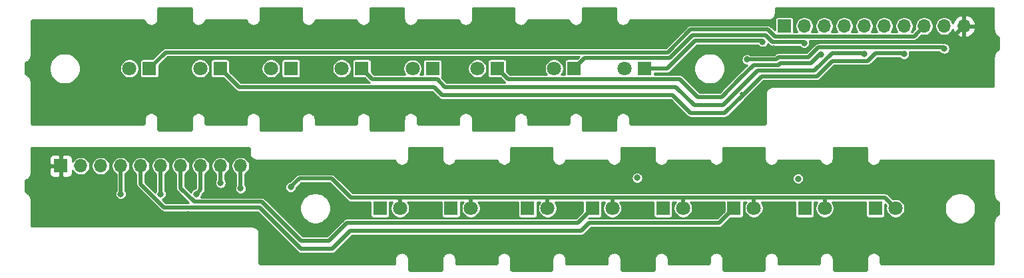
<source format=gbl>
G04 #@! TF.GenerationSoftware,KiCad,Pcbnew,(5.1.6-0-10_14)*
G04 #@! TF.CreationDate,2021-08-31T11:09:41+09:00*
G04 #@! TF.ProjectId,qPCR-panel_led_20210831,71504352-2d70-4616-9e65-6c5f6c65645f,rev?*
G04 #@! TF.SameCoordinates,Original*
G04 #@! TF.FileFunction,Copper,L2,Bot*
G04 #@! TF.FilePolarity,Positive*
%FSLAX46Y46*%
G04 Gerber Fmt 4.6, Leading zero omitted, Abs format (unit mm)*
G04 Created by KiCad (PCBNEW (5.1.6-0-10_14)) date 2021-08-31 11:09:41*
%MOMM*%
%LPD*%
G01*
G04 APERTURE LIST*
G04 #@! TA.AperFunction,ComponentPad*
%ADD10R,1.800000X1.800000*%
G04 #@! TD*
G04 #@! TA.AperFunction,ComponentPad*
%ADD11C,1.800000*%
G04 #@! TD*
G04 #@! TA.AperFunction,ComponentPad*
%ADD12R,1.700000X1.700000*%
G04 #@! TD*
G04 #@! TA.AperFunction,ComponentPad*
%ADD13O,1.700000X1.700000*%
G04 #@! TD*
G04 #@! TA.AperFunction,ViaPad*
%ADD14C,0.800000*%
G04 #@! TD*
G04 #@! TA.AperFunction,Conductor*
%ADD15C,0.250000*%
G04 #@! TD*
G04 #@! TA.AperFunction,Conductor*
%ADD16C,0.508000*%
G04 #@! TD*
G04 #@! TA.AperFunction,Conductor*
%ADD17C,0.254000*%
G04 #@! TD*
G04 APERTURE END LIST*
D10*
G04 #@! TO.P,D1,1*
G04 #@! TO.N,OUT1*
X171730000Y-73321640D03*
D11*
G04 #@! TO.P,D1,2*
G04 #@! TO.N,VCC*
X174270000Y-73321640D03*
G04 #@! TD*
G04 #@! TO.P,D2,2*
G04 #@! TO.N,VCC*
X165270000Y-73321640D03*
D10*
G04 #@! TO.P,D2,1*
G04 #@! TO.N,OUT2*
X162730000Y-73321640D03*
G04 #@! TD*
G04 #@! TO.P,D3,1*
G04 #@! TO.N,OUT3*
X153730000Y-73321640D03*
D11*
G04 #@! TO.P,D3,2*
G04 #@! TO.N,VCC*
X156270000Y-73321640D03*
G04 #@! TD*
G04 #@! TO.P,D4,2*
G04 #@! TO.N,VCC*
X147270000Y-73321640D03*
D10*
G04 #@! TO.P,D4,1*
G04 #@! TO.N,OUT4*
X144730000Y-73321640D03*
G04 #@! TD*
G04 #@! TO.P,D5,1*
G04 #@! TO.N,OUT5*
X135730000Y-73321640D03*
D11*
G04 #@! TO.P,D5,2*
G04 #@! TO.N,VCC*
X138270000Y-73321640D03*
G04 #@! TD*
G04 #@! TO.P,D6,2*
G04 #@! TO.N,VCC*
X130040000Y-73321640D03*
D10*
G04 #@! TO.P,D6,1*
G04 #@! TO.N,OUT6*
X127500000Y-73321640D03*
G04 #@! TD*
G04 #@! TO.P,D7,1*
G04 #@! TO.N,OUT7*
X117730000Y-73321640D03*
D11*
G04 #@! TO.P,D7,2*
G04 #@! TO.N,VCC*
X120270000Y-73321640D03*
G04 #@! TD*
G04 #@! TO.P,D8,2*
G04 #@! TO.N,VCC*
X111270000Y-73321640D03*
D10*
G04 #@! TO.P,D8,1*
G04 #@! TO.N,OUT8*
X108730000Y-73321640D03*
G04 #@! TD*
D12*
G04 #@! TO.P,U1,1*
G04 #@! TO.N,GND*
X68134254Y-67921640D03*
D13*
G04 #@! TO.P,U1,2*
G04 #@! TO.N,VCC*
X70674254Y-67921640D03*
G04 #@! TO.P,U1,3*
G04 #@! TO.N,OUT1*
X73214254Y-67921640D03*
G04 #@! TO.P,U1,4*
G04 #@! TO.N,OUT2*
X75754254Y-67921640D03*
G04 #@! TO.P,U1,5*
G04 #@! TO.N,OUT3*
X78294254Y-67921640D03*
G04 #@! TO.P,U1,6*
G04 #@! TO.N,OUT4*
X80834254Y-67921640D03*
G04 #@! TO.P,U1,7*
G04 #@! TO.N,OUT5*
X83374254Y-67921640D03*
G04 #@! TO.P,U1,8*
G04 #@! TO.N,OUT6*
X85914254Y-67921640D03*
G04 #@! TO.P,U1,9*
G04 #@! TO.N,OUT7*
X88454254Y-67921640D03*
G04 #@! TO.P,U1,10*
G04 #@! TO.N,OUT8*
X90994254Y-67921640D03*
G04 #@! TD*
D10*
G04 #@! TO.P,D9,1*
G04 #@! TO.N,OUT9*
X79405000Y-55521640D03*
D11*
G04 #@! TO.P,D9,2*
G04 #@! TO.N,VCC*
X76865000Y-55521640D03*
G04 #@! TD*
G04 #@! TO.P,D10,2*
G04 #@! TO.N,VCC*
X85865000Y-55521640D03*
D10*
G04 #@! TO.P,D10,1*
G04 #@! TO.N,OUT10*
X88405000Y-55521640D03*
G04 #@! TD*
G04 #@! TO.P,D11,1*
G04 #@! TO.N,OUT11*
X97405000Y-55521640D03*
D11*
G04 #@! TO.P,D11,2*
G04 #@! TO.N,VCC*
X94865000Y-55521640D03*
G04 #@! TD*
G04 #@! TO.P,D12,2*
G04 #@! TO.N,VCC*
X103865000Y-55521640D03*
D10*
G04 #@! TO.P,D12,1*
G04 #@! TO.N,OUT12*
X106405000Y-55521640D03*
G04 #@! TD*
G04 #@! TO.P,D13,1*
G04 #@! TO.N,OUT13*
X115405000Y-55521640D03*
D11*
G04 #@! TO.P,D13,2*
G04 #@! TO.N,VCC*
X112865000Y-55521640D03*
G04 #@! TD*
G04 #@! TO.P,D14,2*
G04 #@! TO.N,VCC*
X121095000Y-55521640D03*
D10*
G04 #@! TO.P,D14,1*
G04 #@! TO.N,OUT14*
X123635000Y-55521640D03*
G04 #@! TD*
G04 #@! TO.P,D15,1*
G04 #@! TO.N,OUT15*
X133405000Y-55521640D03*
D11*
G04 #@! TO.P,D15,2*
G04 #@! TO.N,VCC*
X130865000Y-55521640D03*
G04 #@! TD*
G04 #@! TO.P,D16,2*
G04 #@! TO.N,VCC*
X139865000Y-55521640D03*
D10*
G04 #@! TO.P,D16,1*
G04 #@! TO.N,OUT16*
X142405000Y-55521640D03*
G04 #@! TD*
D12*
G04 #@! TO.P,U1,1*
G04 #@! TO.N,OUT16*
X160140746Y-50121640D03*
D13*
G04 #@! TO.P,U1,2*
G04 #@! TO.N,OUT15*
X162680746Y-50121640D03*
G04 #@! TO.P,U1,3*
G04 #@! TO.N,OUT14*
X165220746Y-50121640D03*
G04 #@! TO.P,U1,4*
G04 #@! TO.N,OUT13*
X167760746Y-50121640D03*
G04 #@! TO.P,U1,5*
G04 #@! TO.N,OUT12*
X170300746Y-50121640D03*
G04 #@! TO.P,U1,6*
G04 #@! TO.N,OUT11*
X172840746Y-50121640D03*
G04 #@! TO.P,U1,7*
G04 #@! TO.N,OUT10*
X175380746Y-50121640D03*
G04 #@! TO.P,U1,8*
G04 #@! TO.N,OUT9*
X177920746Y-50121640D03*
G04 #@! TO.P,U1,9*
G04 #@! TO.N,VCC*
X180460746Y-50121640D03*
G04 #@! TO.P,U1,10*
G04 #@! TO.N,GND*
X183000746Y-50121640D03*
G04 #@! TD*
D14*
G04 #@! TO.N,*
X141430000Y-69439640D03*
X161900000Y-69539640D03*
G04 #@! TO.N,GND*
X94000000Y-79999640D03*
X104500000Y-79999640D03*
X110000000Y-79999640D03*
X107500000Y-77699640D03*
X116000000Y-80699640D03*
X113000000Y-80699640D03*
X114500000Y-77699640D03*
X119000000Y-78999640D03*
X123000000Y-78999640D03*
X126000000Y-80699640D03*
X130000000Y-80699640D03*
X127500000Y-77699640D03*
X133000000Y-78999640D03*
X137000000Y-78999640D03*
X140000000Y-80699640D03*
X143000000Y-80699640D03*
X141500000Y-77699640D03*
X146000000Y-78999640D03*
X150000000Y-78999640D03*
X153000000Y-80699640D03*
X157000000Y-80699640D03*
X155000000Y-77699640D03*
X160000000Y-78999640D03*
X164000000Y-78999640D03*
X167000000Y-80699640D03*
X170000000Y-80699640D03*
X168500000Y-77699640D03*
X173000000Y-79999640D03*
X184500000Y-79999640D03*
X180500000Y-79999640D03*
X176500000Y-79999640D03*
X174500000Y-76699640D03*
X178500000Y-76699640D03*
X182500000Y-76699640D03*
X176500000Y-74199640D03*
X180000000Y-74199640D03*
X178500000Y-71699640D03*
X184500000Y-67699640D03*
X180500000Y-67699640D03*
X176500000Y-67699640D03*
X173000000Y-67699640D03*
X182500000Y-70199640D03*
X174500000Y-70199640D03*
X170000000Y-66699640D03*
X167000000Y-66699640D03*
X157000000Y-66699640D03*
X153000000Y-66699640D03*
X143000000Y-66699640D03*
X140000000Y-66699640D03*
X130000000Y-66699640D03*
X126000000Y-66699640D03*
X116000000Y-66699640D03*
X113000000Y-66699640D03*
X105000000Y-67699640D03*
X109500000Y-67699640D03*
X107500000Y-69699640D03*
X114500000Y-69699640D03*
X118500000Y-68199640D03*
X123500000Y-68199640D03*
X126980000Y-70019640D03*
X132500000Y-68199640D03*
X137500000Y-68199640D03*
X146000000Y-68199640D03*
X150500000Y-68199640D03*
X159500000Y-68199640D03*
X164500000Y-68199640D03*
X168480000Y-69899640D03*
X159000000Y-73699640D03*
X164000000Y-75199640D03*
X149000000Y-73199640D03*
X151500000Y-73199640D03*
X170000000Y-73199640D03*
X167500000Y-74699640D03*
X161000000Y-73199640D03*
X142500000Y-73199640D03*
X140500000Y-73199640D03*
X133500000Y-73199640D03*
X132000000Y-73699640D03*
X125500000Y-73199640D03*
X122000000Y-73699640D03*
X102450000Y-74699640D03*
X104160000Y-72879640D03*
X101640000Y-70899640D03*
X64950000Y-73189640D03*
X65040000Y-75009640D03*
X66140000Y-71699640D03*
X65000000Y-68999640D03*
X65950000Y-66499640D03*
X69620000Y-71609640D03*
X73650000Y-71849640D03*
X68050000Y-73709640D03*
X71020000Y-75079640D03*
X71950000Y-73249640D03*
X75950000Y-73379640D03*
X74580000Y-75109640D03*
X79680000Y-73479640D03*
X78360000Y-72229640D03*
X84260000Y-74079640D03*
X88090000Y-74759640D03*
X80980000Y-75089640D03*
X94320000Y-75509640D03*
X95750000Y-77859640D03*
X97820000Y-79849640D03*
X105560000Y-77759640D03*
X91140000Y-66209640D03*
X87040000Y-66209640D03*
X84250000Y-66159640D03*
X81580000Y-66069640D03*
X79130000Y-66069640D03*
X76720000Y-66069640D03*
X73900000Y-65979640D03*
X71690000Y-66069640D03*
X68920000Y-66069640D03*
X99630000Y-75579640D03*
X97330000Y-73529640D03*
X98630000Y-71179640D03*
X109705000Y-51639640D03*
X89235000Y-51739640D03*
X155135000Y-62199640D03*
X146635000Y-62199640D03*
X141135000Y-62199640D03*
X143635000Y-59899640D03*
X135135000Y-62899640D03*
X138135000Y-62899640D03*
X136635000Y-59899640D03*
X132135000Y-60399640D03*
X128135000Y-60399640D03*
X125135000Y-62899640D03*
X121135000Y-62899640D03*
X123635000Y-59899640D03*
X118135000Y-60399640D03*
X114135000Y-60399640D03*
X111135000Y-62899640D03*
X108135000Y-62899640D03*
X109635000Y-59899640D03*
X105135000Y-60399640D03*
X101135000Y-60399640D03*
X98135000Y-62899640D03*
X94135000Y-62899640D03*
X96135000Y-59899640D03*
X91135000Y-60399640D03*
X87135000Y-60399640D03*
X84135000Y-62899640D03*
X81135000Y-62899640D03*
X82635000Y-59899640D03*
X78135000Y-62199640D03*
X66635000Y-62199640D03*
X70635000Y-62199640D03*
X74635000Y-62199640D03*
X76635000Y-58899640D03*
X72635000Y-58899640D03*
X68635000Y-58899640D03*
X74635000Y-56399640D03*
X71135000Y-56399640D03*
X72635000Y-53899640D03*
X66635000Y-49899640D03*
X70635000Y-49899640D03*
X74635000Y-49899640D03*
X78135000Y-49899640D03*
X68635000Y-52399640D03*
X76635000Y-52399640D03*
X81135000Y-48899640D03*
X84135000Y-48899640D03*
X94135000Y-48899640D03*
X98135000Y-48899640D03*
X108135000Y-48899640D03*
X111135000Y-48899640D03*
X121135000Y-48899640D03*
X125135000Y-48899640D03*
X135135000Y-48899640D03*
X138135000Y-48899640D03*
X146135000Y-49899640D03*
X141635000Y-49899640D03*
X143635000Y-51899640D03*
X136635000Y-51899640D03*
X132635000Y-50399640D03*
X127635000Y-50399640D03*
X124155000Y-52219640D03*
X118635000Y-50399640D03*
X113635000Y-50399640D03*
X105135000Y-50399640D03*
X100635000Y-50399640D03*
X91635000Y-50399640D03*
X86635000Y-50399640D03*
X82655000Y-52099640D03*
X92135000Y-55899640D03*
X87135000Y-57399640D03*
X102135000Y-55399640D03*
X99635000Y-55399640D03*
X81135000Y-55399640D03*
X83635000Y-56899640D03*
X90135000Y-55399640D03*
X108635000Y-55399640D03*
X110635000Y-55399640D03*
X117635000Y-55399640D03*
X119135000Y-55899640D03*
X125635000Y-55399640D03*
X129135000Y-55899640D03*
X146635000Y-55679640D03*
X149265000Y-53029640D03*
X150725000Y-58139640D03*
X152595000Y-53399640D03*
X158781160Y-52987651D03*
X155995000Y-59689640D03*
X157125000Y-61419640D03*
X157835000Y-57539640D03*
X165815000Y-56589640D03*
X168295000Y-57329640D03*
X172485000Y-56449640D03*
X173315000Y-54579640D03*
X175805000Y-57009640D03*
X176615000Y-54159640D03*
X178455000Y-55649640D03*
X180225000Y-54299640D03*
X180365000Y-56979640D03*
X182515000Y-55629640D03*
X185745000Y-57089640D03*
X185715000Y-54049640D03*
X183185000Y-52779640D03*
X185665000Y-50299640D03*
X185575000Y-48629640D03*
X181855000Y-48349640D03*
X178925000Y-48349640D03*
X176525000Y-48299640D03*
X174105000Y-48379640D03*
X171225000Y-48269640D03*
X168915000Y-48149640D03*
X166265000Y-48209640D03*
X163475000Y-48409640D03*
X161025000Y-48489640D03*
X156585000Y-49699640D03*
X153825000Y-55949640D03*
G04 #@! TO.N,VCC*
X97370000Y-70635640D03*
X155395000Y-54379640D03*
X180475000Y-52987651D03*
G04 #@! TO.N,OUT2*
X75770000Y-71495661D03*
G04 #@! TO.N,OUT4*
X80840000Y-71495661D03*
G04 #@! TO.N,OUT6*
X85375491Y-71495661D03*
G04 #@! TO.N,OUT7*
X88450000Y-70079641D03*
G04 #@! TO.N,OUT8*
X91000000Y-70787651D03*
G04 #@! TO.N,OUT10*
X175375000Y-53695661D03*
G04 #@! TO.N,OUT12*
X170295000Y-53695661D03*
G04 #@! TO.N,OUT14*
X164801497Y-53712158D03*
G04 #@! TO.N,OUT15*
X162675000Y-52279641D03*
G04 #@! TO.N,OUT16*
X157383764Y-52127630D03*
G04 #@! TD*
D15*
G04 #@! TO.N,GND*
X92982001Y-56746641D02*
X92135000Y-55899640D01*
X98853684Y-56746641D02*
X92982001Y-56746641D01*
X99635000Y-55965325D02*
X98853684Y-56746641D01*
X99635000Y-55399640D02*
X99635000Y-55965325D01*
X111738001Y-54296639D02*
X110635000Y-55399640D01*
X116531999Y-54296639D02*
X111738001Y-54296639D01*
X117635000Y-55399640D02*
X116531999Y-54296639D01*
D16*
X162916990Y-53387650D02*
X164170989Y-52133651D01*
X159181159Y-53387650D02*
X162916990Y-53387650D01*
X158781160Y-52987651D02*
X159181159Y-53387650D01*
X180988735Y-52133651D02*
X183000746Y-50121640D01*
X164170989Y-52133651D02*
X180988735Y-52133651D01*
G04 #@! TO.N,VCC*
X172915999Y-71967639D02*
X174270000Y-73321640D01*
X165270000Y-72151640D02*
X165085999Y-71967639D01*
X165270000Y-73321640D02*
X165270000Y-72151640D01*
X165085999Y-71967639D02*
X172915999Y-71967639D01*
X156270000Y-71973638D02*
X156275999Y-71967639D01*
X156270000Y-73321640D02*
X156270000Y-71973638D01*
X156275999Y-71967639D02*
X165085999Y-71967639D01*
X147270000Y-72133638D02*
X147435999Y-71967639D01*
X147270000Y-73321640D02*
X147270000Y-72133638D01*
X147435999Y-71967639D02*
X156275999Y-71967639D01*
X130040000Y-72121640D02*
X130194001Y-71967639D01*
X130040000Y-73321640D02*
X130040000Y-72121640D01*
X120270000Y-72073638D02*
X120375999Y-71967639D01*
X120270000Y-73321640D02*
X120270000Y-72073638D01*
X120375999Y-71967639D02*
X130194001Y-71967639D01*
X111270000Y-72191640D02*
X111045999Y-71967639D01*
X111270000Y-73321640D02*
X111270000Y-72191640D01*
X111045999Y-71967639D02*
X120375999Y-71967639D01*
X138270000Y-71969640D02*
X138267999Y-71967639D01*
X138267999Y-71967639D02*
X147435999Y-71967639D01*
X138270000Y-73321640D02*
X138270000Y-71969640D01*
X130194001Y-71967639D02*
X138267999Y-71967639D01*
X105015999Y-71967639D02*
X102580000Y-69531640D01*
X111045999Y-71967639D02*
X105015999Y-71967639D01*
X102580000Y-69531640D02*
X98668000Y-69531640D01*
X98668000Y-69531640D02*
X98468000Y-69531640D01*
X98468000Y-69531640D02*
X97364000Y-70635640D01*
X97364000Y-70635640D02*
X97370000Y-70635640D01*
X155395000Y-54379640D02*
X159091020Y-54379640D01*
X159375000Y-54095660D02*
X163210256Y-54095660D01*
X159091020Y-54379640D02*
X159375000Y-54095660D01*
X163210256Y-54095660D02*
X164464255Y-52841661D01*
X164464255Y-52841661D02*
X179165000Y-52841661D01*
X180329010Y-52841661D02*
X180475000Y-52987651D01*
X179165000Y-52841661D02*
X180329010Y-52841661D01*
G04 #@! TO.N,OUT2*
X75770000Y-67937386D02*
X75754254Y-67921640D01*
X75770000Y-71495661D02*
X75770000Y-67937386D01*
G04 #@! TO.N,OUT3*
X81278067Y-73197650D02*
X78294254Y-70213837D01*
X93416734Y-73197650D02*
X81278067Y-73197650D01*
X78294254Y-70213837D02*
X78294254Y-67921640D01*
X98698724Y-78479640D02*
X93416734Y-73197650D01*
X102670000Y-78479640D02*
X98698724Y-78479640D01*
X104970000Y-76179640D02*
X102670000Y-78479640D01*
X134330000Y-76179640D02*
X104970000Y-76179640D01*
X151862000Y-75189640D02*
X135320000Y-75189640D01*
X135320000Y-75189640D02*
X134330000Y-76179640D01*
X153730000Y-73321640D02*
X151862000Y-75189640D01*
G04 #@! TO.N,OUT4*
X80840000Y-67927386D02*
X80834254Y-67921640D01*
X80840000Y-71495661D02*
X80840000Y-67927386D01*
G04 #@! TO.N,OUT5*
X104500000Y-75179640D02*
X102220000Y-77459640D01*
X102220000Y-77459640D02*
X98680000Y-77459640D01*
X133872000Y-75179640D02*
X104500000Y-75179640D01*
X135730000Y-73321640D02*
X133872000Y-75179640D01*
X98680000Y-77459640D02*
X93710000Y-72489640D01*
X83374254Y-70758346D02*
X83374254Y-67921640D01*
X85105548Y-72489640D02*
X83374254Y-70758346D01*
X93710000Y-72489640D02*
X85105548Y-72489640D01*
G04 #@! TO.N,OUT6*
X85375491Y-71495661D02*
X85920000Y-70951152D01*
X85920000Y-67927386D02*
X85914254Y-67921640D01*
X85920000Y-70951152D02*
X85920000Y-67927386D01*
G04 #@! TO.N,OUT7*
X88450000Y-67925894D02*
X88454254Y-67921640D01*
X88450000Y-70079641D02*
X88450000Y-67925894D01*
G04 #@! TO.N,OUT8*
X91000000Y-67927386D02*
X90994254Y-67921640D01*
X91000000Y-70787651D02*
X91000000Y-67927386D01*
G04 #@! TO.N,OUT9*
X145294457Y-53459629D02*
X148188466Y-50565620D01*
X81467011Y-53459629D02*
X145294457Y-53459629D01*
X79405000Y-55521640D02*
X81467011Y-53459629D01*
X176616745Y-51425641D02*
X177920746Y-50121640D01*
X158927545Y-51425641D02*
X176616745Y-51425641D01*
X158067524Y-50565620D02*
X158927545Y-51425641D01*
X148188466Y-50565620D02*
X158067524Y-50565620D01*
G04 #@! TO.N,OUT10*
X154755000Y-58764195D02*
X154755000Y-58764192D01*
X145955000Y-58899640D02*
X116605000Y-58899640D01*
X154865000Y-58889640D02*
X152565000Y-61189640D01*
X90783000Y-57899640D02*
X88405000Y-55521640D01*
X148245000Y-61189640D02*
X145955000Y-58899640D01*
X115605000Y-57899640D02*
X90783000Y-57899640D01*
X116605000Y-58899640D02*
X115605000Y-57899640D01*
X152565000Y-61189640D02*
X148245000Y-61189640D01*
X154865000Y-58889640D02*
X157250970Y-56503670D01*
X164272247Y-56503670D02*
X164686990Y-56088926D01*
X157250970Y-56503670D02*
X164272247Y-56503670D01*
X164686990Y-56088926D02*
X166226254Y-54549662D01*
X170764978Y-54549662D02*
X171764969Y-53549671D01*
X166226254Y-54549662D02*
X170764978Y-54549662D01*
X171764969Y-53549671D02*
X174925000Y-53549671D01*
X175229010Y-53549671D02*
X175375000Y-53695661D01*
X174925000Y-53549671D02*
X175229010Y-53549671D01*
G04 #@! TO.N,OUT12*
X107759001Y-56875641D02*
X106405000Y-55521640D01*
X117005000Y-57859640D02*
X116021001Y-56875641D01*
X152348275Y-60169640D02*
X148675000Y-60169640D01*
X116021001Y-56875641D02*
X107759001Y-56875641D01*
X148675000Y-60169640D02*
X146365000Y-57859640D01*
X154658275Y-57859640D02*
X152348275Y-60169640D01*
X146365000Y-57859640D02*
X117005000Y-57859640D01*
X154658275Y-57859640D02*
X156722255Y-55795660D01*
X156722255Y-55795660D02*
X159677554Y-55795660D01*
X163978980Y-55795660D02*
X166224969Y-53549671D01*
X159677554Y-55795660D02*
X163978980Y-55795660D01*
X166224969Y-53549671D02*
X169665000Y-53549671D01*
X170149010Y-53549671D02*
X170295000Y-53695661D01*
X169665000Y-53549671D02*
X170149010Y-53549671D01*
G04 #@! TO.N,OUT14*
X123635000Y-55521640D02*
X123685000Y-55521640D01*
X124989001Y-56875641D02*
X123635000Y-55521640D01*
X152148922Y-59149640D02*
X149121078Y-59149640D01*
X149121078Y-59149640D02*
X146847079Y-56875641D01*
X154472921Y-56825641D02*
X152148922Y-59149640D01*
X146847079Y-56875641D02*
X124989001Y-56875641D01*
X154472921Y-56825641D02*
X156210912Y-55087650D01*
X156210912Y-55087650D02*
X157835000Y-55087650D01*
X159384287Y-55087650D02*
X159668267Y-54803670D01*
X157835000Y-55087650D02*
X159384287Y-55087650D01*
X163503523Y-54803670D02*
X163918266Y-54388926D01*
X159668267Y-54803670D02*
X163503523Y-54803670D01*
X164595034Y-53712158D02*
X164801497Y-53712158D01*
X163918266Y-54388926D02*
X164595034Y-53712158D01*
G04 #@! TO.N,OUT15*
X133405000Y-55521640D02*
X134759001Y-54167639D01*
X145587725Y-54167639D02*
X148481733Y-51273630D01*
X148481733Y-51273630D02*
X152894013Y-51273630D01*
X134759001Y-54167639D02*
X145587725Y-54167639D01*
X157774258Y-51273630D02*
X158634278Y-52133651D01*
X152894013Y-51273630D02*
X157774258Y-51273630D01*
X158634278Y-52133651D02*
X161185000Y-52133651D01*
X162529010Y-52133651D02*
X162675000Y-52279641D01*
X161185000Y-52133651D02*
X162529010Y-52133651D01*
G04 #@! TO.N,OUT16*
X142405000Y-55521640D02*
X145235000Y-55521640D01*
X145235000Y-55521640D02*
X148775000Y-51981640D01*
X148775000Y-51981640D02*
X152600746Y-51981640D01*
X157237774Y-51981640D02*
X157383764Y-52127630D01*
X152600746Y-51981640D02*
X157237774Y-51981640D01*
G04 #@! TD*
D17*
G04 #@! TO.N,GND*
G36*
X92023539Y-65580756D02*
G01*
X92046184Y-65587593D01*
X92067067Y-65598696D01*
X92085395Y-65613644D01*
X92100472Y-65631869D01*
X92111723Y-65652678D01*
X92118717Y-65675270D01*
X92123000Y-65716023D01*
X92123001Y-66317799D01*
X92124585Y-66333885D01*
X92124564Y-66336939D01*
X92125077Y-66342178D01*
X92135277Y-66439226D01*
X92142149Y-66472704D01*
X92148551Y-66506261D01*
X92150072Y-66511301D01*
X92178928Y-66604520D01*
X92192175Y-66636034D01*
X92204970Y-66667702D01*
X92207441Y-66672350D01*
X92253854Y-66758188D01*
X92272971Y-66786530D01*
X92291671Y-66815106D01*
X92294994Y-66819180D01*
X92294998Y-66819186D01*
X92295003Y-66819191D01*
X92357200Y-66894374D01*
X92381449Y-66918454D01*
X92405350Y-66942861D01*
X92409406Y-66946217D01*
X92485027Y-67007893D01*
X92513481Y-67026798D01*
X92541685Y-67046109D01*
X92546315Y-67048613D01*
X92632476Y-67094425D01*
X92664060Y-67107443D01*
X92695470Y-67120905D01*
X92700498Y-67122462D01*
X92793916Y-67150667D01*
X92827432Y-67157303D01*
X92860861Y-67164408D01*
X92866096Y-67164959D01*
X92963213Y-67174481D01*
X92963215Y-67174481D01*
X92981481Y-67176280D01*
X110527307Y-67176280D01*
X110569285Y-67180396D01*
X110591930Y-67187233D01*
X110612813Y-67198336D01*
X110631141Y-67213284D01*
X110646218Y-67231509D01*
X110662040Y-67260771D01*
X110668832Y-67279332D01*
X110668859Y-67279389D01*
X110669286Y-67280568D01*
X110686845Y-67328038D01*
X110697909Y-67350825D01*
X110707561Y-67374241D01*
X110710064Y-67378872D01*
X110757075Y-67464384D01*
X110776366Y-67492558D01*
X110795290Y-67521040D01*
X110798645Y-67525096D01*
X110861370Y-67599848D01*
X110885763Y-67623735D01*
X110909859Y-67647999D01*
X110913938Y-67651326D01*
X110989988Y-67712472D01*
X111018569Y-67731175D01*
X111046908Y-67750289D01*
X111051556Y-67752761D01*
X111138035Y-67797971D01*
X111169694Y-67810762D01*
X111201213Y-67824011D01*
X111206253Y-67825533D01*
X111299864Y-67853085D01*
X111333407Y-67859484D01*
X111366903Y-67866359D01*
X111372141Y-67866873D01*
X111469324Y-67875717D01*
X111503530Y-67875478D01*
X111537659Y-67875716D01*
X111542898Y-67875203D01*
X111542900Y-67875203D01*
X111639946Y-67865003D01*
X111673424Y-67858131D01*
X111706981Y-67851729D01*
X111712021Y-67850208D01*
X111805240Y-67821352D01*
X111836754Y-67808105D01*
X111868422Y-67795310D01*
X111873070Y-67792839D01*
X111958908Y-67746426D01*
X111987250Y-67727309D01*
X112015826Y-67708609D01*
X112019900Y-67705286D01*
X112019906Y-67705282D01*
X112019911Y-67705277D01*
X112095094Y-67643080D01*
X112119174Y-67618831D01*
X112143581Y-67594930D01*
X112146937Y-67590874D01*
X112208613Y-67515253D01*
X112227518Y-67486799D01*
X112246829Y-67458595D01*
X112249333Y-67453965D01*
X112295145Y-67367804D01*
X112308163Y-67336220D01*
X112321625Y-67304810D01*
X112323182Y-67299782D01*
X112351387Y-67206364D01*
X112358023Y-67172848D01*
X112365128Y-67139419D01*
X112365679Y-67134184D01*
X112375201Y-67037067D01*
X112375201Y-67037065D01*
X112377000Y-67018799D01*
X112377000Y-65718079D01*
X112381116Y-65676101D01*
X112387953Y-65653456D01*
X112399056Y-65632573D01*
X112414004Y-65614245D01*
X112432229Y-65599168D01*
X112453038Y-65587917D01*
X112475630Y-65580923D01*
X112516383Y-65576640D01*
X116481561Y-65576640D01*
X116523539Y-65580756D01*
X116546184Y-65587593D01*
X116567067Y-65598696D01*
X116585395Y-65613644D01*
X116600472Y-65631869D01*
X116611723Y-65652678D01*
X116618717Y-65675270D01*
X116623000Y-65716023D01*
X116623001Y-67018799D01*
X116623936Y-67028288D01*
X116626044Y-67069906D01*
X116629788Y-67094957D01*
X116631998Y-67120199D01*
X116633003Y-67125366D01*
X116652296Y-67221023D01*
X116662284Y-67253688D01*
X116671820Y-67286506D01*
X116673809Y-67291379D01*
X116711313Y-67381468D01*
X116727475Y-67411606D01*
X116743190Y-67441920D01*
X116746088Y-67446314D01*
X116800377Y-67527402D01*
X116822063Y-67553800D01*
X116843381Y-67580503D01*
X116847077Y-67584251D01*
X116916082Y-67653250D01*
X116942464Y-67674919D01*
X116968588Y-67696993D01*
X116972942Y-67699952D01*
X117054033Y-67754232D01*
X117084108Y-67770356D01*
X117114033Y-67786942D01*
X117118879Y-67788999D01*
X117208971Y-67826496D01*
X117241628Y-67836478D01*
X117274180Y-67846928D01*
X117279333Y-67848004D01*
X117374991Y-67867288D01*
X117408967Y-67870738D01*
X117442931Y-67874666D01*
X117448192Y-67874721D01*
X117448195Y-67874721D01*
X117545778Y-67875057D01*
X117579811Y-67871838D01*
X117613850Y-67869098D01*
X117619024Y-67868130D01*
X117714814Y-67849507D01*
X117747560Y-67839743D01*
X117780439Y-67830438D01*
X117785326Y-67828483D01*
X117875674Y-67791608D01*
X117905891Y-67775674D01*
X117936344Y-67760156D01*
X117940759Y-67757289D01*
X118022222Y-67703568D01*
X118048762Y-67682074D01*
X118075625Y-67660933D01*
X118079399Y-67657263D01*
X118148878Y-67588742D01*
X118170713Y-67562533D01*
X118192987Y-67536542D01*
X118195976Y-67532209D01*
X118250822Y-67451497D01*
X118267172Y-67421505D01*
X118283948Y-67391730D01*
X118286038Y-67386899D01*
X118324163Y-67297071D01*
X118324165Y-67297066D01*
X118347845Y-67241272D01*
X118361142Y-67221704D01*
X118377979Y-67205100D01*
X118397725Y-67192078D01*
X118419622Y-67183140D01*
X118452273Y-67176793D01*
X118463138Y-67176280D01*
X123527307Y-67176280D01*
X123569285Y-67180396D01*
X123591930Y-67187233D01*
X123612813Y-67198336D01*
X123631141Y-67213284D01*
X123646218Y-67231509D01*
X123662040Y-67260771D01*
X123668832Y-67279332D01*
X123668859Y-67279389D01*
X123669286Y-67280568D01*
X123686845Y-67328038D01*
X123697909Y-67350825D01*
X123707561Y-67374241D01*
X123710064Y-67378872D01*
X123757075Y-67464384D01*
X123776366Y-67492558D01*
X123795290Y-67521040D01*
X123798645Y-67525096D01*
X123861370Y-67599848D01*
X123885763Y-67623735D01*
X123909859Y-67647999D01*
X123913938Y-67651326D01*
X123989988Y-67712472D01*
X124018569Y-67731175D01*
X124046908Y-67750289D01*
X124051556Y-67752761D01*
X124138035Y-67797971D01*
X124169694Y-67810762D01*
X124201213Y-67824011D01*
X124206253Y-67825533D01*
X124299864Y-67853085D01*
X124333407Y-67859484D01*
X124366903Y-67866359D01*
X124372141Y-67866873D01*
X124469324Y-67875717D01*
X124503530Y-67875478D01*
X124537659Y-67875716D01*
X124542898Y-67875203D01*
X124542900Y-67875203D01*
X124639946Y-67865003D01*
X124673424Y-67858131D01*
X124706981Y-67851729D01*
X124712021Y-67850208D01*
X124805240Y-67821352D01*
X124836754Y-67808105D01*
X124868422Y-67795310D01*
X124873070Y-67792839D01*
X124958908Y-67746426D01*
X124987250Y-67727309D01*
X125015826Y-67708609D01*
X125019900Y-67705286D01*
X125019906Y-67705282D01*
X125019911Y-67705277D01*
X125095094Y-67643080D01*
X125119174Y-67618831D01*
X125143581Y-67594930D01*
X125146937Y-67590874D01*
X125208613Y-67515253D01*
X125227518Y-67486799D01*
X125246829Y-67458595D01*
X125249333Y-67453965D01*
X125295145Y-67367804D01*
X125308163Y-67336220D01*
X125321625Y-67304810D01*
X125323182Y-67299782D01*
X125351387Y-67206364D01*
X125358023Y-67172848D01*
X125365128Y-67139419D01*
X125365679Y-67134184D01*
X125375201Y-67037067D01*
X125375201Y-67037065D01*
X125377000Y-67018799D01*
X125377000Y-65718079D01*
X125381116Y-65676101D01*
X125387953Y-65653456D01*
X125399056Y-65632573D01*
X125414004Y-65614245D01*
X125432229Y-65599168D01*
X125453038Y-65587917D01*
X125475630Y-65580923D01*
X125516383Y-65576640D01*
X130481561Y-65576640D01*
X130523539Y-65580756D01*
X130546184Y-65587593D01*
X130567067Y-65598696D01*
X130585395Y-65613644D01*
X130600472Y-65631869D01*
X130611723Y-65652678D01*
X130618717Y-65675270D01*
X130623000Y-65716023D01*
X130623001Y-67018799D01*
X130623936Y-67028288D01*
X130626044Y-67069906D01*
X130629788Y-67094957D01*
X130631998Y-67120199D01*
X130633003Y-67125366D01*
X130652296Y-67221023D01*
X130662284Y-67253688D01*
X130671820Y-67286506D01*
X130673809Y-67291379D01*
X130711313Y-67381468D01*
X130727475Y-67411606D01*
X130743190Y-67441920D01*
X130746088Y-67446314D01*
X130800377Y-67527402D01*
X130822063Y-67553800D01*
X130843381Y-67580503D01*
X130847077Y-67584251D01*
X130916082Y-67653250D01*
X130942464Y-67674919D01*
X130968588Y-67696993D01*
X130972942Y-67699952D01*
X131054033Y-67754232D01*
X131084108Y-67770356D01*
X131114033Y-67786942D01*
X131118879Y-67788999D01*
X131208971Y-67826496D01*
X131241628Y-67836478D01*
X131274180Y-67846928D01*
X131279333Y-67848004D01*
X131374991Y-67867288D01*
X131408967Y-67870738D01*
X131442931Y-67874666D01*
X131448192Y-67874721D01*
X131448195Y-67874721D01*
X131545778Y-67875057D01*
X131579811Y-67871838D01*
X131613850Y-67869098D01*
X131619024Y-67868130D01*
X131714814Y-67849507D01*
X131747560Y-67839743D01*
X131780439Y-67830438D01*
X131785326Y-67828483D01*
X131875674Y-67791608D01*
X131905891Y-67775674D01*
X131936344Y-67760156D01*
X131940759Y-67757289D01*
X132022222Y-67703568D01*
X132048762Y-67682074D01*
X132075625Y-67660933D01*
X132079399Y-67657263D01*
X132148878Y-67588742D01*
X132170713Y-67562533D01*
X132192987Y-67536542D01*
X132195976Y-67532209D01*
X132250822Y-67451497D01*
X132267172Y-67421505D01*
X132283948Y-67391730D01*
X132286038Y-67386899D01*
X132324163Y-67297071D01*
X132324165Y-67297066D01*
X132347845Y-67241272D01*
X132361142Y-67221704D01*
X132377979Y-67205100D01*
X132397725Y-67192078D01*
X132419622Y-67183140D01*
X132452273Y-67176793D01*
X132463138Y-67176280D01*
X137527307Y-67176280D01*
X137569285Y-67180396D01*
X137591930Y-67187233D01*
X137612813Y-67198336D01*
X137631141Y-67213284D01*
X137646218Y-67231509D01*
X137662040Y-67260771D01*
X137668832Y-67279332D01*
X137668859Y-67279389D01*
X137669286Y-67280568D01*
X137686845Y-67328038D01*
X137697909Y-67350825D01*
X137707561Y-67374241D01*
X137710064Y-67378872D01*
X137757075Y-67464384D01*
X137776366Y-67492558D01*
X137795290Y-67521040D01*
X137798645Y-67525096D01*
X137861370Y-67599848D01*
X137885763Y-67623735D01*
X137909859Y-67647999D01*
X137913938Y-67651326D01*
X137989988Y-67712472D01*
X138018569Y-67731175D01*
X138046908Y-67750289D01*
X138051556Y-67752761D01*
X138138035Y-67797971D01*
X138169694Y-67810762D01*
X138201213Y-67824011D01*
X138206253Y-67825533D01*
X138299864Y-67853085D01*
X138333407Y-67859484D01*
X138366903Y-67866359D01*
X138372141Y-67866873D01*
X138469324Y-67875717D01*
X138503530Y-67875478D01*
X138537659Y-67875716D01*
X138542898Y-67875203D01*
X138542900Y-67875203D01*
X138639946Y-67865003D01*
X138673424Y-67858131D01*
X138706981Y-67851729D01*
X138712021Y-67850208D01*
X138805240Y-67821352D01*
X138836754Y-67808105D01*
X138868422Y-67795310D01*
X138873070Y-67792839D01*
X138958908Y-67746426D01*
X138987250Y-67727309D01*
X139015826Y-67708609D01*
X139019900Y-67705286D01*
X139019906Y-67705282D01*
X139019911Y-67705277D01*
X139095094Y-67643080D01*
X139119174Y-67618831D01*
X139143581Y-67594930D01*
X139146937Y-67590874D01*
X139208613Y-67515253D01*
X139227518Y-67486799D01*
X139246829Y-67458595D01*
X139249333Y-67453965D01*
X139295145Y-67367804D01*
X139308163Y-67336220D01*
X139321625Y-67304810D01*
X139323182Y-67299782D01*
X139351387Y-67206364D01*
X139358023Y-67172848D01*
X139365128Y-67139419D01*
X139365679Y-67134184D01*
X139375201Y-67037067D01*
X139375201Y-67037065D01*
X139377000Y-67018799D01*
X139377000Y-65718079D01*
X139381116Y-65676101D01*
X139387953Y-65653456D01*
X139399056Y-65632573D01*
X139414004Y-65614245D01*
X139432229Y-65599168D01*
X139453038Y-65587917D01*
X139475630Y-65580923D01*
X139516383Y-65576640D01*
X143481561Y-65576640D01*
X143523539Y-65580756D01*
X143546184Y-65587593D01*
X143567067Y-65598696D01*
X143585395Y-65613644D01*
X143600472Y-65631869D01*
X143611723Y-65652678D01*
X143618717Y-65675270D01*
X143623000Y-65716023D01*
X143623001Y-67018799D01*
X143623936Y-67028288D01*
X143626044Y-67069906D01*
X143629788Y-67094957D01*
X143631998Y-67120199D01*
X143633003Y-67125366D01*
X143652296Y-67221023D01*
X143662284Y-67253688D01*
X143671820Y-67286506D01*
X143673809Y-67291379D01*
X143711313Y-67381468D01*
X143727475Y-67411606D01*
X143743190Y-67441920D01*
X143746088Y-67446314D01*
X143800377Y-67527402D01*
X143822063Y-67553800D01*
X143843381Y-67580503D01*
X143847077Y-67584251D01*
X143916082Y-67653250D01*
X143942464Y-67674919D01*
X143968588Y-67696993D01*
X143972942Y-67699952D01*
X144054033Y-67754232D01*
X144084108Y-67770356D01*
X144114033Y-67786942D01*
X144118879Y-67788999D01*
X144208971Y-67826496D01*
X144241628Y-67836478D01*
X144274180Y-67846928D01*
X144279333Y-67848004D01*
X144374991Y-67867288D01*
X144408967Y-67870738D01*
X144442931Y-67874666D01*
X144448192Y-67874721D01*
X144448195Y-67874721D01*
X144545778Y-67875057D01*
X144579811Y-67871838D01*
X144613850Y-67869098D01*
X144619024Y-67868130D01*
X144714814Y-67849507D01*
X144747560Y-67839743D01*
X144780439Y-67830438D01*
X144785326Y-67828483D01*
X144875674Y-67791608D01*
X144905891Y-67775674D01*
X144936344Y-67760156D01*
X144940759Y-67757289D01*
X145022222Y-67703568D01*
X145048762Y-67682074D01*
X145075625Y-67660933D01*
X145079399Y-67657263D01*
X145148878Y-67588742D01*
X145170713Y-67562533D01*
X145192987Y-67536542D01*
X145195976Y-67532209D01*
X145250822Y-67451497D01*
X145267172Y-67421505D01*
X145283948Y-67391730D01*
X145286038Y-67386899D01*
X145324163Y-67297071D01*
X145324165Y-67297066D01*
X145347845Y-67241272D01*
X145361142Y-67221704D01*
X145377979Y-67205100D01*
X145397725Y-67192078D01*
X145419622Y-67183140D01*
X145452273Y-67176793D01*
X145463138Y-67176280D01*
X150527307Y-67176280D01*
X150569285Y-67180396D01*
X150591930Y-67187233D01*
X150612813Y-67198336D01*
X150631141Y-67213284D01*
X150646218Y-67231509D01*
X150662040Y-67260771D01*
X150668832Y-67279332D01*
X150668859Y-67279389D01*
X150669286Y-67280568D01*
X150686845Y-67328038D01*
X150697909Y-67350825D01*
X150707561Y-67374241D01*
X150710064Y-67378872D01*
X150757075Y-67464384D01*
X150776366Y-67492558D01*
X150795290Y-67521040D01*
X150798645Y-67525096D01*
X150861370Y-67599848D01*
X150885763Y-67623735D01*
X150909859Y-67647999D01*
X150913938Y-67651326D01*
X150989988Y-67712472D01*
X151018569Y-67731175D01*
X151046908Y-67750289D01*
X151051556Y-67752761D01*
X151138035Y-67797971D01*
X151169694Y-67810762D01*
X151201213Y-67824011D01*
X151206253Y-67825533D01*
X151299864Y-67853085D01*
X151333407Y-67859484D01*
X151366903Y-67866359D01*
X151372141Y-67866873D01*
X151469324Y-67875717D01*
X151503530Y-67875478D01*
X151537659Y-67875716D01*
X151542898Y-67875203D01*
X151542900Y-67875203D01*
X151639946Y-67865003D01*
X151673424Y-67858131D01*
X151706981Y-67851729D01*
X151712021Y-67850208D01*
X151805240Y-67821352D01*
X151836754Y-67808105D01*
X151868422Y-67795310D01*
X151873070Y-67792839D01*
X151958908Y-67746426D01*
X151987250Y-67727309D01*
X152015826Y-67708609D01*
X152019900Y-67705286D01*
X152019906Y-67705282D01*
X152019911Y-67705277D01*
X152095094Y-67643080D01*
X152119174Y-67618831D01*
X152143581Y-67594930D01*
X152146937Y-67590874D01*
X152208613Y-67515253D01*
X152227518Y-67486799D01*
X152246829Y-67458595D01*
X152249333Y-67453965D01*
X152295145Y-67367804D01*
X152308163Y-67336220D01*
X152321625Y-67304810D01*
X152323182Y-67299782D01*
X152351387Y-67206364D01*
X152358023Y-67172848D01*
X152365128Y-67139419D01*
X152365679Y-67134184D01*
X152375201Y-67037067D01*
X152375201Y-67037065D01*
X152377000Y-67018799D01*
X152377000Y-65718079D01*
X152381116Y-65676101D01*
X152387953Y-65653456D01*
X152399056Y-65632573D01*
X152414004Y-65614245D01*
X152432229Y-65599168D01*
X152453038Y-65587917D01*
X152475630Y-65580923D01*
X152516383Y-65576640D01*
X157481561Y-65576640D01*
X157523539Y-65580756D01*
X157546184Y-65587593D01*
X157567067Y-65598696D01*
X157585395Y-65613644D01*
X157600472Y-65631869D01*
X157611723Y-65652678D01*
X157618717Y-65675270D01*
X157623000Y-65716023D01*
X157623001Y-67018799D01*
X157623936Y-67028288D01*
X157626044Y-67069906D01*
X157629788Y-67094957D01*
X157631998Y-67120199D01*
X157633003Y-67125366D01*
X157652296Y-67221023D01*
X157662284Y-67253688D01*
X157671820Y-67286506D01*
X157673809Y-67291379D01*
X157711313Y-67381468D01*
X157727475Y-67411606D01*
X157743190Y-67441920D01*
X157746088Y-67446314D01*
X157800377Y-67527402D01*
X157822063Y-67553800D01*
X157843381Y-67580503D01*
X157847077Y-67584251D01*
X157916082Y-67653250D01*
X157942464Y-67674919D01*
X157968588Y-67696993D01*
X157972942Y-67699952D01*
X158054033Y-67754232D01*
X158084108Y-67770356D01*
X158114033Y-67786942D01*
X158118879Y-67788999D01*
X158208971Y-67826496D01*
X158241628Y-67836478D01*
X158274180Y-67846928D01*
X158279333Y-67848004D01*
X158374991Y-67867288D01*
X158408967Y-67870738D01*
X158442931Y-67874666D01*
X158448192Y-67874721D01*
X158448195Y-67874721D01*
X158545778Y-67875057D01*
X158579811Y-67871838D01*
X158613850Y-67869098D01*
X158619024Y-67868130D01*
X158714814Y-67849507D01*
X158747560Y-67839743D01*
X158780439Y-67830438D01*
X158785326Y-67828483D01*
X158875674Y-67791608D01*
X158905891Y-67775674D01*
X158936344Y-67760156D01*
X158940759Y-67757289D01*
X159022222Y-67703568D01*
X159048762Y-67682074D01*
X159075625Y-67660933D01*
X159079399Y-67657263D01*
X159148878Y-67588742D01*
X159170713Y-67562533D01*
X159192987Y-67536542D01*
X159195976Y-67532209D01*
X159250822Y-67451497D01*
X159267172Y-67421505D01*
X159283948Y-67391730D01*
X159286038Y-67386899D01*
X159324163Y-67297071D01*
X159324165Y-67297066D01*
X159347845Y-67241272D01*
X159361142Y-67221704D01*
X159377979Y-67205100D01*
X159397725Y-67192078D01*
X159419622Y-67183140D01*
X159452273Y-67176793D01*
X159463138Y-67176280D01*
X164527307Y-67176280D01*
X164569285Y-67180396D01*
X164591930Y-67187233D01*
X164612813Y-67198336D01*
X164631141Y-67213284D01*
X164646218Y-67231509D01*
X164662040Y-67260771D01*
X164668832Y-67279332D01*
X164668859Y-67279389D01*
X164669286Y-67280568D01*
X164686845Y-67328038D01*
X164697909Y-67350825D01*
X164707561Y-67374241D01*
X164710064Y-67378872D01*
X164757075Y-67464384D01*
X164776366Y-67492558D01*
X164795290Y-67521040D01*
X164798645Y-67525096D01*
X164861370Y-67599848D01*
X164885763Y-67623735D01*
X164909859Y-67647999D01*
X164913938Y-67651326D01*
X164989988Y-67712472D01*
X165018569Y-67731175D01*
X165046908Y-67750289D01*
X165051556Y-67752761D01*
X165138035Y-67797971D01*
X165169694Y-67810762D01*
X165201213Y-67824011D01*
X165206253Y-67825533D01*
X165299864Y-67853085D01*
X165333407Y-67859484D01*
X165366903Y-67866359D01*
X165372141Y-67866873D01*
X165469324Y-67875717D01*
X165503530Y-67875478D01*
X165537659Y-67875716D01*
X165542898Y-67875203D01*
X165542900Y-67875203D01*
X165639946Y-67865003D01*
X165673424Y-67858131D01*
X165706981Y-67851729D01*
X165712021Y-67850208D01*
X165805240Y-67821352D01*
X165836754Y-67808105D01*
X165868422Y-67795310D01*
X165873070Y-67792839D01*
X165958908Y-67746426D01*
X165987250Y-67727309D01*
X166015826Y-67708609D01*
X166019900Y-67705286D01*
X166019906Y-67705282D01*
X166019911Y-67705277D01*
X166095094Y-67643080D01*
X166119174Y-67618831D01*
X166143581Y-67594930D01*
X166146937Y-67590874D01*
X166208613Y-67515253D01*
X166227518Y-67486799D01*
X166246829Y-67458595D01*
X166249333Y-67453965D01*
X166295145Y-67367804D01*
X166308163Y-67336220D01*
X166321625Y-67304810D01*
X166323182Y-67299782D01*
X166351387Y-67206364D01*
X166358023Y-67172848D01*
X166365128Y-67139419D01*
X166365679Y-67134184D01*
X166375201Y-67037067D01*
X166375201Y-67037065D01*
X166377000Y-67018799D01*
X166377000Y-65718079D01*
X166381116Y-65676101D01*
X166387953Y-65653456D01*
X166399056Y-65632573D01*
X166414004Y-65614245D01*
X166432229Y-65599168D01*
X166453038Y-65587917D01*
X166475630Y-65580923D01*
X166516383Y-65576640D01*
X170481561Y-65576640D01*
X170523539Y-65580756D01*
X170546184Y-65587593D01*
X170567067Y-65598696D01*
X170585395Y-65613644D01*
X170600472Y-65631869D01*
X170611723Y-65652678D01*
X170618717Y-65675270D01*
X170623000Y-65716023D01*
X170623001Y-67018799D01*
X170623936Y-67028288D01*
X170626044Y-67069906D01*
X170629788Y-67094957D01*
X170631998Y-67120199D01*
X170633003Y-67125366D01*
X170652296Y-67221023D01*
X170662284Y-67253688D01*
X170671820Y-67286506D01*
X170673809Y-67291379D01*
X170711313Y-67381468D01*
X170727475Y-67411606D01*
X170743190Y-67441920D01*
X170746088Y-67446314D01*
X170800377Y-67527402D01*
X170822063Y-67553800D01*
X170843381Y-67580503D01*
X170847077Y-67584251D01*
X170916082Y-67653250D01*
X170942464Y-67674919D01*
X170968588Y-67696993D01*
X170972942Y-67699952D01*
X171054033Y-67754232D01*
X171084108Y-67770356D01*
X171114033Y-67786942D01*
X171118879Y-67788999D01*
X171208971Y-67826496D01*
X171241628Y-67836478D01*
X171274180Y-67846928D01*
X171279333Y-67848004D01*
X171374991Y-67867288D01*
X171408967Y-67870738D01*
X171442931Y-67874666D01*
X171448192Y-67874721D01*
X171448195Y-67874721D01*
X171545778Y-67875057D01*
X171579811Y-67871838D01*
X171613850Y-67869098D01*
X171619024Y-67868130D01*
X171714814Y-67849507D01*
X171747560Y-67839743D01*
X171780439Y-67830438D01*
X171785326Y-67828483D01*
X171875674Y-67791608D01*
X171905891Y-67775674D01*
X171936344Y-67760156D01*
X171940759Y-67757289D01*
X172022222Y-67703568D01*
X172048762Y-67682074D01*
X172075625Y-67660933D01*
X172079399Y-67657263D01*
X172148878Y-67588742D01*
X172170713Y-67562533D01*
X172192987Y-67536542D01*
X172195976Y-67532209D01*
X172250822Y-67451497D01*
X172267172Y-67421505D01*
X172283948Y-67391730D01*
X172286038Y-67386899D01*
X172324163Y-67297071D01*
X172324165Y-67297066D01*
X172347845Y-67241272D01*
X172361142Y-67221704D01*
X172377979Y-67205100D01*
X172397725Y-67192078D01*
X172419622Y-67183140D01*
X172452273Y-67176793D01*
X172463138Y-67176280D01*
X186616561Y-67176280D01*
X186658539Y-67180396D01*
X186681184Y-67187233D01*
X186702067Y-67198336D01*
X186720395Y-67213284D01*
X186735472Y-67231509D01*
X186746723Y-67252318D01*
X186753717Y-67274910D01*
X186758000Y-67315663D01*
X186758001Y-71518519D01*
X186759878Y-71537575D01*
X186759878Y-71547959D01*
X186760428Y-71553194D01*
X186777832Y-71708353D01*
X186784935Y-71741772D01*
X186791573Y-71775294D01*
X186793129Y-71780322D01*
X186840339Y-71929147D01*
X186853790Y-71960530D01*
X186866820Y-71992144D01*
X186869324Y-71996774D01*
X186944541Y-72133594D01*
X186963852Y-72161797D01*
X186982755Y-72190249D01*
X186986103Y-72194296D01*
X186986109Y-72194304D01*
X186986116Y-72194310D01*
X187086471Y-72313909D01*
X187110862Y-72337794D01*
X187134960Y-72362061D01*
X187139040Y-72365389D01*
X187260719Y-72463221D01*
X187289300Y-72481924D01*
X187317639Y-72501038D01*
X187322286Y-72503510D01*
X187383000Y-72535251D01*
X187383000Y-74064772D01*
X187308335Y-74105143D01*
X187279993Y-74124260D01*
X187251417Y-74142960D01*
X187247337Y-74146286D01*
X187127035Y-74245809D01*
X187102952Y-74270061D01*
X187078544Y-74293963D01*
X187075188Y-74298019D01*
X186976509Y-74419012D01*
X186957628Y-74447431D01*
X186938296Y-74475665D01*
X186935792Y-74480296D01*
X186862492Y-74618153D01*
X186849476Y-74649732D01*
X186836010Y-74681151D01*
X186834453Y-74686180D01*
X186789326Y-74835649D01*
X186782684Y-74869193D01*
X186775586Y-74902589D01*
X186775035Y-74907824D01*
X186759799Y-75063211D01*
X186759799Y-75063225D01*
X186758001Y-75081481D01*
X186758000Y-80281561D01*
X186753884Y-80323539D01*
X186747047Y-80346184D01*
X186735944Y-80367067D01*
X186720997Y-80385394D01*
X186702768Y-80400474D01*
X186681964Y-80411723D01*
X186659370Y-80418717D01*
X186618617Y-80423000D01*
X172518439Y-80423000D01*
X172476461Y-80418884D01*
X172453816Y-80412047D01*
X172432933Y-80400944D01*
X172414606Y-80385997D01*
X172399526Y-80367768D01*
X172388277Y-80346964D01*
X172381283Y-80324370D01*
X172377000Y-80283617D01*
X172377000Y-79781481D01*
X172375152Y-79762718D01*
X172375152Y-79756232D01*
X172374602Y-79750997D01*
X172363725Y-79654022D01*
X172356618Y-79620586D01*
X172349983Y-79587080D01*
X172348427Y-79582051D01*
X172318921Y-79489036D01*
X172305461Y-79457632D01*
X172292439Y-79426039D01*
X172289936Y-79421408D01*
X172242925Y-79335895D01*
X172223632Y-79307719D01*
X172204710Y-79279240D01*
X172201354Y-79275183D01*
X172138630Y-79200432D01*
X172114237Y-79176545D01*
X172090141Y-79152281D01*
X172086062Y-79148954D01*
X172010012Y-79087808D01*
X171981431Y-79069105D01*
X171953092Y-79049991D01*
X171948445Y-79047519D01*
X171861965Y-79002309D01*
X171830281Y-78989508D01*
X171798786Y-78976269D01*
X171793747Y-78974747D01*
X171700135Y-78947195D01*
X171666614Y-78940800D01*
X171633098Y-78933921D01*
X171627865Y-78933409D01*
X171627862Y-78933408D01*
X171627859Y-78933408D01*
X171530677Y-78924563D01*
X171496471Y-78924802D01*
X171462342Y-78924564D01*
X171457103Y-78925077D01*
X171457099Y-78925077D01*
X171360054Y-78935277D01*
X171326576Y-78942149D01*
X171293019Y-78948551D01*
X171287979Y-78950072D01*
X171194760Y-78978928D01*
X171163257Y-78992170D01*
X171131578Y-79004970D01*
X171126940Y-79007436D01*
X171126932Y-79007440D01*
X171126926Y-79007444D01*
X171041092Y-79053854D01*
X171012773Y-79072956D01*
X170984174Y-79091671D01*
X170980094Y-79094998D01*
X170904906Y-79157200D01*
X170880845Y-79181430D01*
X170856418Y-79205350D01*
X170853063Y-79209406D01*
X170791387Y-79285027D01*
X170772466Y-79313504D01*
X170753171Y-79341685D01*
X170750673Y-79346304D01*
X170750669Y-79346310D01*
X170750667Y-79346315D01*
X170704855Y-79432476D01*
X170691837Y-79464060D01*
X170678375Y-79495470D01*
X170676818Y-79500498D01*
X170648613Y-79593916D01*
X170641980Y-79627418D01*
X170634872Y-79660860D01*
X170634321Y-79666095D01*
X170624799Y-79763213D01*
X170623000Y-79781482D01*
X170623001Y-81081191D01*
X170618884Y-81123179D01*
X170612047Y-81145824D01*
X170600944Y-81166707D01*
X170585997Y-81185034D01*
X170567768Y-81200114D01*
X170546964Y-81211363D01*
X170524370Y-81218357D01*
X170483617Y-81222640D01*
X166518439Y-81222640D01*
X166476461Y-81218524D01*
X166453816Y-81211687D01*
X166432933Y-81200584D01*
X166414606Y-81185637D01*
X166399526Y-81167408D01*
X166388277Y-81146604D01*
X166381283Y-81124010D01*
X166377000Y-81083257D01*
X166377000Y-79781481D01*
X166375152Y-79762718D01*
X166375152Y-79756232D01*
X166374602Y-79750997D01*
X166363725Y-79654022D01*
X166356618Y-79620586D01*
X166349983Y-79587080D01*
X166348427Y-79582051D01*
X166318921Y-79489036D01*
X166305461Y-79457632D01*
X166292439Y-79426039D01*
X166289936Y-79421408D01*
X166242925Y-79335895D01*
X166223632Y-79307719D01*
X166204710Y-79279240D01*
X166201354Y-79275183D01*
X166138630Y-79200432D01*
X166114237Y-79176545D01*
X166090141Y-79152281D01*
X166086062Y-79148954D01*
X166010012Y-79087808D01*
X165981431Y-79069105D01*
X165953092Y-79049991D01*
X165948445Y-79047519D01*
X165861965Y-79002309D01*
X165830281Y-78989508D01*
X165798786Y-78976269D01*
X165793747Y-78974747D01*
X165700135Y-78947195D01*
X165666614Y-78940800D01*
X165633098Y-78933921D01*
X165627865Y-78933409D01*
X165627862Y-78933408D01*
X165627859Y-78933408D01*
X165530677Y-78924563D01*
X165496471Y-78924802D01*
X165462342Y-78924564D01*
X165457103Y-78925077D01*
X165457099Y-78925077D01*
X165360054Y-78935277D01*
X165326576Y-78942149D01*
X165293019Y-78948551D01*
X165287979Y-78950072D01*
X165194760Y-78978928D01*
X165163257Y-78992170D01*
X165131578Y-79004970D01*
X165126940Y-79007436D01*
X165126932Y-79007440D01*
X165126926Y-79007444D01*
X165041092Y-79053854D01*
X165012773Y-79072956D01*
X164984174Y-79091671D01*
X164980094Y-79094998D01*
X164904906Y-79157200D01*
X164880845Y-79181430D01*
X164856418Y-79205350D01*
X164853063Y-79209406D01*
X164791387Y-79285027D01*
X164772466Y-79313504D01*
X164753171Y-79341685D01*
X164750673Y-79346304D01*
X164750669Y-79346310D01*
X164750667Y-79346315D01*
X164704855Y-79432476D01*
X164691837Y-79464060D01*
X164678375Y-79495470D01*
X164676818Y-79500498D01*
X164648613Y-79593916D01*
X164641980Y-79627418D01*
X164634872Y-79660860D01*
X164634321Y-79666095D01*
X164624799Y-79763213D01*
X164623000Y-79781482D01*
X164623001Y-80281551D01*
X164618884Y-80323539D01*
X164612047Y-80346184D01*
X164600944Y-80367067D01*
X164585997Y-80385394D01*
X164567768Y-80400474D01*
X164546964Y-80411723D01*
X164524370Y-80418717D01*
X164483617Y-80423000D01*
X159518439Y-80423000D01*
X159476461Y-80418884D01*
X159453816Y-80412047D01*
X159432933Y-80400944D01*
X159414606Y-80385997D01*
X159399526Y-80367768D01*
X159388277Y-80346964D01*
X159381283Y-80324370D01*
X159377000Y-80283617D01*
X159377000Y-79781481D01*
X159375152Y-79762718D01*
X159375152Y-79756232D01*
X159374602Y-79750997D01*
X159363725Y-79654022D01*
X159356618Y-79620586D01*
X159349983Y-79587080D01*
X159348427Y-79582051D01*
X159318921Y-79489036D01*
X159305461Y-79457632D01*
X159292439Y-79426039D01*
X159289936Y-79421408D01*
X159242925Y-79335895D01*
X159223632Y-79307719D01*
X159204710Y-79279240D01*
X159201354Y-79275183D01*
X159138630Y-79200432D01*
X159114237Y-79176545D01*
X159090141Y-79152281D01*
X159086062Y-79148954D01*
X159010012Y-79087808D01*
X158981431Y-79069105D01*
X158953092Y-79049991D01*
X158948445Y-79047519D01*
X158861965Y-79002309D01*
X158830281Y-78989508D01*
X158798786Y-78976269D01*
X158793747Y-78974747D01*
X158700135Y-78947195D01*
X158666614Y-78940800D01*
X158633098Y-78933921D01*
X158627865Y-78933409D01*
X158627862Y-78933408D01*
X158627859Y-78933408D01*
X158530677Y-78924563D01*
X158496471Y-78924802D01*
X158462342Y-78924564D01*
X158457103Y-78925077D01*
X158457099Y-78925077D01*
X158360054Y-78935277D01*
X158326576Y-78942149D01*
X158293019Y-78948551D01*
X158287979Y-78950072D01*
X158194760Y-78978928D01*
X158163257Y-78992170D01*
X158131578Y-79004970D01*
X158126940Y-79007436D01*
X158126932Y-79007440D01*
X158126926Y-79007444D01*
X158041092Y-79053854D01*
X158012773Y-79072956D01*
X157984174Y-79091671D01*
X157980094Y-79094998D01*
X157904906Y-79157200D01*
X157880845Y-79181430D01*
X157856418Y-79205350D01*
X157853063Y-79209406D01*
X157791387Y-79285027D01*
X157772466Y-79313504D01*
X157753171Y-79341685D01*
X157750673Y-79346304D01*
X157750669Y-79346310D01*
X157750667Y-79346315D01*
X157704855Y-79432476D01*
X157691837Y-79464060D01*
X157678375Y-79495470D01*
X157676818Y-79500498D01*
X157648613Y-79593916D01*
X157641980Y-79627418D01*
X157634872Y-79660860D01*
X157634321Y-79666095D01*
X157624799Y-79763213D01*
X157623000Y-79781482D01*
X157623001Y-81081555D01*
X157618884Y-81123543D01*
X157612047Y-81146188D01*
X157600944Y-81167071D01*
X157585997Y-81185398D01*
X157567768Y-81200478D01*
X157546964Y-81211727D01*
X157524370Y-81218721D01*
X157483617Y-81223004D01*
X152518439Y-81223004D01*
X152476461Y-81218888D01*
X152453816Y-81212051D01*
X152432933Y-81200948D01*
X152414606Y-81186001D01*
X152399526Y-81167772D01*
X152388277Y-81146968D01*
X152381283Y-81124374D01*
X152377000Y-81083621D01*
X152377000Y-79781481D01*
X152375152Y-79762718D01*
X152375152Y-79756232D01*
X152374602Y-79750997D01*
X152363725Y-79654022D01*
X152356622Y-79620604D01*
X152349982Y-79587076D01*
X152348426Y-79582047D01*
X152318919Y-79489032D01*
X152305449Y-79457606D01*
X152292437Y-79426037D01*
X152289934Y-79421406D01*
X152242923Y-79335895D01*
X152223610Y-79307689D01*
X152204710Y-79279243D01*
X152201355Y-79275187D01*
X152201354Y-79275185D01*
X152201350Y-79275181D01*
X152138630Y-79200434D01*
X152114239Y-79176549D01*
X152090140Y-79152281D01*
X152086061Y-79148954D01*
X152010011Y-79087808D01*
X151981428Y-79069104D01*
X151953088Y-79049989D01*
X151948440Y-79047517D01*
X151861961Y-79002308D01*
X151830271Y-78989505D01*
X151798785Y-78976270D01*
X151793746Y-78974748D01*
X151700134Y-78947196D01*
X151666613Y-78940801D01*
X151633097Y-78933922D01*
X151627864Y-78933410D01*
X151627861Y-78933409D01*
X151627858Y-78933409D01*
X151530676Y-78924564D01*
X151496501Y-78924803D01*
X151462337Y-78924565D01*
X151457109Y-78925078D01*
X151457100Y-78925078D01*
X151457092Y-78925080D01*
X151360050Y-78935280D01*
X151326595Y-78942147D01*
X151293018Y-78948553D01*
X151287978Y-78950074D01*
X151194759Y-78978930D01*
X151163256Y-78992172D01*
X151131577Y-79004972D01*
X151126939Y-79007438D01*
X151126931Y-79007442D01*
X151126924Y-79007447D01*
X151041091Y-79053856D01*
X151012772Y-79072958D01*
X150984173Y-79091673D01*
X150980093Y-79095000D01*
X150904905Y-79157202D01*
X150880859Y-79181417D01*
X150856415Y-79205354D01*
X150853060Y-79209410D01*
X150791385Y-79285031D01*
X150772470Y-79313501D01*
X150753171Y-79341687D01*
X150750667Y-79346317D01*
X150704855Y-79432478D01*
X150691837Y-79464062D01*
X150678375Y-79495472D01*
X150676818Y-79500500D01*
X150648613Y-79593918D01*
X150641980Y-79627420D01*
X150634872Y-79660862D01*
X150634321Y-79666097D01*
X150624799Y-79763213D01*
X150623000Y-79781482D01*
X150623001Y-80281551D01*
X150618884Y-80323539D01*
X150612047Y-80346184D01*
X150600944Y-80367067D01*
X150585997Y-80385394D01*
X150567768Y-80400474D01*
X150546964Y-80411723D01*
X150524370Y-80418717D01*
X150483617Y-80423000D01*
X145518439Y-80423000D01*
X145476461Y-80418884D01*
X145453816Y-80412047D01*
X145432933Y-80400944D01*
X145414606Y-80385997D01*
X145399526Y-80367768D01*
X145388277Y-80346964D01*
X145381283Y-80324370D01*
X145377000Y-80283617D01*
X145377000Y-79781481D01*
X145375152Y-79762718D01*
X145375152Y-79756232D01*
X145374602Y-79750997D01*
X145363725Y-79654022D01*
X145356618Y-79620586D01*
X145349983Y-79587080D01*
X145348427Y-79582051D01*
X145318921Y-79489036D01*
X145305461Y-79457632D01*
X145292439Y-79426039D01*
X145289936Y-79421408D01*
X145242925Y-79335895D01*
X145223632Y-79307719D01*
X145204710Y-79279240D01*
X145201354Y-79275183D01*
X145138630Y-79200432D01*
X145114237Y-79176545D01*
X145090141Y-79152281D01*
X145086062Y-79148954D01*
X145010012Y-79087808D01*
X144981431Y-79069105D01*
X144953092Y-79049991D01*
X144948445Y-79047519D01*
X144861965Y-79002309D01*
X144830281Y-78989508D01*
X144798786Y-78976269D01*
X144793747Y-78974747D01*
X144700135Y-78947195D01*
X144666614Y-78940800D01*
X144633098Y-78933921D01*
X144627865Y-78933409D01*
X144627862Y-78933408D01*
X144627859Y-78933408D01*
X144530677Y-78924563D01*
X144496471Y-78924802D01*
X144462342Y-78924564D01*
X144457103Y-78925077D01*
X144457099Y-78925077D01*
X144360054Y-78935277D01*
X144326576Y-78942149D01*
X144293019Y-78948551D01*
X144287979Y-78950072D01*
X144194760Y-78978928D01*
X144163257Y-78992170D01*
X144131578Y-79004970D01*
X144126940Y-79007436D01*
X144126932Y-79007440D01*
X144126926Y-79007444D01*
X144041092Y-79053854D01*
X144012773Y-79072956D01*
X143984174Y-79091671D01*
X143980094Y-79094998D01*
X143904906Y-79157200D01*
X143880845Y-79181430D01*
X143856418Y-79205350D01*
X143853063Y-79209406D01*
X143791387Y-79285027D01*
X143772466Y-79313504D01*
X143753171Y-79341685D01*
X143750673Y-79346304D01*
X143750669Y-79346310D01*
X143750667Y-79346315D01*
X143704855Y-79432476D01*
X143691837Y-79464060D01*
X143678375Y-79495470D01*
X143676818Y-79500498D01*
X143648613Y-79593916D01*
X143641980Y-79627418D01*
X143634872Y-79660860D01*
X143634321Y-79666095D01*
X143624799Y-79763213D01*
X143623000Y-79781482D01*
X143623001Y-81081191D01*
X143618884Y-81123179D01*
X143612047Y-81145824D01*
X143600944Y-81166707D01*
X143585997Y-81185034D01*
X143567768Y-81200114D01*
X143546964Y-81211363D01*
X143524370Y-81218357D01*
X143483617Y-81222640D01*
X139518439Y-81222640D01*
X139476461Y-81218524D01*
X139453816Y-81211687D01*
X139432933Y-81200584D01*
X139414606Y-81185637D01*
X139399526Y-81167408D01*
X139388277Y-81146604D01*
X139381283Y-81124010D01*
X139377000Y-81083257D01*
X139377000Y-79781481D01*
X139375152Y-79762718D01*
X139375152Y-79756232D01*
X139374602Y-79750997D01*
X139363725Y-79654022D01*
X139356618Y-79620586D01*
X139349983Y-79587080D01*
X139348427Y-79582051D01*
X139318921Y-79489036D01*
X139305461Y-79457632D01*
X139292439Y-79426039D01*
X139289936Y-79421408D01*
X139242925Y-79335895D01*
X139223632Y-79307719D01*
X139204710Y-79279240D01*
X139201354Y-79275183D01*
X139138630Y-79200432D01*
X139114237Y-79176545D01*
X139090141Y-79152281D01*
X139086062Y-79148954D01*
X139010012Y-79087808D01*
X138981431Y-79069105D01*
X138953092Y-79049991D01*
X138948445Y-79047519D01*
X138861965Y-79002309D01*
X138830281Y-78989508D01*
X138798786Y-78976269D01*
X138793747Y-78974747D01*
X138700135Y-78947195D01*
X138666614Y-78940800D01*
X138633098Y-78933921D01*
X138627865Y-78933409D01*
X138627862Y-78933408D01*
X138627859Y-78933408D01*
X138530677Y-78924563D01*
X138496471Y-78924802D01*
X138462342Y-78924564D01*
X138457103Y-78925077D01*
X138457099Y-78925077D01*
X138360054Y-78935277D01*
X138326576Y-78942149D01*
X138293019Y-78948551D01*
X138287979Y-78950072D01*
X138194760Y-78978928D01*
X138163257Y-78992170D01*
X138131578Y-79004970D01*
X138126940Y-79007436D01*
X138126932Y-79007440D01*
X138126926Y-79007444D01*
X138041092Y-79053854D01*
X138012773Y-79072956D01*
X137984174Y-79091671D01*
X137980094Y-79094998D01*
X137904906Y-79157200D01*
X137880845Y-79181430D01*
X137856418Y-79205350D01*
X137853063Y-79209406D01*
X137791387Y-79285027D01*
X137772466Y-79313504D01*
X137753171Y-79341685D01*
X137750673Y-79346304D01*
X137750669Y-79346310D01*
X137750667Y-79346315D01*
X137704855Y-79432476D01*
X137691837Y-79464060D01*
X137678375Y-79495470D01*
X137676818Y-79500498D01*
X137648613Y-79593916D01*
X137641980Y-79627418D01*
X137634872Y-79660860D01*
X137634321Y-79666095D01*
X137624799Y-79763213D01*
X137623000Y-79781482D01*
X137623001Y-80281551D01*
X137618884Y-80323539D01*
X137612047Y-80346184D01*
X137600944Y-80367067D01*
X137585997Y-80385394D01*
X137567768Y-80400474D01*
X137546964Y-80411723D01*
X137524370Y-80418717D01*
X137483617Y-80423000D01*
X132518439Y-80423000D01*
X132476461Y-80418884D01*
X132453816Y-80412047D01*
X132432933Y-80400944D01*
X132414606Y-80385997D01*
X132399526Y-80367768D01*
X132388277Y-80346964D01*
X132381283Y-80324370D01*
X132377000Y-80283617D01*
X132377000Y-79781481D01*
X132375152Y-79762718D01*
X132375152Y-79756232D01*
X132374602Y-79750997D01*
X132363725Y-79654022D01*
X132356618Y-79620586D01*
X132349983Y-79587080D01*
X132348427Y-79582051D01*
X132318921Y-79489036D01*
X132305461Y-79457632D01*
X132292439Y-79426039D01*
X132289936Y-79421408D01*
X132242925Y-79335895D01*
X132223632Y-79307719D01*
X132204710Y-79279240D01*
X132201354Y-79275183D01*
X132138630Y-79200432D01*
X132114237Y-79176545D01*
X132090141Y-79152281D01*
X132086062Y-79148954D01*
X132010012Y-79087808D01*
X131981431Y-79069105D01*
X131953092Y-79049991D01*
X131948445Y-79047519D01*
X131861965Y-79002309D01*
X131830281Y-78989508D01*
X131798786Y-78976269D01*
X131793747Y-78974747D01*
X131700135Y-78947195D01*
X131666614Y-78940800D01*
X131633098Y-78933921D01*
X131627865Y-78933409D01*
X131627862Y-78933408D01*
X131627859Y-78933408D01*
X131530677Y-78924563D01*
X131496471Y-78924802D01*
X131462342Y-78924564D01*
X131457103Y-78925077D01*
X131457099Y-78925077D01*
X131360054Y-78935277D01*
X131326576Y-78942149D01*
X131293019Y-78948551D01*
X131287979Y-78950072D01*
X131194760Y-78978928D01*
X131163257Y-78992170D01*
X131131578Y-79004970D01*
X131126940Y-79007436D01*
X131126932Y-79007440D01*
X131126926Y-79007444D01*
X131041092Y-79053854D01*
X131012773Y-79072956D01*
X130984174Y-79091671D01*
X130980094Y-79094998D01*
X130904906Y-79157200D01*
X130880845Y-79181430D01*
X130856418Y-79205350D01*
X130853063Y-79209406D01*
X130791387Y-79285027D01*
X130772466Y-79313504D01*
X130753171Y-79341685D01*
X130750673Y-79346304D01*
X130750669Y-79346310D01*
X130750667Y-79346315D01*
X130704855Y-79432476D01*
X130691837Y-79464060D01*
X130678375Y-79495470D01*
X130676818Y-79500498D01*
X130648613Y-79593916D01*
X130641980Y-79627418D01*
X130634872Y-79660860D01*
X130634321Y-79666095D01*
X130624799Y-79763213D01*
X130623000Y-79781482D01*
X130623001Y-81081550D01*
X130618884Y-81123538D01*
X130612047Y-81146183D01*
X130600944Y-81167066D01*
X130585997Y-81185393D01*
X130567768Y-81200473D01*
X130546964Y-81211722D01*
X130524370Y-81218716D01*
X130483617Y-81222999D01*
X125518439Y-81222999D01*
X125476461Y-81218883D01*
X125453816Y-81212046D01*
X125432933Y-81200943D01*
X125414606Y-81185996D01*
X125399526Y-81167767D01*
X125388277Y-81146963D01*
X125381283Y-81124369D01*
X125377000Y-81083616D01*
X125377000Y-79781481D01*
X125375152Y-79762718D01*
X125375152Y-79756232D01*
X125374602Y-79750997D01*
X125363725Y-79654022D01*
X125356618Y-79620586D01*
X125349983Y-79587080D01*
X125348427Y-79582051D01*
X125318921Y-79489036D01*
X125305461Y-79457632D01*
X125292439Y-79426039D01*
X125289936Y-79421408D01*
X125242925Y-79335895D01*
X125223632Y-79307719D01*
X125204710Y-79279240D01*
X125201354Y-79275183D01*
X125138630Y-79200432D01*
X125114237Y-79176545D01*
X125090141Y-79152281D01*
X125086062Y-79148954D01*
X125010012Y-79087808D01*
X124981431Y-79069105D01*
X124953092Y-79049991D01*
X124948445Y-79047519D01*
X124861965Y-79002309D01*
X124830281Y-78989508D01*
X124798786Y-78976269D01*
X124793747Y-78974747D01*
X124700135Y-78947195D01*
X124666614Y-78940800D01*
X124633098Y-78933921D01*
X124627865Y-78933409D01*
X124627862Y-78933408D01*
X124627859Y-78933408D01*
X124530677Y-78924563D01*
X124496471Y-78924802D01*
X124462342Y-78924564D01*
X124457103Y-78925077D01*
X124457099Y-78925077D01*
X124360054Y-78935277D01*
X124326576Y-78942149D01*
X124293019Y-78948551D01*
X124287979Y-78950072D01*
X124194760Y-78978928D01*
X124163257Y-78992170D01*
X124131578Y-79004970D01*
X124126940Y-79007436D01*
X124126932Y-79007440D01*
X124126926Y-79007444D01*
X124041092Y-79053854D01*
X124012773Y-79072956D01*
X123984174Y-79091671D01*
X123980094Y-79094998D01*
X123904906Y-79157200D01*
X123880845Y-79181430D01*
X123856418Y-79205350D01*
X123853063Y-79209406D01*
X123791387Y-79285027D01*
X123772466Y-79313504D01*
X123753171Y-79341685D01*
X123750673Y-79346304D01*
X123750669Y-79346310D01*
X123750667Y-79346315D01*
X123704855Y-79432476D01*
X123691837Y-79464060D01*
X123678375Y-79495470D01*
X123676818Y-79500498D01*
X123648613Y-79593916D01*
X123641980Y-79627418D01*
X123634872Y-79660860D01*
X123634321Y-79666095D01*
X123624799Y-79763213D01*
X123623000Y-79781482D01*
X123623001Y-80281551D01*
X123618884Y-80323539D01*
X123612047Y-80346184D01*
X123600944Y-80367067D01*
X123585997Y-80385394D01*
X123567768Y-80400474D01*
X123546964Y-80411723D01*
X123524370Y-80418717D01*
X123483617Y-80423000D01*
X118518439Y-80423000D01*
X118476461Y-80418884D01*
X118453816Y-80412047D01*
X118432933Y-80400944D01*
X118414606Y-80385997D01*
X118399526Y-80367768D01*
X118388277Y-80346964D01*
X118381283Y-80324370D01*
X118377000Y-80283617D01*
X118377000Y-79781481D01*
X118375152Y-79762718D01*
X118375152Y-79756232D01*
X118374602Y-79750997D01*
X118363725Y-79654022D01*
X118356618Y-79620586D01*
X118349983Y-79587080D01*
X118348427Y-79582051D01*
X118318921Y-79489036D01*
X118305461Y-79457632D01*
X118292439Y-79426039D01*
X118289936Y-79421408D01*
X118242925Y-79335895D01*
X118223632Y-79307719D01*
X118204710Y-79279240D01*
X118201354Y-79275183D01*
X118138630Y-79200432D01*
X118114237Y-79176545D01*
X118090141Y-79152281D01*
X118086062Y-79148954D01*
X118010012Y-79087808D01*
X117981431Y-79069105D01*
X117953092Y-79049991D01*
X117948445Y-79047519D01*
X117861965Y-79002309D01*
X117830281Y-78989508D01*
X117798786Y-78976269D01*
X117793747Y-78974747D01*
X117700135Y-78947195D01*
X117666614Y-78940800D01*
X117633098Y-78933921D01*
X117627865Y-78933409D01*
X117627862Y-78933408D01*
X117627859Y-78933408D01*
X117530677Y-78924563D01*
X117496471Y-78924802D01*
X117462342Y-78924564D01*
X117457103Y-78925077D01*
X117457099Y-78925077D01*
X117360054Y-78935277D01*
X117326576Y-78942149D01*
X117293019Y-78948551D01*
X117287979Y-78950072D01*
X117194760Y-78978928D01*
X117163257Y-78992170D01*
X117131578Y-79004970D01*
X117126940Y-79007436D01*
X117126932Y-79007440D01*
X117126926Y-79007444D01*
X117041092Y-79053854D01*
X117012773Y-79072956D01*
X116984174Y-79091671D01*
X116980094Y-79094998D01*
X116904906Y-79157200D01*
X116880845Y-79181430D01*
X116856418Y-79205350D01*
X116853063Y-79209406D01*
X116791387Y-79285027D01*
X116772466Y-79313504D01*
X116753171Y-79341685D01*
X116750673Y-79346304D01*
X116750669Y-79346310D01*
X116750667Y-79346315D01*
X116704855Y-79432476D01*
X116691837Y-79464060D01*
X116678375Y-79495470D01*
X116676818Y-79500498D01*
X116648613Y-79593916D01*
X116641980Y-79627418D01*
X116634872Y-79660860D01*
X116634321Y-79666095D01*
X116624799Y-79763213D01*
X116623000Y-79781482D01*
X116623001Y-81081191D01*
X116618884Y-81123179D01*
X116612047Y-81145824D01*
X116600944Y-81166707D01*
X116585997Y-81185034D01*
X116567768Y-81200114D01*
X116546964Y-81211363D01*
X116524370Y-81218357D01*
X116483617Y-81222640D01*
X112518439Y-81222640D01*
X112476461Y-81218524D01*
X112453816Y-81211687D01*
X112432933Y-81200584D01*
X112414606Y-81185637D01*
X112399526Y-81167408D01*
X112388277Y-81146604D01*
X112381283Y-81124010D01*
X112377000Y-81083257D01*
X112377000Y-79781481D01*
X112375152Y-79762718D01*
X112375152Y-79756232D01*
X112374602Y-79750997D01*
X112363725Y-79654022D01*
X112356618Y-79620586D01*
X112349983Y-79587080D01*
X112348427Y-79582051D01*
X112318921Y-79489036D01*
X112305461Y-79457632D01*
X112292439Y-79426039D01*
X112289936Y-79421408D01*
X112242925Y-79335895D01*
X112223632Y-79307719D01*
X112204710Y-79279240D01*
X112201354Y-79275183D01*
X112138630Y-79200432D01*
X112114237Y-79176545D01*
X112090141Y-79152281D01*
X112086062Y-79148954D01*
X112010012Y-79087808D01*
X111981431Y-79069105D01*
X111953092Y-79049991D01*
X111948445Y-79047519D01*
X111861965Y-79002309D01*
X111830281Y-78989508D01*
X111798786Y-78976269D01*
X111793747Y-78974747D01*
X111700135Y-78947195D01*
X111666614Y-78940800D01*
X111633098Y-78933921D01*
X111627865Y-78933409D01*
X111627862Y-78933408D01*
X111627859Y-78933408D01*
X111530677Y-78924563D01*
X111496471Y-78924802D01*
X111462342Y-78924564D01*
X111457103Y-78925077D01*
X111457099Y-78925077D01*
X111360054Y-78935277D01*
X111326576Y-78942149D01*
X111293019Y-78948551D01*
X111287979Y-78950072D01*
X111194760Y-78978928D01*
X111163257Y-78992170D01*
X111131578Y-79004970D01*
X111126940Y-79007436D01*
X111126932Y-79007440D01*
X111126926Y-79007444D01*
X111041092Y-79053854D01*
X111012773Y-79072956D01*
X110984174Y-79091671D01*
X110980094Y-79094998D01*
X110904906Y-79157200D01*
X110880845Y-79181430D01*
X110856418Y-79205350D01*
X110853063Y-79209406D01*
X110791387Y-79285027D01*
X110772466Y-79313504D01*
X110753171Y-79341685D01*
X110750673Y-79346304D01*
X110750669Y-79346310D01*
X110750667Y-79346315D01*
X110704855Y-79432476D01*
X110691837Y-79464060D01*
X110678375Y-79495470D01*
X110676818Y-79500498D01*
X110648613Y-79593916D01*
X110641980Y-79627418D01*
X110634872Y-79660860D01*
X110634321Y-79666095D01*
X110624799Y-79763213D01*
X110623000Y-79781482D01*
X110623001Y-80281551D01*
X110618884Y-80323539D01*
X110612047Y-80346184D01*
X110600944Y-80367067D01*
X110585997Y-80385394D01*
X110567768Y-80400474D01*
X110546964Y-80411723D01*
X110524370Y-80418717D01*
X110483617Y-80423000D01*
X93518439Y-80423000D01*
X93476461Y-80418884D01*
X93453816Y-80412047D01*
X93432933Y-80400944D01*
X93414606Y-80385997D01*
X93399526Y-80367768D01*
X93388277Y-80346964D01*
X93381283Y-80324370D01*
X93377000Y-80283617D01*
X93377000Y-76481481D01*
X93375415Y-76465386D01*
X93375436Y-76462342D01*
X93374923Y-76457103D01*
X93364723Y-76360054D01*
X93357841Y-76326527D01*
X93351449Y-76293019D01*
X93349928Y-76287979D01*
X93321072Y-76194760D01*
X93307830Y-76163257D01*
X93295030Y-76131578D01*
X93292564Y-76126940D01*
X93292560Y-76126932D01*
X93292555Y-76126925D01*
X93246146Y-76041092D01*
X93227044Y-76012773D01*
X93208329Y-75984174D01*
X93205002Y-75980094D01*
X93142800Y-75904906D01*
X93118570Y-75880845D01*
X93094650Y-75856418D01*
X93090594Y-75853063D01*
X93014973Y-75791387D01*
X92986496Y-75772466D01*
X92958315Y-75753171D01*
X92953696Y-75750673D01*
X92953690Y-75750669D01*
X92953684Y-75750667D01*
X92867524Y-75704855D01*
X92835940Y-75691837D01*
X92804530Y-75678375D01*
X92799502Y-75676818D01*
X92706084Y-75648613D01*
X92672582Y-75641980D01*
X92639140Y-75634872D01*
X92633905Y-75634321D01*
X92536787Y-75624799D01*
X92536785Y-75624799D01*
X92518519Y-75623000D01*
X64518439Y-75623000D01*
X64476461Y-75618884D01*
X64453816Y-75612047D01*
X64432933Y-75600944D01*
X64414606Y-75585997D01*
X64399526Y-75567768D01*
X64388277Y-75546964D01*
X64381283Y-75524370D01*
X64377000Y-75483617D01*
X64377000Y-72281481D01*
X64375122Y-72262415D01*
X64375122Y-72252041D01*
X64374572Y-72246806D01*
X64357168Y-72091647D01*
X64350066Y-72058234D01*
X64343427Y-72024706D01*
X64341871Y-72019677D01*
X64294661Y-71870853D01*
X64281191Y-71839425D01*
X64268179Y-71807856D01*
X64265676Y-71803225D01*
X64190459Y-71666406D01*
X64171164Y-71638226D01*
X64152245Y-71609751D01*
X64148889Y-71605694D01*
X64048529Y-71486091D01*
X64024155Y-71462223D01*
X64000039Y-71437938D01*
X63995960Y-71434611D01*
X63874280Y-71336778D01*
X63845682Y-71318064D01*
X63817361Y-71298962D01*
X63812713Y-71296490D01*
X63674348Y-71224154D01*
X63642650Y-71211347D01*
X63637000Y-71208972D01*
X63637000Y-69791112D01*
X63652941Y-69784411D01*
X63684675Y-69771589D01*
X63689323Y-69769118D01*
X63826665Y-69694857D01*
X63854980Y-69675758D01*
X63883583Y-69657041D01*
X63887662Y-69653714D01*
X64007965Y-69554191D01*
X64032012Y-69529975D01*
X64056456Y-69506038D01*
X64059811Y-69501982D01*
X64158491Y-69380988D01*
X64177394Y-69352536D01*
X64196704Y-69324334D01*
X64199208Y-69319704D01*
X64272508Y-69181847D01*
X64285519Y-69150280D01*
X64298990Y-69118849D01*
X64300547Y-69113820D01*
X64345674Y-68964351D01*
X64352316Y-68930807D01*
X64359414Y-68897411D01*
X64359965Y-68892176D01*
X64371783Y-68771640D01*
X66646182Y-68771640D01*
X66658442Y-68896122D01*
X66694752Y-69015820D01*
X66753717Y-69126134D01*
X66833069Y-69222825D01*
X66929760Y-69302177D01*
X67040074Y-69361142D01*
X67159772Y-69397452D01*
X67284254Y-69409712D01*
X67848504Y-69406640D01*
X68007254Y-69247890D01*
X68007254Y-68048640D01*
X66808004Y-68048640D01*
X66649254Y-68207390D01*
X66646182Y-68771640D01*
X64371783Y-68771640D01*
X64375201Y-68736789D01*
X64375201Y-68736785D01*
X64377000Y-68718519D01*
X64377000Y-67071640D01*
X66646182Y-67071640D01*
X66649254Y-67635890D01*
X66808004Y-67794640D01*
X68007254Y-67794640D01*
X68007254Y-66595390D01*
X68261254Y-66595390D01*
X68261254Y-67794640D01*
X68281254Y-67794640D01*
X68281254Y-68048640D01*
X68261254Y-68048640D01*
X68261254Y-69247890D01*
X68420004Y-69406640D01*
X68984254Y-69409712D01*
X69108736Y-69397452D01*
X69228434Y-69361142D01*
X69338748Y-69302177D01*
X69435439Y-69222825D01*
X69514791Y-69126134D01*
X69573756Y-69015820D01*
X69610066Y-68896122D01*
X69622326Y-68771640D01*
X69620594Y-68453530D01*
X69631210Y-68479159D01*
X69760018Y-68671934D01*
X69923960Y-68835876D01*
X70116735Y-68964684D01*
X70330936Y-69053409D01*
X70558330Y-69098640D01*
X70790178Y-69098640D01*
X71017572Y-69053409D01*
X71231773Y-68964684D01*
X71424548Y-68835876D01*
X71588490Y-68671934D01*
X71717298Y-68479159D01*
X71806023Y-68264958D01*
X71851254Y-68037564D01*
X71851254Y-67805716D01*
X72037254Y-67805716D01*
X72037254Y-68037564D01*
X72082485Y-68264958D01*
X72171210Y-68479159D01*
X72300018Y-68671934D01*
X72463960Y-68835876D01*
X72656735Y-68964684D01*
X72870936Y-69053409D01*
X73098330Y-69098640D01*
X73330178Y-69098640D01*
X73557572Y-69053409D01*
X73771773Y-68964684D01*
X73964548Y-68835876D01*
X74128490Y-68671934D01*
X74257298Y-68479159D01*
X74346023Y-68264958D01*
X74391254Y-68037564D01*
X74391254Y-67805716D01*
X74577254Y-67805716D01*
X74577254Y-68037564D01*
X74622485Y-68264958D01*
X74711210Y-68479159D01*
X74840018Y-68671934D01*
X75003960Y-68835876D01*
X75189001Y-68959516D01*
X75189000Y-71056623D01*
X75125741Y-71151297D01*
X75070938Y-71283603D01*
X75043000Y-71424058D01*
X75043000Y-71567264D01*
X75070938Y-71707719D01*
X75125741Y-71840025D01*
X75205302Y-71959097D01*
X75306564Y-72060359D01*
X75425636Y-72139920D01*
X75557942Y-72194723D01*
X75698397Y-72222661D01*
X75841603Y-72222661D01*
X75982058Y-72194723D01*
X76114364Y-72139920D01*
X76233436Y-72060359D01*
X76334698Y-71959097D01*
X76414259Y-71840025D01*
X76469062Y-71707719D01*
X76497000Y-71567264D01*
X76497000Y-71424058D01*
X76469062Y-71283603D01*
X76414259Y-71151297D01*
X76351000Y-71056623D01*
X76351000Y-68938473D01*
X76504548Y-68835876D01*
X76668490Y-68671934D01*
X76797298Y-68479159D01*
X76886023Y-68264958D01*
X76931254Y-68037564D01*
X76931254Y-67805716D01*
X77117254Y-67805716D01*
X77117254Y-68037564D01*
X77162485Y-68264958D01*
X77251210Y-68479159D01*
X77380018Y-68671934D01*
X77543960Y-68835876D01*
X77713255Y-68948995D01*
X77713254Y-70185297D01*
X77710443Y-70213837D01*
X77713254Y-70242376D01*
X77721661Y-70327732D01*
X77754883Y-70437251D01*
X77808833Y-70538184D01*
X77881437Y-70626654D01*
X77903614Y-70644854D01*
X80847059Y-73588301D01*
X80865250Y-73610467D01*
X80887416Y-73628658D01*
X80887418Y-73628660D01*
X80953719Y-73683071D01*
X81054652Y-73737021D01*
X81164171Y-73770243D01*
X81278067Y-73781461D01*
X81306607Y-73778650D01*
X93176077Y-73778650D01*
X98267711Y-78870285D01*
X98285907Y-78892457D01*
X98369378Y-78960959D01*
X98374376Y-78965061D01*
X98475309Y-79019011D01*
X98584828Y-79052233D01*
X98698724Y-79063451D01*
X98727264Y-79060640D01*
X102641460Y-79060640D01*
X102670000Y-79063451D01*
X102698540Y-79060640D01*
X102783896Y-79052233D01*
X102893415Y-79019011D01*
X102994348Y-78965061D01*
X103082817Y-78892457D01*
X103101017Y-78870280D01*
X105210658Y-76760640D01*
X134301460Y-76760640D01*
X134330000Y-76763451D01*
X134358540Y-76760640D01*
X134443896Y-76752233D01*
X134553415Y-76719011D01*
X134654348Y-76665061D01*
X134742817Y-76592457D01*
X134761017Y-76570280D01*
X135560658Y-75770640D01*
X151833460Y-75770640D01*
X151862000Y-75773451D01*
X151890540Y-75770640D01*
X151975896Y-75762233D01*
X152085415Y-75729011D01*
X152186348Y-75675061D01*
X152274817Y-75602457D01*
X152293017Y-75580280D01*
X153323076Y-74550222D01*
X154630000Y-74550222D01*
X154694103Y-74543908D01*
X154755743Y-74525210D01*
X154812550Y-74494846D01*
X154862343Y-74453983D01*
X154903206Y-74404190D01*
X154933570Y-74347383D01*
X154952268Y-74285743D01*
X154958582Y-74221640D01*
X154958582Y-72548639D01*
X155310802Y-72548639D01*
X155182647Y-72740438D01*
X155090153Y-72963737D01*
X155043000Y-73200791D01*
X155043000Y-73442489D01*
X155090153Y-73679543D01*
X155182647Y-73902842D01*
X155316927Y-74103807D01*
X155487833Y-74274713D01*
X155688798Y-74408993D01*
X155912097Y-74501487D01*
X156149151Y-74548640D01*
X156390849Y-74548640D01*
X156627903Y-74501487D01*
X156851202Y-74408993D01*
X157052167Y-74274713D01*
X157223073Y-74103807D01*
X157357353Y-73902842D01*
X157449847Y-73679543D01*
X157497000Y-73442489D01*
X157497000Y-73200791D01*
X157449847Y-72963737D01*
X157357353Y-72740438D01*
X157229198Y-72548639D01*
X161501418Y-72548639D01*
X161501418Y-74221640D01*
X161507732Y-74285743D01*
X161526430Y-74347383D01*
X161556794Y-74404190D01*
X161597657Y-74453983D01*
X161647450Y-74494846D01*
X161704257Y-74525210D01*
X161765897Y-74543908D01*
X161830000Y-74550222D01*
X163630000Y-74550222D01*
X163694103Y-74543908D01*
X163755743Y-74525210D01*
X163812550Y-74494846D01*
X163862343Y-74453983D01*
X163903206Y-74404190D01*
X163933570Y-74347383D01*
X163952268Y-74285743D01*
X163958582Y-74221640D01*
X163958582Y-72548639D01*
X164310802Y-72548639D01*
X164182647Y-72740438D01*
X164090153Y-72963737D01*
X164043000Y-73200791D01*
X164043000Y-73442489D01*
X164090153Y-73679543D01*
X164182647Y-73902842D01*
X164316927Y-74103807D01*
X164487833Y-74274713D01*
X164688798Y-74408993D01*
X164912097Y-74501487D01*
X165149151Y-74548640D01*
X165390849Y-74548640D01*
X165627903Y-74501487D01*
X165851202Y-74408993D01*
X166052167Y-74274713D01*
X166223073Y-74103807D01*
X166357353Y-73902842D01*
X166449847Y-73679543D01*
X166497000Y-73442489D01*
X166497000Y-73200791D01*
X166449847Y-72963737D01*
X166357353Y-72740438D01*
X166229198Y-72548639D01*
X170501418Y-72548639D01*
X170501418Y-74221640D01*
X170507732Y-74285743D01*
X170526430Y-74347383D01*
X170556794Y-74404190D01*
X170597657Y-74453983D01*
X170647450Y-74494846D01*
X170704257Y-74525210D01*
X170765897Y-74543908D01*
X170830000Y-74550222D01*
X172630000Y-74550222D01*
X172694103Y-74543908D01*
X172755743Y-74525210D01*
X172812550Y-74494846D01*
X172862343Y-74453983D01*
X172903206Y-74404190D01*
X172933570Y-74347383D01*
X172952268Y-74285743D01*
X172958582Y-74221640D01*
X172958582Y-72831879D01*
X173090237Y-72963534D01*
X173090153Y-72963737D01*
X173043000Y-73200791D01*
X173043000Y-73442489D01*
X173090153Y-73679543D01*
X173182647Y-73902842D01*
X173316927Y-74103807D01*
X173487833Y-74274713D01*
X173688798Y-74408993D01*
X173912097Y-74501487D01*
X174149151Y-74548640D01*
X174390849Y-74548640D01*
X174627903Y-74501487D01*
X174851202Y-74408993D01*
X175052167Y-74274713D01*
X175223073Y-74103807D01*
X175357353Y-73902842D01*
X175449847Y-73679543D01*
X175497000Y-73442489D01*
X175497000Y-73200791D01*
X175482104Y-73125900D01*
X180512616Y-73125900D01*
X180512616Y-73517380D01*
X180588990Y-73901339D01*
X180738803Y-74263019D01*
X180956298Y-74588523D01*
X181233117Y-74865342D01*
X181558621Y-75082837D01*
X181920301Y-75232650D01*
X182304260Y-75309024D01*
X182695740Y-75309024D01*
X183079699Y-75232650D01*
X183441379Y-75082837D01*
X183766883Y-74865342D01*
X184043702Y-74588523D01*
X184261197Y-74263019D01*
X184411010Y-73901339D01*
X184487384Y-73517380D01*
X184487384Y-73125900D01*
X184411010Y-72741941D01*
X184261197Y-72380261D01*
X184043702Y-72054757D01*
X183766883Y-71777938D01*
X183441379Y-71560443D01*
X183079699Y-71410630D01*
X182695740Y-71334256D01*
X182304260Y-71334256D01*
X181920301Y-71410630D01*
X181558621Y-71560443D01*
X181233117Y-71777938D01*
X180956298Y-72054757D01*
X180738803Y-72380261D01*
X180588990Y-72741941D01*
X180512616Y-73125900D01*
X175482104Y-73125900D01*
X175449847Y-72963737D01*
X175357353Y-72740438D01*
X175223073Y-72539473D01*
X175052167Y-72368567D01*
X174851202Y-72234287D01*
X174627903Y-72141793D01*
X174390849Y-72094640D01*
X174149151Y-72094640D01*
X173912097Y-72141793D01*
X173911894Y-72141877D01*
X173347016Y-71576999D01*
X173328816Y-71554822D01*
X173240347Y-71482218D01*
X173139414Y-71428268D01*
X173029895Y-71395046D01*
X172944539Y-71386639D01*
X172915999Y-71383828D01*
X172887459Y-71386639D01*
X165114539Y-71386639D01*
X165085999Y-71383828D01*
X165057459Y-71386639D01*
X156304539Y-71386639D01*
X156275999Y-71383828D01*
X156247459Y-71386639D01*
X147464538Y-71386639D01*
X147435998Y-71383828D01*
X147407458Y-71386639D01*
X138296539Y-71386639D01*
X138267999Y-71383828D01*
X138239459Y-71386639D01*
X130222537Y-71386639D01*
X130194000Y-71383828D01*
X130165463Y-71386639D01*
X120404535Y-71386639D01*
X120375998Y-71383828D01*
X120347461Y-71386639D01*
X111074539Y-71386639D01*
X111045999Y-71383828D01*
X111017459Y-71386639D01*
X105256657Y-71386639D01*
X103238055Y-69368037D01*
X140703000Y-69368037D01*
X140703000Y-69511243D01*
X140730938Y-69651698D01*
X140785741Y-69784004D01*
X140865302Y-69903076D01*
X140966564Y-70004338D01*
X141085636Y-70083899D01*
X141217942Y-70138702D01*
X141358397Y-70166640D01*
X141501603Y-70166640D01*
X141642058Y-70138702D01*
X141774364Y-70083899D01*
X141893436Y-70004338D01*
X141994698Y-69903076D01*
X142074259Y-69784004D01*
X142129062Y-69651698D01*
X142157000Y-69511243D01*
X142157000Y-69468037D01*
X161173000Y-69468037D01*
X161173000Y-69611243D01*
X161200938Y-69751698D01*
X161255741Y-69884004D01*
X161335302Y-70003076D01*
X161436564Y-70104338D01*
X161555636Y-70183899D01*
X161687942Y-70238702D01*
X161828397Y-70266640D01*
X161971603Y-70266640D01*
X162112058Y-70238702D01*
X162244364Y-70183899D01*
X162363436Y-70104338D01*
X162464698Y-70003076D01*
X162544259Y-69884004D01*
X162599062Y-69751698D01*
X162627000Y-69611243D01*
X162627000Y-69468037D01*
X162599062Y-69327582D01*
X162544259Y-69195276D01*
X162464698Y-69076204D01*
X162363436Y-68974942D01*
X162244364Y-68895381D01*
X162112058Y-68840578D01*
X161971603Y-68812640D01*
X161828397Y-68812640D01*
X161687942Y-68840578D01*
X161555636Y-68895381D01*
X161436564Y-68974942D01*
X161335302Y-69076204D01*
X161255741Y-69195276D01*
X161200938Y-69327582D01*
X161173000Y-69468037D01*
X142157000Y-69468037D01*
X142157000Y-69368037D01*
X142129062Y-69227582D01*
X142074259Y-69095276D01*
X141994698Y-68976204D01*
X141893436Y-68874942D01*
X141774364Y-68795381D01*
X141642058Y-68740578D01*
X141501603Y-68712640D01*
X141358397Y-68712640D01*
X141217942Y-68740578D01*
X141085636Y-68795381D01*
X140966564Y-68874942D01*
X140865302Y-68976204D01*
X140785741Y-69095276D01*
X140730938Y-69227582D01*
X140703000Y-69368037D01*
X103238055Y-69368037D01*
X103011017Y-69141000D01*
X102992817Y-69118823D01*
X102904348Y-69046219D01*
X102803415Y-68992269D01*
X102693896Y-68959047D01*
X102608540Y-68950640D01*
X102580000Y-68947829D01*
X102551460Y-68950640D01*
X98496540Y-68950640D01*
X98468000Y-68947829D01*
X98354104Y-68959047D01*
X98244585Y-68992269D01*
X98143652Y-69046219D01*
X98080899Y-69097719D01*
X98055183Y-69118823D01*
X98036992Y-69140989D01*
X97262128Y-69915854D01*
X97157942Y-69936578D01*
X97025636Y-69991381D01*
X96906564Y-70070942D01*
X96805302Y-70172204D01*
X96725741Y-70291276D01*
X96670938Y-70423582D01*
X96643000Y-70564037D01*
X96643000Y-70707243D01*
X96670938Y-70847698D01*
X96725741Y-70980004D01*
X96805302Y-71099076D01*
X96906564Y-71200338D01*
X97025636Y-71279899D01*
X97157942Y-71334702D01*
X97298397Y-71362640D01*
X97441603Y-71362640D01*
X97582058Y-71334702D01*
X97714364Y-71279899D01*
X97833436Y-71200338D01*
X97934698Y-71099076D01*
X98014259Y-70980004D01*
X98069062Y-70847698D01*
X98092765Y-70728532D01*
X98708659Y-70112640D01*
X102339343Y-70112640D01*
X104584986Y-72358284D01*
X104603182Y-72380456D01*
X104691651Y-72453060D01*
X104792584Y-72507010D01*
X104902103Y-72540232D01*
X105015999Y-72551450D01*
X105044539Y-72548639D01*
X107501418Y-72548639D01*
X107501418Y-74221640D01*
X107507732Y-74285743D01*
X107526430Y-74347383D01*
X107556794Y-74404190D01*
X107597657Y-74453983D01*
X107647450Y-74494846D01*
X107704257Y-74525210D01*
X107765897Y-74543908D01*
X107830000Y-74550222D01*
X109630000Y-74550222D01*
X109694103Y-74543908D01*
X109755743Y-74525210D01*
X109812550Y-74494846D01*
X109862343Y-74453983D01*
X109903206Y-74404190D01*
X109933570Y-74347383D01*
X109952268Y-74285743D01*
X109958582Y-74221640D01*
X109958582Y-72548639D01*
X110310802Y-72548639D01*
X110182647Y-72740438D01*
X110090153Y-72963737D01*
X110043000Y-73200791D01*
X110043000Y-73442489D01*
X110090153Y-73679543D01*
X110182647Y-73902842D01*
X110316927Y-74103807D01*
X110487833Y-74274713D01*
X110688798Y-74408993D01*
X110912097Y-74501487D01*
X111149151Y-74548640D01*
X111390849Y-74548640D01*
X111627903Y-74501487D01*
X111851202Y-74408993D01*
X112052167Y-74274713D01*
X112223073Y-74103807D01*
X112357353Y-73902842D01*
X112449847Y-73679543D01*
X112497000Y-73442489D01*
X112497000Y-73200791D01*
X112449847Y-72963737D01*
X112357353Y-72740438D01*
X112229198Y-72548639D01*
X116501418Y-72548639D01*
X116501418Y-74221640D01*
X116507732Y-74285743D01*
X116526430Y-74347383D01*
X116556794Y-74404190D01*
X116597657Y-74453983D01*
X116647450Y-74494846D01*
X116704257Y-74525210D01*
X116765897Y-74543908D01*
X116830000Y-74550222D01*
X118630000Y-74550222D01*
X118694103Y-74543908D01*
X118755743Y-74525210D01*
X118812550Y-74494846D01*
X118862343Y-74453983D01*
X118903206Y-74404190D01*
X118933570Y-74347383D01*
X118952268Y-74285743D01*
X118958582Y-74221640D01*
X118958582Y-72548639D01*
X119310802Y-72548639D01*
X119182647Y-72740438D01*
X119090153Y-72963737D01*
X119043000Y-73200791D01*
X119043000Y-73442489D01*
X119090153Y-73679543D01*
X119182647Y-73902842D01*
X119316927Y-74103807D01*
X119487833Y-74274713D01*
X119688798Y-74408993D01*
X119912097Y-74501487D01*
X120149151Y-74548640D01*
X120390849Y-74548640D01*
X120627903Y-74501487D01*
X120851202Y-74408993D01*
X121052167Y-74274713D01*
X121223073Y-74103807D01*
X121357353Y-73902842D01*
X121449847Y-73679543D01*
X121497000Y-73442489D01*
X121497000Y-73200791D01*
X121449847Y-72963737D01*
X121357353Y-72740438D01*
X121229198Y-72548639D01*
X126271418Y-72548639D01*
X126271418Y-74221640D01*
X126277732Y-74285743D01*
X126296430Y-74347383D01*
X126326794Y-74404190D01*
X126367657Y-74453983D01*
X126417450Y-74494846D01*
X126474257Y-74525210D01*
X126535897Y-74543908D01*
X126600000Y-74550222D01*
X128400000Y-74550222D01*
X128464103Y-74543908D01*
X128525743Y-74525210D01*
X128582550Y-74494846D01*
X128632343Y-74453983D01*
X128673206Y-74404190D01*
X128703570Y-74347383D01*
X128722268Y-74285743D01*
X128728582Y-74221640D01*
X128728582Y-72548639D01*
X129080802Y-72548639D01*
X128952647Y-72740438D01*
X128860153Y-72963737D01*
X128813000Y-73200791D01*
X128813000Y-73442489D01*
X128860153Y-73679543D01*
X128952647Y-73902842D01*
X129086927Y-74103807D01*
X129257833Y-74274713D01*
X129458798Y-74408993D01*
X129682097Y-74501487D01*
X129919151Y-74548640D01*
X130160849Y-74548640D01*
X130397903Y-74501487D01*
X130621202Y-74408993D01*
X130822167Y-74274713D01*
X130993073Y-74103807D01*
X131127353Y-73902842D01*
X131219847Y-73679543D01*
X131267000Y-73442489D01*
X131267000Y-73200791D01*
X131219847Y-72963737D01*
X131127353Y-72740438D01*
X130999198Y-72548639D01*
X134501418Y-72548639D01*
X134501418Y-73728564D01*
X133631343Y-74598640D01*
X104528540Y-74598640D01*
X104500000Y-74595829D01*
X104471460Y-74598640D01*
X104386104Y-74607047D01*
X104276585Y-74640269D01*
X104175652Y-74694219D01*
X104087183Y-74766823D01*
X104068990Y-74788992D01*
X101979343Y-76878640D01*
X98920658Y-76878640D01*
X95167918Y-73125900D01*
X98512616Y-73125900D01*
X98512616Y-73517380D01*
X98588990Y-73901339D01*
X98738803Y-74263019D01*
X98956298Y-74588523D01*
X99233117Y-74865342D01*
X99558621Y-75082837D01*
X99920301Y-75232650D01*
X100304260Y-75309024D01*
X100695740Y-75309024D01*
X101079699Y-75232650D01*
X101441379Y-75082837D01*
X101766883Y-74865342D01*
X102043702Y-74588523D01*
X102261197Y-74263019D01*
X102411010Y-73901339D01*
X102487384Y-73517380D01*
X102487384Y-73125900D01*
X102411010Y-72741941D01*
X102261197Y-72380261D01*
X102043702Y-72054757D01*
X101766883Y-71777938D01*
X101441379Y-71560443D01*
X101079699Y-71410630D01*
X100695740Y-71334256D01*
X100304260Y-71334256D01*
X99920301Y-71410630D01*
X99558621Y-71560443D01*
X99233117Y-71777938D01*
X98956298Y-72054757D01*
X98738803Y-72380261D01*
X98588990Y-72741941D01*
X98512616Y-73125900D01*
X95167918Y-73125900D01*
X94141017Y-72099000D01*
X94122817Y-72076823D01*
X94034348Y-72004219D01*
X93933415Y-71950269D01*
X93823896Y-71917047D01*
X93738540Y-71908640D01*
X93710000Y-71905829D01*
X93681460Y-71908640D01*
X85973903Y-71908640D01*
X86019750Y-71840025D01*
X86074553Y-71707719D01*
X86096767Y-71596043D01*
X86310646Y-71382164D01*
X86332817Y-71363969D01*
X86405421Y-71275500D01*
X86459371Y-71174567D01*
X86492593Y-71065048D01*
X86497910Y-71011065D01*
X86503811Y-70951153D01*
X86501000Y-70922613D01*
X86501000Y-68945155D01*
X86664548Y-68835876D01*
X86828490Y-68671934D01*
X86957298Y-68479159D01*
X87046023Y-68264958D01*
X87091254Y-68037564D01*
X87091254Y-67805716D01*
X87277254Y-67805716D01*
X87277254Y-68037564D01*
X87322485Y-68264958D01*
X87411210Y-68479159D01*
X87540018Y-68671934D01*
X87703960Y-68835876D01*
X87869001Y-68946152D01*
X87869000Y-69640602D01*
X87805741Y-69735277D01*
X87750938Y-69867583D01*
X87723000Y-70008038D01*
X87723000Y-70151244D01*
X87750938Y-70291699D01*
X87805741Y-70424005D01*
X87885302Y-70543077D01*
X87986564Y-70644339D01*
X88105636Y-70723900D01*
X88237942Y-70778703D01*
X88378397Y-70806641D01*
X88521603Y-70806641D01*
X88662058Y-70778703D01*
X88794364Y-70723900D01*
X88913436Y-70644339D01*
X89014698Y-70543077D01*
X89094259Y-70424005D01*
X89149062Y-70291699D01*
X89177000Y-70151244D01*
X89177000Y-70008038D01*
X89149062Y-69867583D01*
X89094259Y-69735277D01*
X89031000Y-69640603D01*
X89031000Y-68951837D01*
X89204548Y-68835876D01*
X89368490Y-68671934D01*
X89497298Y-68479159D01*
X89586023Y-68264958D01*
X89631254Y-68037564D01*
X89631254Y-67805716D01*
X89817254Y-67805716D01*
X89817254Y-68037564D01*
X89862485Y-68264958D01*
X89951210Y-68479159D01*
X90080018Y-68671934D01*
X90243960Y-68835876D01*
X90419001Y-68952834D01*
X90419000Y-70348613D01*
X90355741Y-70443287D01*
X90300938Y-70575593D01*
X90273000Y-70716048D01*
X90273000Y-70859254D01*
X90300938Y-70999709D01*
X90355741Y-71132015D01*
X90435302Y-71251087D01*
X90536564Y-71352349D01*
X90655636Y-71431910D01*
X90787942Y-71486713D01*
X90928397Y-71514651D01*
X91071603Y-71514651D01*
X91212058Y-71486713D01*
X91344364Y-71431910D01*
X91463436Y-71352349D01*
X91564698Y-71251087D01*
X91644259Y-71132015D01*
X91699062Y-70999709D01*
X91727000Y-70859254D01*
X91727000Y-70716048D01*
X91699062Y-70575593D01*
X91644259Y-70443287D01*
X91581000Y-70348613D01*
X91581000Y-68945155D01*
X91744548Y-68835876D01*
X91908490Y-68671934D01*
X92037298Y-68479159D01*
X92126023Y-68264958D01*
X92171254Y-68037564D01*
X92171254Y-67805716D01*
X92126023Y-67578322D01*
X92037298Y-67364121D01*
X91908490Y-67171346D01*
X91744548Y-67007404D01*
X91551773Y-66878596D01*
X91337572Y-66789871D01*
X91110178Y-66744640D01*
X90878330Y-66744640D01*
X90650936Y-66789871D01*
X90436735Y-66878596D01*
X90243960Y-67007404D01*
X90080018Y-67171346D01*
X89951210Y-67364121D01*
X89862485Y-67578322D01*
X89817254Y-67805716D01*
X89631254Y-67805716D01*
X89586023Y-67578322D01*
X89497298Y-67364121D01*
X89368490Y-67171346D01*
X89204548Y-67007404D01*
X89011773Y-66878596D01*
X88797572Y-66789871D01*
X88570178Y-66744640D01*
X88338330Y-66744640D01*
X88110936Y-66789871D01*
X87896735Y-66878596D01*
X87703960Y-67007404D01*
X87540018Y-67171346D01*
X87411210Y-67364121D01*
X87322485Y-67578322D01*
X87277254Y-67805716D01*
X87091254Y-67805716D01*
X87046023Y-67578322D01*
X86957298Y-67364121D01*
X86828490Y-67171346D01*
X86664548Y-67007404D01*
X86471773Y-66878596D01*
X86257572Y-66789871D01*
X86030178Y-66744640D01*
X85798330Y-66744640D01*
X85570936Y-66789871D01*
X85356735Y-66878596D01*
X85163960Y-67007404D01*
X85000018Y-67171346D01*
X84871210Y-67364121D01*
X84782485Y-67578322D01*
X84737254Y-67805716D01*
X84737254Y-68037564D01*
X84782485Y-68264958D01*
X84871210Y-68479159D01*
X85000018Y-68671934D01*
X85163960Y-68835876D01*
X85339001Y-68952834D01*
X85339000Y-70710494D01*
X85275109Y-70774385D01*
X85163433Y-70796599D01*
X85031127Y-70851402D01*
X84912055Y-70930963D01*
X84810793Y-71032225D01*
X84731232Y-71151297D01*
X84689533Y-71251967D01*
X83955254Y-70517689D01*
X83955254Y-68948995D01*
X84124548Y-68835876D01*
X84288490Y-68671934D01*
X84417298Y-68479159D01*
X84506023Y-68264958D01*
X84551254Y-68037564D01*
X84551254Y-67805716D01*
X84506023Y-67578322D01*
X84417298Y-67364121D01*
X84288490Y-67171346D01*
X84124548Y-67007404D01*
X83931773Y-66878596D01*
X83717572Y-66789871D01*
X83490178Y-66744640D01*
X83258330Y-66744640D01*
X83030936Y-66789871D01*
X82816735Y-66878596D01*
X82623960Y-67007404D01*
X82460018Y-67171346D01*
X82331210Y-67364121D01*
X82242485Y-67578322D01*
X82197254Y-67805716D01*
X82197254Y-68037564D01*
X82242485Y-68264958D01*
X82331210Y-68479159D01*
X82460018Y-68671934D01*
X82623960Y-68835876D01*
X82793255Y-68948995D01*
X82793254Y-70729806D01*
X82790443Y-70758346D01*
X82793254Y-70786885D01*
X82801661Y-70872241D01*
X82834883Y-70981760D01*
X82888833Y-71082693D01*
X82961437Y-71171163D01*
X82983614Y-71189363D01*
X84410900Y-72616650D01*
X81518726Y-72616650D01*
X81083694Y-72181619D01*
X81184364Y-72139920D01*
X81303436Y-72060359D01*
X81404698Y-71959097D01*
X81484259Y-71840025D01*
X81539062Y-71707719D01*
X81567000Y-71567264D01*
X81567000Y-71424058D01*
X81539062Y-71283603D01*
X81484259Y-71151297D01*
X81421000Y-71056623D01*
X81421000Y-68945155D01*
X81584548Y-68835876D01*
X81748490Y-68671934D01*
X81877298Y-68479159D01*
X81966023Y-68264958D01*
X82011254Y-68037564D01*
X82011254Y-67805716D01*
X81966023Y-67578322D01*
X81877298Y-67364121D01*
X81748490Y-67171346D01*
X81584548Y-67007404D01*
X81391773Y-66878596D01*
X81177572Y-66789871D01*
X80950178Y-66744640D01*
X80718330Y-66744640D01*
X80490936Y-66789871D01*
X80276735Y-66878596D01*
X80083960Y-67007404D01*
X79920018Y-67171346D01*
X79791210Y-67364121D01*
X79702485Y-67578322D01*
X79657254Y-67805716D01*
X79657254Y-68037564D01*
X79702485Y-68264958D01*
X79791210Y-68479159D01*
X79920018Y-68671934D01*
X80083960Y-68835876D01*
X80259001Y-68952834D01*
X80259000Y-71056623D01*
X80195741Y-71151297D01*
X80154042Y-71251967D01*
X78875254Y-69973180D01*
X78875254Y-68948995D01*
X79044548Y-68835876D01*
X79208490Y-68671934D01*
X79337298Y-68479159D01*
X79426023Y-68264958D01*
X79471254Y-68037564D01*
X79471254Y-67805716D01*
X79426023Y-67578322D01*
X79337298Y-67364121D01*
X79208490Y-67171346D01*
X79044548Y-67007404D01*
X78851773Y-66878596D01*
X78637572Y-66789871D01*
X78410178Y-66744640D01*
X78178330Y-66744640D01*
X77950936Y-66789871D01*
X77736735Y-66878596D01*
X77543960Y-67007404D01*
X77380018Y-67171346D01*
X77251210Y-67364121D01*
X77162485Y-67578322D01*
X77117254Y-67805716D01*
X76931254Y-67805716D01*
X76886023Y-67578322D01*
X76797298Y-67364121D01*
X76668490Y-67171346D01*
X76504548Y-67007404D01*
X76311773Y-66878596D01*
X76097572Y-66789871D01*
X75870178Y-66744640D01*
X75638330Y-66744640D01*
X75410936Y-66789871D01*
X75196735Y-66878596D01*
X75003960Y-67007404D01*
X74840018Y-67171346D01*
X74711210Y-67364121D01*
X74622485Y-67578322D01*
X74577254Y-67805716D01*
X74391254Y-67805716D01*
X74346023Y-67578322D01*
X74257298Y-67364121D01*
X74128490Y-67171346D01*
X73964548Y-67007404D01*
X73771773Y-66878596D01*
X73557572Y-66789871D01*
X73330178Y-66744640D01*
X73098330Y-66744640D01*
X72870936Y-66789871D01*
X72656735Y-66878596D01*
X72463960Y-67007404D01*
X72300018Y-67171346D01*
X72171210Y-67364121D01*
X72082485Y-67578322D01*
X72037254Y-67805716D01*
X71851254Y-67805716D01*
X71806023Y-67578322D01*
X71717298Y-67364121D01*
X71588490Y-67171346D01*
X71424548Y-67007404D01*
X71231773Y-66878596D01*
X71017572Y-66789871D01*
X70790178Y-66744640D01*
X70558330Y-66744640D01*
X70330936Y-66789871D01*
X70116735Y-66878596D01*
X69923960Y-67007404D01*
X69760018Y-67171346D01*
X69631210Y-67364121D01*
X69620594Y-67389750D01*
X69622326Y-67071640D01*
X69610066Y-66947158D01*
X69573756Y-66827460D01*
X69514791Y-66717146D01*
X69435439Y-66620455D01*
X69338748Y-66541103D01*
X69228434Y-66482138D01*
X69108736Y-66445828D01*
X68984254Y-66433568D01*
X68420004Y-66436640D01*
X68261254Y-66595390D01*
X68007254Y-66595390D01*
X67848504Y-66436640D01*
X67284254Y-66433568D01*
X67159772Y-66445828D01*
X67040074Y-66482138D01*
X66929760Y-66541103D01*
X66833069Y-66620455D01*
X66753717Y-66717146D01*
X66694752Y-66827460D01*
X66658442Y-66947158D01*
X66646182Y-67071640D01*
X64377000Y-67071640D01*
X64377000Y-65718079D01*
X64381116Y-65676101D01*
X64387953Y-65653456D01*
X64399056Y-65632573D01*
X64414004Y-65614245D01*
X64432229Y-65599168D01*
X64453038Y-65587917D01*
X64475630Y-65580923D01*
X64516383Y-65576640D01*
X91981561Y-65576640D01*
X92023539Y-65580756D01*
G37*
X92023539Y-65580756D02*
X92046184Y-65587593D01*
X92067067Y-65598696D01*
X92085395Y-65613644D01*
X92100472Y-65631869D01*
X92111723Y-65652678D01*
X92118717Y-65675270D01*
X92123000Y-65716023D01*
X92123001Y-66317799D01*
X92124585Y-66333885D01*
X92124564Y-66336939D01*
X92125077Y-66342178D01*
X92135277Y-66439226D01*
X92142149Y-66472704D01*
X92148551Y-66506261D01*
X92150072Y-66511301D01*
X92178928Y-66604520D01*
X92192175Y-66636034D01*
X92204970Y-66667702D01*
X92207441Y-66672350D01*
X92253854Y-66758188D01*
X92272971Y-66786530D01*
X92291671Y-66815106D01*
X92294994Y-66819180D01*
X92294998Y-66819186D01*
X92295003Y-66819191D01*
X92357200Y-66894374D01*
X92381449Y-66918454D01*
X92405350Y-66942861D01*
X92409406Y-66946217D01*
X92485027Y-67007893D01*
X92513481Y-67026798D01*
X92541685Y-67046109D01*
X92546315Y-67048613D01*
X92632476Y-67094425D01*
X92664060Y-67107443D01*
X92695470Y-67120905D01*
X92700498Y-67122462D01*
X92793916Y-67150667D01*
X92827432Y-67157303D01*
X92860861Y-67164408D01*
X92866096Y-67164959D01*
X92963213Y-67174481D01*
X92963215Y-67174481D01*
X92981481Y-67176280D01*
X110527307Y-67176280D01*
X110569285Y-67180396D01*
X110591930Y-67187233D01*
X110612813Y-67198336D01*
X110631141Y-67213284D01*
X110646218Y-67231509D01*
X110662040Y-67260771D01*
X110668832Y-67279332D01*
X110668859Y-67279389D01*
X110669286Y-67280568D01*
X110686845Y-67328038D01*
X110697909Y-67350825D01*
X110707561Y-67374241D01*
X110710064Y-67378872D01*
X110757075Y-67464384D01*
X110776366Y-67492558D01*
X110795290Y-67521040D01*
X110798645Y-67525096D01*
X110861370Y-67599848D01*
X110885763Y-67623735D01*
X110909859Y-67647999D01*
X110913938Y-67651326D01*
X110989988Y-67712472D01*
X111018569Y-67731175D01*
X111046908Y-67750289D01*
X111051556Y-67752761D01*
X111138035Y-67797971D01*
X111169694Y-67810762D01*
X111201213Y-67824011D01*
X111206253Y-67825533D01*
X111299864Y-67853085D01*
X111333407Y-67859484D01*
X111366903Y-67866359D01*
X111372141Y-67866873D01*
X111469324Y-67875717D01*
X111503530Y-67875478D01*
X111537659Y-67875716D01*
X111542898Y-67875203D01*
X111542900Y-67875203D01*
X111639946Y-67865003D01*
X111673424Y-67858131D01*
X111706981Y-67851729D01*
X111712021Y-67850208D01*
X111805240Y-67821352D01*
X111836754Y-67808105D01*
X111868422Y-67795310D01*
X111873070Y-67792839D01*
X111958908Y-67746426D01*
X111987250Y-67727309D01*
X112015826Y-67708609D01*
X112019900Y-67705286D01*
X112019906Y-67705282D01*
X112019911Y-67705277D01*
X112095094Y-67643080D01*
X112119174Y-67618831D01*
X112143581Y-67594930D01*
X112146937Y-67590874D01*
X112208613Y-67515253D01*
X112227518Y-67486799D01*
X112246829Y-67458595D01*
X112249333Y-67453965D01*
X112295145Y-67367804D01*
X112308163Y-67336220D01*
X112321625Y-67304810D01*
X112323182Y-67299782D01*
X112351387Y-67206364D01*
X112358023Y-67172848D01*
X112365128Y-67139419D01*
X112365679Y-67134184D01*
X112375201Y-67037067D01*
X112375201Y-67037065D01*
X112377000Y-67018799D01*
X112377000Y-65718079D01*
X112381116Y-65676101D01*
X112387953Y-65653456D01*
X112399056Y-65632573D01*
X112414004Y-65614245D01*
X112432229Y-65599168D01*
X112453038Y-65587917D01*
X112475630Y-65580923D01*
X112516383Y-65576640D01*
X116481561Y-65576640D01*
X116523539Y-65580756D01*
X116546184Y-65587593D01*
X116567067Y-65598696D01*
X116585395Y-65613644D01*
X116600472Y-65631869D01*
X116611723Y-65652678D01*
X116618717Y-65675270D01*
X116623000Y-65716023D01*
X116623001Y-67018799D01*
X116623936Y-67028288D01*
X116626044Y-67069906D01*
X116629788Y-67094957D01*
X116631998Y-67120199D01*
X116633003Y-67125366D01*
X116652296Y-67221023D01*
X116662284Y-67253688D01*
X116671820Y-67286506D01*
X116673809Y-67291379D01*
X116711313Y-67381468D01*
X116727475Y-67411606D01*
X116743190Y-67441920D01*
X116746088Y-67446314D01*
X116800377Y-67527402D01*
X116822063Y-67553800D01*
X116843381Y-67580503D01*
X116847077Y-67584251D01*
X116916082Y-67653250D01*
X116942464Y-67674919D01*
X116968588Y-67696993D01*
X116972942Y-67699952D01*
X117054033Y-67754232D01*
X117084108Y-67770356D01*
X117114033Y-67786942D01*
X117118879Y-67788999D01*
X117208971Y-67826496D01*
X117241628Y-67836478D01*
X117274180Y-67846928D01*
X117279333Y-67848004D01*
X117374991Y-67867288D01*
X117408967Y-67870738D01*
X117442931Y-67874666D01*
X117448192Y-67874721D01*
X117448195Y-67874721D01*
X117545778Y-67875057D01*
X117579811Y-67871838D01*
X117613850Y-67869098D01*
X117619024Y-67868130D01*
X117714814Y-67849507D01*
X117747560Y-67839743D01*
X117780439Y-67830438D01*
X117785326Y-67828483D01*
X117875674Y-67791608D01*
X117905891Y-67775674D01*
X117936344Y-67760156D01*
X117940759Y-67757289D01*
X118022222Y-67703568D01*
X118048762Y-67682074D01*
X118075625Y-67660933D01*
X118079399Y-67657263D01*
X118148878Y-67588742D01*
X118170713Y-67562533D01*
X118192987Y-67536542D01*
X118195976Y-67532209D01*
X118250822Y-67451497D01*
X118267172Y-67421505D01*
X118283948Y-67391730D01*
X118286038Y-67386899D01*
X118324163Y-67297071D01*
X118324165Y-67297066D01*
X118347845Y-67241272D01*
X118361142Y-67221704D01*
X118377979Y-67205100D01*
X118397725Y-67192078D01*
X118419622Y-67183140D01*
X118452273Y-67176793D01*
X118463138Y-67176280D01*
X123527307Y-67176280D01*
X123569285Y-67180396D01*
X123591930Y-67187233D01*
X123612813Y-67198336D01*
X123631141Y-67213284D01*
X123646218Y-67231509D01*
X123662040Y-67260771D01*
X123668832Y-67279332D01*
X123668859Y-67279389D01*
X123669286Y-67280568D01*
X123686845Y-67328038D01*
X123697909Y-67350825D01*
X123707561Y-67374241D01*
X123710064Y-67378872D01*
X123757075Y-67464384D01*
X123776366Y-67492558D01*
X123795290Y-67521040D01*
X123798645Y-67525096D01*
X123861370Y-67599848D01*
X123885763Y-67623735D01*
X123909859Y-67647999D01*
X123913938Y-67651326D01*
X123989988Y-67712472D01*
X124018569Y-67731175D01*
X124046908Y-67750289D01*
X124051556Y-67752761D01*
X124138035Y-67797971D01*
X124169694Y-67810762D01*
X124201213Y-67824011D01*
X124206253Y-67825533D01*
X124299864Y-67853085D01*
X124333407Y-67859484D01*
X124366903Y-67866359D01*
X124372141Y-67866873D01*
X124469324Y-67875717D01*
X124503530Y-67875478D01*
X124537659Y-67875716D01*
X124542898Y-67875203D01*
X124542900Y-67875203D01*
X124639946Y-67865003D01*
X124673424Y-67858131D01*
X124706981Y-67851729D01*
X124712021Y-67850208D01*
X124805240Y-67821352D01*
X124836754Y-67808105D01*
X124868422Y-67795310D01*
X124873070Y-67792839D01*
X124958908Y-67746426D01*
X124987250Y-67727309D01*
X125015826Y-67708609D01*
X125019900Y-67705286D01*
X125019906Y-67705282D01*
X125019911Y-67705277D01*
X125095094Y-67643080D01*
X125119174Y-67618831D01*
X125143581Y-67594930D01*
X125146937Y-67590874D01*
X125208613Y-67515253D01*
X125227518Y-67486799D01*
X125246829Y-67458595D01*
X125249333Y-67453965D01*
X125295145Y-67367804D01*
X125308163Y-67336220D01*
X125321625Y-67304810D01*
X125323182Y-67299782D01*
X125351387Y-67206364D01*
X125358023Y-67172848D01*
X125365128Y-67139419D01*
X125365679Y-67134184D01*
X125375201Y-67037067D01*
X125375201Y-67037065D01*
X125377000Y-67018799D01*
X125377000Y-65718079D01*
X125381116Y-65676101D01*
X125387953Y-65653456D01*
X125399056Y-65632573D01*
X125414004Y-65614245D01*
X125432229Y-65599168D01*
X125453038Y-65587917D01*
X125475630Y-65580923D01*
X125516383Y-65576640D01*
X130481561Y-65576640D01*
X130523539Y-65580756D01*
X130546184Y-65587593D01*
X130567067Y-65598696D01*
X130585395Y-65613644D01*
X130600472Y-65631869D01*
X130611723Y-65652678D01*
X130618717Y-65675270D01*
X130623000Y-65716023D01*
X130623001Y-67018799D01*
X130623936Y-67028288D01*
X130626044Y-67069906D01*
X130629788Y-67094957D01*
X130631998Y-67120199D01*
X130633003Y-67125366D01*
X130652296Y-67221023D01*
X130662284Y-67253688D01*
X130671820Y-67286506D01*
X130673809Y-67291379D01*
X130711313Y-67381468D01*
X130727475Y-67411606D01*
X130743190Y-67441920D01*
X130746088Y-67446314D01*
X130800377Y-67527402D01*
X130822063Y-67553800D01*
X130843381Y-67580503D01*
X130847077Y-67584251D01*
X130916082Y-67653250D01*
X130942464Y-67674919D01*
X130968588Y-67696993D01*
X130972942Y-67699952D01*
X131054033Y-67754232D01*
X131084108Y-67770356D01*
X131114033Y-67786942D01*
X131118879Y-67788999D01*
X131208971Y-67826496D01*
X131241628Y-67836478D01*
X131274180Y-67846928D01*
X131279333Y-67848004D01*
X131374991Y-67867288D01*
X131408967Y-67870738D01*
X131442931Y-67874666D01*
X131448192Y-67874721D01*
X131448195Y-67874721D01*
X131545778Y-67875057D01*
X131579811Y-67871838D01*
X131613850Y-67869098D01*
X131619024Y-67868130D01*
X131714814Y-67849507D01*
X131747560Y-67839743D01*
X131780439Y-67830438D01*
X131785326Y-67828483D01*
X131875674Y-67791608D01*
X131905891Y-67775674D01*
X131936344Y-67760156D01*
X131940759Y-67757289D01*
X132022222Y-67703568D01*
X132048762Y-67682074D01*
X132075625Y-67660933D01*
X132079399Y-67657263D01*
X132148878Y-67588742D01*
X132170713Y-67562533D01*
X132192987Y-67536542D01*
X132195976Y-67532209D01*
X132250822Y-67451497D01*
X132267172Y-67421505D01*
X132283948Y-67391730D01*
X132286038Y-67386899D01*
X132324163Y-67297071D01*
X132324165Y-67297066D01*
X132347845Y-67241272D01*
X132361142Y-67221704D01*
X132377979Y-67205100D01*
X132397725Y-67192078D01*
X132419622Y-67183140D01*
X132452273Y-67176793D01*
X132463138Y-67176280D01*
X137527307Y-67176280D01*
X137569285Y-67180396D01*
X137591930Y-67187233D01*
X137612813Y-67198336D01*
X137631141Y-67213284D01*
X137646218Y-67231509D01*
X137662040Y-67260771D01*
X137668832Y-67279332D01*
X137668859Y-67279389D01*
X137669286Y-67280568D01*
X137686845Y-67328038D01*
X137697909Y-67350825D01*
X137707561Y-67374241D01*
X137710064Y-67378872D01*
X137757075Y-67464384D01*
X137776366Y-67492558D01*
X137795290Y-67521040D01*
X137798645Y-67525096D01*
X137861370Y-67599848D01*
X137885763Y-67623735D01*
X137909859Y-67647999D01*
X137913938Y-67651326D01*
X137989988Y-67712472D01*
X138018569Y-67731175D01*
X138046908Y-67750289D01*
X138051556Y-67752761D01*
X138138035Y-67797971D01*
X138169694Y-67810762D01*
X138201213Y-67824011D01*
X138206253Y-67825533D01*
X138299864Y-67853085D01*
X138333407Y-67859484D01*
X138366903Y-67866359D01*
X138372141Y-67866873D01*
X138469324Y-67875717D01*
X138503530Y-67875478D01*
X138537659Y-67875716D01*
X138542898Y-67875203D01*
X138542900Y-67875203D01*
X138639946Y-67865003D01*
X138673424Y-67858131D01*
X138706981Y-67851729D01*
X138712021Y-67850208D01*
X138805240Y-67821352D01*
X138836754Y-67808105D01*
X138868422Y-67795310D01*
X138873070Y-67792839D01*
X138958908Y-67746426D01*
X138987250Y-67727309D01*
X139015826Y-67708609D01*
X139019900Y-67705286D01*
X139019906Y-67705282D01*
X139019911Y-67705277D01*
X139095094Y-67643080D01*
X139119174Y-67618831D01*
X139143581Y-67594930D01*
X139146937Y-67590874D01*
X139208613Y-67515253D01*
X139227518Y-67486799D01*
X139246829Y-67458595D01*
X139249333Y-67453965D01*
X139295145Y-67367804D01*
X139308163Y-67336220D01*
X139321625Y-67304810D01*
X139323182Y-67299782D01*
X139351387Y-67206364D01*
X139358023Y-67172848D01*
X139365128Y-67139419D01*
X139365679Y-67134184D01*
X139375201Y-67037067D01*
X139375201Y-67037065D01*
X139377000Y-67018799D01*
X139377000Y-65718079D01*
X139381116Y-65676101D01*
X139387953Y-65653456D01*
X139399056Y-65632573D01*
X139414004Y-65614245D01*
X139432229Y-65599168D01*
X139453038Y-65587917D01*
X139475630Y-65580923D01*
X139516383Y-65576640D01*
X143481561Y-65576640D01*
X143523539Y-65580756D01*
X143546184Y-65587593D01*
X143567067Y-65598696D01*
X143585395Y-65613644D01*
X143600472Y-65631869D01*
X143611723Y-65652678D01*
X143618717Y-65675270D01*
X143623000Y-65716023D01*
X143623001Y-67018799D01*
X143623936Y-67028288D01*
X143626044Y-67069906D01*
X143629788Y-67094957D01*
X143631998Y-67120199D01*
X143633003Y-67125366D01*
X143652296Y-67221023D01*
X143662284Y-67253688D01*
X143671820Y-67286506D01*
X143673809Y-67291379D01*
X143711313Y-67381468D01*
X143727475Y-67411606D01*
X143743190Y-67441920D01*
X143746088Y-67446314D01*
X143800377Y-67527402D01*
X143822063Y-67553800D01*
X143843381Y-67580503D01*
X143847077Y-67584251D01*
X143916082Y-67653250D01*
X143942464Y-67674919D01*
X143968588Y-67696993D01*
X143972942Y-67699952D01*
X144054033Y-67754232D01*
X144084108Y-67770356D01*
X144114033Y-67786942D01*
X144118879Y-67788999D01*
X144208971Y-67826496D01*
X144241628Y-67836478D01*
X144274180Y-67846928D01*
X144279333Y-67848004D01*
X144374991Y-67867288D01*
X144408967Y-67870738D01*
X144442931Y-67874666D01*
X144448192Y-67874721D01*
X144448195Y-67874721D01*
X144545778Y-67875057D01*
X144579811Y-67871838D01*
X144613850Y-67869098D01*
X144619024Y-67868130D01*
X144714814Y-67849507D01*
X144747560Y-67839743D01*
X144780439Y-67830438D01*
X144785326Y-67828483D01*
X144875674Y-67791608D01*
X144905891Y-67775674D01*
X144936344Y-67760156D01*
X144940759Y-67757289D01*
X145022222Y-67703568D01*
X145048762Y-67682074D01*
X145075625Y-67660933D01*
X145079399Y-67657263D01*
X145148878Y-67588742D01*
X145170713Y-67562533D01*
X145192987Y-67536542D01*
X145195976Y-67532209D01*
X145250822Y-67451497D01*
X145267172Y-67421505D01*
X145283948Y-67391730D01*
X145286038Y-67386899D01*
X145324163Y-67297071D01*
X145324165Y-67297066D01*
X145347845Y-67241272D01*
X145361142Y-67221704D01*
X145377979Y-67205100D01*
X145397725Y-67192078D01*
X145419622Y-67183140D01*
X145452273Y-67176793D01*
X145463138Y-67176280D01*
X150527307Y-67176280D01*
X150569285Y-67180396D01*
X150591930Y-67187233D01*
X150612813Y-67198336D01*
X150631141Y-67213284D01*
X150646218Y-67231509D01*
X150662040Y-67260771D01*
X150668832Y-67279332D01*
X150668859Y-67279389D01*
X150669286Y-67280568D01*
X150686845Y-67328038D01*
X150697909Y-67350825D01*
X150707561Y-67374241D01*
X150710064Y-67378872D01*
X150757075Y-67464384D01*
X150776366Y-67492558D01*
X150795290Y-67521040D01*
X150798645Y-67525096D01*
X150861370Y-67599848D01*
X150885763Y-67623735D01*
X150909859Y-67647999D01*
X150913938Y-67651326D01*
X150989988Y-67712472D01*
X151018569Y-67731175D01*
X151046908Y-67750289D01*
X151051556Y-67752761D01*
X151138035Y-67797971D01*
X151169694Y-67810762D01*
X151201213Y-67824011D01*
X151206253Y-67825533D01*
X151299864Y-67853085D01*
X151333407Y-67859484D01*
X151366903Y-67866359D01*
X151372141Y-67866873D01*
X151469324Y-67875717D01*
X151503530Y-67875478D01*
X151537659Y-67875716D01*
X151542898Y-67875203D01*
X151542900Y-67875203D01*
X151639946Y-67865003D01*
X151673424Y-67858131D01*
X151706981Y-67851729D01*
X151712021Y-67850208D01*
X151805240Y-67821352D01*
X151836754Y-67808105D01*
X151868422Y-67795310D01*
X151873070Y-67792839D01*
X151958908Y-67746426D01*
X151987250Y-67727309D01*
X152015826Y-67708609D01*
X152019900Y-67705286D01*
X152019906Y-67705282D01*
X152019911Y-67705277D01*
X152095094Y-67643080D01*
X152119174Y-67618831D01*
X152143581Y-67594930D01*
X152146937Y-67590874D01*
X152208613Y-67515253D01*
X152227518Y-67486799D01*
X152246829Y-67458595D01*
X152249333Y-67453965D01*
X152295145Y-67367804D01*
X152308163Y-67336220D01*
X152321625Y-67304810D01*
X152323182Y-67299782D01*
X152351387Y-67206364D01*
X152358023Y-67172848D01*
X152365128Y-67139419D01*
X152365679Y-67134184D01*
X152375201Y-67037067D01*
X152375201Y-67037065D01*
X152377000Y-67018799D01*
X152377000Y-65718079D01*
X152381116Y-65676101D01*
X152387953Y-65653456D01*
X152399056Y-65632573D01*
X152414004Y-65614245D01*
X152432229Y-65599168D01*
X152453038Y-65587917D01*
X152475630Y-65580923D01*
X152516383Y-65576640D01*
X157481561Y-65576640D01*
X157523539Y-65580756D01*
X157546184Y-65587593D01*
X157567067Y-65598696D01*
X157585395Y-65613644D01*
X157600472Y-65631869D01*
X157611723Y-65652678D01*
X157618717Y-65675270D01*
X157623000Y-65716023D01*
X157623001Y-67018799D01*
X157623936Y-67028288D01*
X157626044Y-67069906D01*
X157629788Y-67094957D01*
X157631998Y-67120199D01*
X157633003Y-67125366D01*
X157652296Y-67221023D01*
X157662284Y-67253688D01*
X157671820Y-67286506D01*
X157673809Y-67291379D01*
X157711313Y-67381468D01*
X157727475Y-67411606D01*
X157743190Y-67441920D01*
X157746088Y-67446314D01*
X157800377Y-67527402D01*
X157822063Y-67553800D01*
X157843381Y-67580503D01*
X157847077Y-67584251D01*
X157916082Y-67653250D01*
X157942464Y-67674919D01*
X157968588Y-67696993D01*
X157972942Y-67699952D01*
X158054033Y-67754232D01*
X158084108Y-67770356D01*
X158114033Y-67786942D01*
X158118879Y-67788999D01*
X158208971Y-67826496D01*
X158241628Y-67836478D01*
X158274180Y-67846928D01*
X158279333Y-67848004D01*
X158374991Y-67867288D01*
X158408967Y-67870738D01*
X158442931Y-67874666D01*
X158448192Y-67874721D01*
X158448195Y-67874721D01*
X158545778Y-67875057D01*
X158579811Y-67871838D01*
X158613850Y-67869098D01*
X158619024Y-67868130D01*
X158714814Y-67849507D01*
X158747560Y-67839743D01*
X158780439Y-67830438D01*
X158785326Y-67828483D01*
X158875674Y-67791608D01*
X158905891Y-67775674D01*
X158936344Y-67760156D01*
X158940759Y-67757289D01*
X159022222Y-67703568D01*
X159048762Y-67682074D01*
X159075625Y-67660933D01*
X159079399Y-67657263D01*
X159148878Y-67588742D01*
X159170713Y-67562533D01*
X159192987Y-67536542D01*
X159195976Y-67532209D01*
X159250822Y-67451497D01*
X159267172Y-67421505D01*
X159283948Y-67391730D01*
X159286038Y-67386899D01*
X159324163Y-67297071D01*
X159324165Y-67297066D01*
X159347845Y-67241272D01*
X159361142Y-67221704D01*
X159377979Y-67205100D01*
X159397725Y-67192078D01*
X159419622Y-67183140D01*
X159452273Y-67176793D01*
X159463138Y-67176280D01*
X164527307Y-67176280D01*
X164569285Y-67180396D01*
X164591930Y-67187233D01*
X164612813Y-67198336D01*
X164631141Y-67213284D01*
X164646218Y-67231509D01*
X164662040Y-67260771D01*
X164668832Y-67279332D01*
X164668859Y-67279389D01*
X164669286Y-67280568D01*
X164686845Y-67328038D01*
X164697909Y-67350825D01*
X164707561Y-67374241D01*
X164710064Y-67378872D01*
X164757075Y-67464384D01*
X164776366Y-67492558D01*
X164795290Y-67521040D01*
X164798645Y-67525096D01*
X164861370Y-67599848D01*
X164885763Y-67623735D01*
X164909859Y-67647999D01*
X164913938Y-67651326D01*
X164989988Y-67712472D01*
X165018569Y-67731175D01*
X165046908Y-67750289D01*
X165051556Y-67752761D01*
X165138035Y-67797971D01*
X165169694Y-67810762D01*
X165201213Y-67824011D01*
X165206253Y-67825533D01*
X165299864Y-67853085D01*
X165333407Y-67859484D01*
X165366903Y-67866359D01*
X165372141Y-67866873D01*
X165469324Y-67875717D01*
X165503530Y-67875478D01*
X165537659Y-67875716D01*
X165542898Y-67875203D01*
X165542900Y-67875203D01*
X165639946Y-67865003D01*
X165673424Y-67858131D01*
X165706981Y-67851729D01*
X165712021Y-67850208D01*
X165805240Y-67821352D01*
X165836754Y-67808105D01*
X165868422Y-67795310D01*
X165873070Y-67792839D01*
X165958908Y-67746426D01*
X165987250Y-67727309D01*
X166015826Y-67708609D01*
X166019900Y-67705286D01*
X166019906Y-67705282D01*
X166019911Y-67705277D01*
X166095094Y-67643080D01*
X166119174Y-67618831D01*
X166143581Y-67594930D01*
X166146937Y-67590874D01*
X166208613Y-67515253D01*
X166227518Y-67486799D01*
X166246829Y-67458595D01*
X166249333Y-67453965D01*
X166295145Y-67367804D01*
X166308163Y-67336220D01*
X166321625Y-67304810D01*
X166323182Y-67299782D01*
X166351387Y-67206364D01*
X166358023Y-67172848D01*
X166365128Y-67139419D01*
X166365679Y-67134184D01*
X166375201Y-67037067D01*
X166375201Y-67037065D01*
X166377000Y-67018799D01*
X166377000Y-65718079D01*
X166381116Y-65676101D01*
X166387953Y-65653456D01*
X166399056Y-65632573D01*
X166414004Y-65614245D01*
X166432229Y-65599168D01*
X166453038Y-65587917D01*
X166475630Y-65580923D01*
X166516383Y-65576640D01*
X170481561Y-65576640D01*
X170523539Y-65580756D01*
X170546184Y-65587593D01*
X170567067Y-65598696D01*
X170585395Y-65613644D01*
X170600472Y-65631869D01*
X170611723Y-65652678D01*
X170618717Y-65675270D01*
X170623000Y-65716023D01*
X170623001Y-67018799D01*
X170623936Y-67028288D01*
X170626044Y-67069906D01*
X170629788Y-67094957D01*
X170631998Y-67120199D01*
X170633003Y-67125366D01*
X170652296Y-67221023D01*
X170662284Y-67253688D01*
X170671820Y-67286506D01*
X170673809Y-67291379D01*
X170711313Y-67381468D01*
X170727475Y-67411606D01*
X170743190Y-67441920D01*
X170746088Y-67446314D01*
X170800377Y-67527402D01*
X170822063Y-67553800D01*
X170843381Y-67580503D01*
X170847077Y-67584251D01*
X170916082Y-67653250D01*
X170942464Y-67674919D01*
X170968588Y-67696993D01*
X170972942Y-67699952D01*
X171054033Y-67754232D01*
X171084108Y-67770356D01*
X171114033Y-67786942D01*
X171118879Y-67788999D01*
X171208971Y-67826496D01*
X171241628Y-67836478D01*
X171274180Y-67846928D01*
X171279333Y-67848004D01*
X171374991Y-67867288D01*
X171408967Y-67870738D01*
X171442931Y-67874666D01*
X171448192Y-67874721D01*
X171448195Y-67874721D01*
X171545778Y-67875057D01*
X171579811Y-67871838D01*
X171613850Y-67869098D01*
X171619024Y-67868130D01*
X171714814Y-67849507D01*
X171747560Y-67839743D01*
X171780439Y-67830438D01*
X171785326Y-67828483D01*
X171875674Y-67791608D01*
X171905891Y-67775674D01*
X171936344Y-67760156D01*
X171940759Y-67757289D01*
X172022222Y-67703568D01*
X172048762Y-67682074D01*
X172075625Y-67660933D01*
X172079399Y-67657263D01*
X172148878Y-67588742D01*
X172170713Y-67562533D01*
X172192987Y-67536542D01*
X172195976Y-67532209D01*
X172250822Y-67451497D01*
X172267172Y-67421505D01*
X172283948Y-67391730D01*
X172286038Y-67386899D01*
X172324163Y-67297071D01*
X172324165Y-67297066D01*
X172347845Y-67241272D01*
X172361142Y-67221704D01*
X172377979Y-67205100D01*
X172397725Y-67192078D01*
X172419622Y-67183140D01*
X172452273Y-67176793D01*
X172463138Y-67176280D01*
X186616561Y-67176280D01*
X186658539Y-67180396D01*
X186681184Y-67187233D01*
X186702067Y-67198336D01*
X186720395Y-67213284D01*
X186735472Y-67231509D01*
X186746723Y-67252318D01*
X186753717Y-67274910D01*
X186758000Y-67315663D01*
X186758001Y-71518519D01*
X186759878Y-71537575D01*
X186759878Y-71547959D01*
X186760428Y-71553194D01*
X186777832Y-71708353D01*
X186784935Y-71741772D01*
X186791573Y-71775294D01*
X186793129Y-71780322D01*
X186840339Y-71929147D01*
X186853790Y-71960530D01*
X186866820Y-71992144D01*
X186869324Y-71996774D01*
X186944541Y-72133594D01*
X186963852Y-72161797D01*
X186982755Y-72190249D01*
X186986103Y-72194296D01*
X186986109Y-72194304D01*
X186986116Y-72194310D01*
X187086471Y-72313909D01*
X187110862Y-72337794D01*
X187134960Y-72362061D01*
X187139040Y-72365389D01*
X187260719Y-72463221D01*
X187289300Y-72481924D01*
X187317639Y-72501038D01*
X187322286Y-72503510D01*
X187383000Y-72535251D01*
X187383000Y-74064772D01*
X187308335Y-74105143D01*
X187279993Y-74124260D01*
X187251417Y-74142960D01*
X187247337Y-74146286D01*
X187127035Y-74245809D01*
X187102952Y-74270061D01*
X187078544Y-74293963D01*
X187075188Y-74298019D01*
X186976509Y-74419012D01*
X186957628Y-74447431D01*
X186938296Y-74475665D01*
X186935792Y-74480296D01*
X186862492Y-74618153D01*
X186849476Y-74649732D01*
X186836010Y-74681151D01*
X186834453Y-74686180D01*
X186789326Y-74835649D01*
X186782684Y-74869193D01*
X186775586Y-74902589D01*
X186775035Y-74907824D01*
X186759799Y-75063211D01*
X186759799Y-75063225D01*
X186758001Y-75081481D01*
X186758000Y-80281561D01*
X186753884Y-80323539D01*
X186747047Y-80346184D01*
X186735944Y-80367067D01*
X186720997Y-80385394D01*
X186702768Y-80400474D01*
X186681964Y-80411723D01*
X186659370Y-80418717D01*
X186618617Y-80423000D01*
X172518439Y-80423000D01*
X172476461Y-80418884D01*
X172453816Y-80412047D01*
X172432933Y-80400944D01*
X172414606Y-80385997D01*
X172399526Y-80367768D01*
X172388277Y-80346964D01*
X172381283Y-80324370D01*
X172377000Y-80283617D01*
X172377000Y-79781481D01*
X172375152Y-79762718D01*
X172375152Y-79756232D01*
X172374602Y-79750997D01*
X172363725Y-79654022D01*
X172356618Y-79620586D01*
X172349983Y-79587080D01*
X172348427Y-79582051D01*
X172318921Y-79489036D01*
X172305461Y-79457632D01*
X172292439Y-79426039D01*
X172289936Y-79421408D01*
X172242925Y-79335895D01*
X172223632Y-79307719D01*
X172204710Y-79279240D01*
X172201354Y-79275183D01*
X172138630Y-79200432D01*
X172114237Y-79176545D01*
X172090141Y-79152281D01*
X172086062Y-79148954D01*
X172010012Y-79087808D01*
X171981431Y-79069105D01*
X171953092Y-79049991D01*
X171948445Y-79047519D01*
X171861965Y-79002309D01*
X171830281Y-78989508D01*
X171798786Y-78976269D01*
X171793747Y-78974747D01*
X171700135Y-78947195D01*
X171666614Y-78940800D01*
X171633098Y-78933921D01*
X171627865Y-78933409D01*
X171627862Y-78933408D01*
X171627859Y-78933408D01*
X171530677Y-78924563D01*
X171496471Y-78924802D01*
X171462342Y-78924564D01*
X171457103Y-78925077D01*
X171457099Y-78925077D01*
X171360054Y-78935277D01*
X171326576Y-78942149D01*
X171293019Y-78948551D01*
X171287979Y-78950072D01*
X171194760Y-78978928D01*
X171163257Y-78992170D01*
X171131578Y-79004970D01*
X171126940Y-79007436D01*
X171126932Y-79007440D01*
X171126926Y-79007444D01*
X171041092Y-79053854D01*
X171012773Y-79072956D01*
X170984174Y-79091671D01*
X170980094Y-79094998D01*
X170904906Y-79157200D01*
X170880845Y-79181430D01*
X170856418Y-79205350D01*
X170853063Y-79209406D01*
X170791387Y-79285027D01*
X170772466Y-79313504D01*
X170753171Y-79341685D01*
X170750673Y-79346304D01*
X170750669Y-79346310D01*
X170750667Y-79346315D01*
X170704855Y-79432476D01*
X170691837Y-79464060D01*
X170678375Y-79495470D01*
X170676818Y-79500498D01*
X170648613Y-79593916D01*
X170641980Y-79627418D01*
X170634872Y-79660860D01*
X170634321Y-79666095D01*
X170624799Y-79763213D01*
X170623000Y-79781482D01*
X170623001Y-81081191D01*
X170618884Y-81123179D01*
X170612047Y-81145824D01*
X170600944Y-81166707D01*
X170585997Y-81185034D01*
X170567768Y-81200114D01*
X170546964Y-81211363D01*
X170524370Y-81218357D01*
X170483617Y-81222640D01*
X166518439Y-81222640D01*
X166476461Y-81218524D01*
X166453816Y-81211687D01*
X166432933Y-81200584D01*
X166414606Y-81185637D01*
X166399526Y-81167408D01*
X166388277Y-81146604D01*
X166381283Y-81124010D01*
X166377000Y-81083257D01*
X166377000Y-79781481D01*
X166375152Y-79762718D01*
X166375152Y-79756232D01*
X166374602Y-79750997D01*
X166363725Y-79654022D01*
X166356618Y-79620586D01*
X166349983Y-79587080D01*
X166348427Y-79582051D01*
X166318921Y-79489036D01*
X166305461Y-79457632D01*
X166292439Y-79426039D01*
X166289936Y-79421408D01*
X166242925Y-79335895D01*
X166223632Y-79307719D01*
X166204710Y-79279240D01*
X166201354Y-79275183D01*
X166138630Y-79200432D01*
X166114237Y-79176545D01*
X166090141Y-79152281D01*
X166086062Y-79148954D01*
X166010012Y-79087808D01*
X165981431Y-79069105D01*
X165953092Y-79049991D01*
X165948445Y-79047519D01*
X165861965Y-79002309D01*
X165830281Y-78989508D01*
X165798786Y-78976269D01*
X165793747Y-78974747D01*
X165700135Y-78947195D01*
X165666614Y-78940800D01*
X165633098Y-78933921D01*
X165627865Y-78933409D01*
X165627862Y-78933408D01*
X165627859Y-78933408D01*
X165530677Y-78924563D01*
X165496471Y-78924802D01*
X165462342Y-78924564D01*
X165457103Y-78925077D01*
X165457099Y-78925077D01*
X165360054Y-78935277D01*
X165326576Y-78942149D01*
X165293019Y-78948551D01*
X165287979Y-78950072D01*
X165194760Y-78978928D01*
X165163257Y-78992170D01*
X165131578Y-79004970D01*
X165126940Y-79007436D01*
X165126932Y-79007440D01*
X165126926Y-79007444D01*
X165041092Y-79053854D01*
X165012773Y-79072956D01*
X164984174Y-79091671D01*
X164980094Y-79094998D01*
X164904906Y-79157200D01*
X164880845Y-79181430D01*
X164856418Y-79205350D01*
X164853063Y-79209406D01*
X164791387Y-79285027D01*
X164772466Y-79313504D01*
X164753171Y-79341685D01*
X164750673Y-79346304D01*
X164750669Y-79346310D01*
X164750667Y-79346315D01*
X164704855Y-79432476D01*
X164691837Y-79464060D01*
X164678375Y-79495470D01*
X164676818Y-79500498D01*
X164648613Y-79593916D01*
X164641980Y-79627418D01*
X164634872Y-79660860D01*
X164634321Y-79666095D01*
X164624799Y-79763213D01*
X164623000Y-79781482D01*
X164623001Y-80281551D01*
X164618884Y-80323539D01*
X164612047Y-80346184D01*
X164600944Y-80367067D01*
X164585997Y-80385394D01*
X164567768Y-80400474D01*
X164546964Y-80411723D01*
X164524370Y-80418717D01*
X164483617Y-80423000D01*
X159518439Y-80423000D01*
X159476461Y-80418884D01*
X159453816Y-80412047D01*
X159432933Y-80400944D01*
X159414606Y-80385997D01*
X159399526Y-80367768D01*
X159388277Y-80346964D01*
X159381283Y-80324370D01*
X159377000Y-80283617D01*
X159377000Y-79781481D01*
X159375152Y-79762718D01*
X159375152Y-79756232D01*
X159374602Y-79750997D01*
X159363725Y-79654022D01*
X159356618Y-79620586D01*
X159349983Y-79587080D01*
X159348427Y-79582051D01*
X159318921Y-79489036D01*
X159305461Y-79457632D01*
X159292439Y-79426039D01*
X159289936Y-79421408D01*
X159242925Y-79335895D01*
X159223632Y-79307719D01*
X159204710Y-79279240D01*
X159201354Y-79275183D01*
X159138630Y-79200432D01*
X159114237Y-79176545D01*
X159090141Y-79152281D01*
X159086062Y-79148954D01*
X159010012Y-79087808D01*
X158981431Y-79069105D01*
X158953092Y-79049991D01*
X158948445Y-79047519D01*
X158861965Y-79002309D01*
X158830281Y-78989508D01*
X158798786Y-78976269D01*
X158793747Y-78974747D01*
X158700135Y-78947195D01*
X158666614Y-78940800D01*
X158633098Y-78933921D01*
X158627865Y-78933409D01*
X158627862Y-78933408D01*
X158627859Y-78933408D01*
X158530677Y-78924563D01*
X158496471Y-78924802D01*
X158462342Y-78924564D01*
X158457103Y-78925077D01*
X158457099Y-78925077D01*
X158360054Y-78935277D01*
X158326576Y-78942149D01*
X158293019Y-78948551D01*
X158287979Y-78950072D01*
X158194760Y-78978928D01*
X158163257Y-78992170D01*
X158131578Y-79004970D01*
X158126940Y-79007436D01*
X158126932Y-79007440D01*
X158126926Y-79007444D01*
X158041092Y-79053854D01*
X158012773Y-79072956D01*
X157984174Y-79091671D01*
X157980094Y-79094998D01*
X157904906Y-79157200D01*
X157880845Y-79181430D01*
X157856418Y-79205350D01*
X157853063Y-79209406D01*
X157791387Y-79285027D01*
X157772466Y-79313504D01*
X157753171Y-79341685D01*
X157750673Y-79346304D01*
X157750669Y-79346310D01*
X157750667Y-79346315D01*
X157704855Y-79432476D01*
X157691837Y-79464060D01*
X157678375Y-79495470D01*
X157676818Y-79500498D01*
X157648613Y-79593916D01*
X157641980Y-79627418D01*
X157634872Y-79660860D01*
X157634321Y-79666095D01*
X157624799Y-79763213D01*
X157623000Y-79781482D01*
X157623001Y-81081555D01*
X157618884Y-81123543D01*
X157612047Y-81146188D01*
X157600944Y-81167071D01*
X157585997Y-81185398D01*
X157567768Y-81200478D01*
X157546964Y-81211727D01*
X157524370Y-81218721D01*
X157483617Y-81223004D01*
X152518439Y-81223004D01*
X152476461Y-81218888D01*
X152453816Y-81212051D01*
X152432933Y-81200948D01*
X152414606Y-81186001D01*
X152399526Y-81167772D01*
X152388277Y-81146968D01*
X152381283Y-81124374D01*
X152377000Y-81083621D01*
X152377000Y-79781481D01*
X152375152Y-79762718D01*
X152375152Y-79756232D01*
X152374602Y-79750997D01*
X152363725Y-79654022D01*
X152356622Y-79620604D01*
X152349982Y-79587076D01*
X152348426Y-79582047D01*
X152318919Y-79489032D01*
X152305449Y-79457606D01*
X152292437Y-79426037D01*
X152289934Y-79421406D01*
X152242923Y-79335895D01*
X152223610Y-79307689D01*
X152204710Y-79279243D01*
X152201355Y-79275187D01*
X152201354Y-79275185D01*
X152201350Y-79275181D01*
X152138630Y-79200434D01*
X152114239Y-79176549D01*
X152090140Y-79152281D01*
X152086061Y-79148954D01*
X152010011Y-79087808D01*
X151981428Y-79069104D01*
X151953088Y-79049989D01*
X151948440Y-79047517D01*
X151861961Y-79002308D01*
X151830271Y-78989505D01*
X151798785Y-78976270D01*
X151793746Y-78974748D01*
X151700134Y-78947196D01*
X151666613Y-78940801D01*
X151633097Y-78933922D01*
X151627864Y-78933410D01*
X151627861Y-78933409D01*
X151627858Y-78933409D01*
X151530676Y-78924564D01*
X151496501Y-78924803D01*
X151462337Y-78924565D01*
X151457109Y-78925078D01*
X151457100Y-78925078D01*
X151457092Y-78925080D01*
X151360050Y-78935280D01*
X151326595Y-78942147D01*
X151293018Y-78948553D01*
X151287978Y-78950074D01*
X151194759Y-78978930D01*
X151163256Y-78992172D01*
X151131577Y-79004972D01*
X151126939Y-79007438D01*
X151126931Y-79007442D01*
X151126924Y-79007447D01*
X151041091Y-79053856D01*
X151012772Y-79072958D01*
X150984173Y-79091673D01*
X150980093Y-79095000D01*
X150904905Y-79157202D01*
X150880859Y-79181417D01*
X150856415Y-79205354D01*
X150853060Y-79209410D01*
X150791385Y-79285031D01*
X150772470Y-79313501D01*
X150753171Y-79341687D01*
X150750667Y-79346317D01*
X150704855Y-79432478D01*
X150691837Y-79464062D01*
X150678375Y-79495472D01*
X150676818Y-79500500D01*
X150648613Y-79593918D01*
X150641980Y-79627420D01*
X150634872Y-79660862D01*
X150634321Y-79666097D01*
X150624799Y-79763213D01*
X150623000Y-79781482D01*
X150623001Y-80281551D01*
X150618884Y-80323539D01*
X150612047Y-80346184D01*
X150600944Y-80367067D01*
X150585997Y-80385394D01*
X150567768Y-80400474D01*
X150546964Y-80411723D01*
X150524370Y-80418717D01*
X150483617Y-80423000D01*
X145518439Y-80423000D01*
X145476461Y-80418884D01*
X145453816Y-80412047D01*
X145432933Y-80400944D01*
X145414606Y-80385997D01*
X145399526Y-80367768D01*
X145388277Y-80346964D01*
X145381283Y-80324370D01*
X145377000Y-80283617D01*
X145377000Y-79781481D01*
X145375152Y-79762718D01*
X145375152Y-79756232D01*
X145374602Y-79750997D01*
X145363725Y-79654022D01*
X145356618Y-79620586D01*
X145349983Y-79587080D01*
X145348427Y-79582051D01*
X145318921Y-79489036D01*
X145305461Y-79457632D01*
X145292439Y-79426039D01*
X145289936Y-79421408D01*
X145242925Y-79335895D01*
X145223632Y-79307719D01*
X145204710Y-79279240D01*
X145201354Y-79275183D01*
X145138630Y-79200432D01*
X145114237Y-79176545D01*
X145090141Y-79152281D01*
X145086062Y-79148954D01*
X145010012Y-79087808D01*
X144981431Y-79069105D01*
X144953092Y-79049991D01*
X144948445Y-79047519D01*
X144861965Y-79002309D01*
X144830281Y-78989508D01*
X144798786Y-78976269D01*
X144793747Y-78974747D01*
X144700135Y-78947195D01*
X144666614Y-78940800D01*
X144633098Y-78933921D01*
X144627865Y-78933409D01*
X144627862Y-78933408D01*
X144627859Y-78933408D01*
X144530677Y-78924563D01*
X144496471Y-78924802D01*
X144462342Y-78924564D01*
X144457103Y-78925077D01*
X144457099Y-78925077D01*
X144360054Y-78935277D01*
X144326576Y-78942149D01*
X144293019Y-78948551D01*
X144287979Y-78950072D01*
X144194760Y-78978928D01*
X144163257Y-78992170D01*
X144131578Y-79004970D01*
X144126940Y-79007436D01*
X144126932Y-79007440D01*
X144126926Y-79007444D01*
X144041092Y-79053854D01*
X144012773Y-79072956D01*
X143984174Y-79091671D01*
X143980094Y-79094998D01*
X143904906Y-79157200D01*
X143880845Y-79181430D01*
X143856418Y-79205350D01*
X143853063Y-79209406D01*
X143791387Y-79285027D01*
X143772466Y-79313504D01*
X143753171Y-79341685D01*
X143750673Y-79346304D01*
X143750669Y-79346310D01*
X143750667Y-79346315D01*
X143704855Y-79432476D01*
X143691837Y-79464060D01*
X143678375Y-79495470D01*
X143676818Y-79500498D01*
X143648613Y-79593916D01*
X143641980Y-79627418D01*
X143634872Y-79660860D01*
X143634321Y-79666095D01*
X143624799Y-79763213D01*
X143623000Y-79781482D01*
X143623001Y-81081191D01*
X143618884Y-81123179D01*
X143612047Y-81145824D01*
X143600944Y-81166707D01*
X143585997Y-81185034D01*
X143567768Y-81200114D01*
X143546964Y-81211363D01*
X143524370Y-81218357D01*
X143483617Y-81222640D01*
X139518439Y-81222640D01*
X139476461Y-81218524D01*
X139453816Y-81211687D01*
X139432933Y-81200584D01*
X139414606Y-81185637D01*
X139399526Y-81167408D01*
X139388277Y-81146604D01*
X139381283Y-81124010D01*
X139377000Y-81083257D01*
X139377000Y-79781481D01*
X139375152Y-79762718D01*
X139375152Y-79756232D01*
X139374602Y-79750997D01*
X139363725Y-79654022D01*
X139356618Y-79620586D01*
X139349983Y-79587080D01*
X139348427Y-79582051D01*
X139318921Y-79489036D01*
X139305461Y-79457632D01*
X139292439Y-79426039D01*
X139289936Y-79421408D01*
X139242925Y-79335895D01*
X139223632Y-79307719D01*
X139204710Y-79279240D01*
X139201354Y-79275183D01*
X139138630Y-79200432D01*
X139114237Y-79176545D01*
X139090141Y-79152281D01*
X139086062Y-79148954D01*
X139010012Y-79087808D01*
X138981431Y-79069105D01*
X138953092Y-79049991D01*
X138948445Y-79047519D01*
X138861965Y-79002309D01*
X138830281Y-78989508D01*
X138798786Y-78976269D01*
X138793747Y-78974747D01*
X138700135Y-78947195D01*
X138666614Y-78940800D01*
X138633098Y-78933921D01*
X138627865Y-78933409D01*
X138627862Y-78933408D01*
X138627859Y-78933408D01*
X138530677Y-78924563D01*
X138496471Y-78924802D01*
X138462342Y-78924564D01*
X138457103Y-78925077D01*
X138457099Y-78925077D01*
X138360054Y-78935277D01*
X138326576Y-78942149D01*
X138293019Y-78948551D01*
X138287979Y-78950072D01*
X138194760Y-78978928D01*
X138163257Y-78992170D01*
X138131578Y-79004970D01*
X138126940Y-79007436D01*
X138126932Y-79007440D01*
X138126926Y-79007444D01*
X138041092Y-79053854D01*
X138012773Y-79072956D01*
X137984174Y-79091671D01*
X137980094Y-79094998D01*
X137904906Y-79157200D01*
X137880845Y-79181430D01*
X137856418Y-79205350D01*
X137853063Y-79209406D01*
X137791387Y-79285027D01*
X137772466Y-79313504D01*
X137753171Y-79341685D01*
X137750673Y-79346304D01*
X137750669Y-79346310D01*
X137750667Y-79346315D01*
X137704855Y-79432476D01*
X137691837Y-79464060D01*
X137678375Y-79495470D01*
X137676818Y-79500498D01*
X137648613Y-79593916D01*
X137641980Y-79627418D01*
X137634872Y-79660860D01*
X137634321Y-79666095D01*
X137624799Y-79763213D01*
X137623000Y-79781482D01*
X137623001Y-80281551D01*
X137618884Y-80323539D01*
X137612047Y-80346184D01*
X137600944Y-80367067D01*
X137585997Y-80385394D01*
X137567768Y-80400474D01*
X137546964Y-80411723D01*
X137524370Y-80418717D01*
X137483617Y-80423000D01*
X132518439Y-80423000D01*
X132476461Y-80418884D01*
X132453816Y-80412047D01*
X132432933Y-80400944D01*
X132414606Y-80385997D01*
X132399526Y-80367768D01*
X132388277Y-80346964D01*
X132381283Y-80324370D01*
X132377000Y-80283617D01*
X132377000Y-79781481D01*
X132375152Y-79762718D01*
X132375152Y-79756232D01*
X132374602Y-79750997D01*
X132363725Y-79654022D01*
X132356618Y-79620586D01*
X132349983Y-79587080D01*
X132348427Y-79582051D01*
X132318921Y-79489036D01*
X132305461Y-79457632D01*
X132292439Y-79426039D01*
X132289936Y-79421408D01*
X132242925Y-79335895D01*
X132223632Y-79307719D01*
X132204710Y-79279240D01*
X132201354Y-79275183D01*
X132138630Y-79200432D01*
X132114237Y-79176545D01*
X132090141Y-79152281D01*
X132086062Y-79148954D01*
X132010012Y-79087808D01*
X131981431Y-79069105D01*
X131953092Y-79049991D01*
X131948445Y-79047519D01*
X131861965Y-79002309D01*
X131830281Y-78989508D01*
X131798786Y-78976269D01*
X131793747Y-78974747D01*
X131700135Y-78947195D01*
X131666614Y-78940800D01*
X131633098Y-78933921D01*
X131627865Y-78933409D01*
X131627862Y-78933408D01*
X131627859Y-78933408D01*
X131530677Y-78924563D01*
X131496471Y-78924802D01*
X131462342Y-78924564D01*
X131457103Y-78925077D01*
X131457099Y-78925077D01*
X131360054Y-78935277D01*
X131326576Y-78942149D01*
X131293019Y-78948551D01*
X131287979Y-78950072D01*
X131194760Y-78978928D01*
X131163257Y-78992170D01*
X131131578Y-79004970D01*
X131126940Y-79007436D01*
X131126932Y-79007440D01*
X131126926Y-79007444D01*
X131041092Y-79053854D01*
X131012773Y-79072956D01*
X130984174Y-79091671D01*
X130980094Y-79094998D01*
X130904906Y-79157200D01*
X130880845Y-79181430D01*
X130856418Y-79205350D01*
X130853063Y-79209406D01*
X130791387Y-79285027D01*
X130772466Y-79313504D01*
X130753171Y-79341685D01*
X130750673Y-79346304D01*
X130750669Y-79346310D01*
X130750667Y-79346315D01*
X130704855Y-79432476D01*
X130691837Y-79464060D01*
X130678375Y-79495470D01*
X130676818Y-79500498D01*
X130648613Y-79593916D01*
X130641980Y-79627418D01*
X130634872Y-79660860D01*
X130634321Y-79666095D01*
X130624799Y-79763213D01*
X130623000Y-79781482D01*
X130623001Y-81081550D01*
X130618884Y-81123538D01*
X130612047Y-81146183D01*
X130600944Y-81167066D01*
X130585997Y-81185393D01*
X130567768Y-81200473D01*
X130546964Y-81211722D01*
X130524370Y-81218716D01*
X130483617Y-81222999D01*
X125518439Y-81222999D01*
X125476461Y-81218883D01*
X125453816Y-81212046D01*
X125432933Y-81200943D01*
X125414606Y-81185996D01*
X125399526Y-81167767D01*
X125388277Y-81146963D01*
X125381283Y-81124369D01*
X125377000Y-81083616D01*
X125377000Y-79781481D01*
X125375152Y-79762718D01*
X125375152Y-79756232D01*
X125374602Y-79750997D01*
X125363725Y-79654022D01*
X125356618Y-79620586D01*
X125349983Y-79587080D01*
X125348427Y-79582051D01*
X125318921Y-79489036D01*
X125305461Y-79457632D01*
X125292439Y-79426039D01*
X125289936Y-79421408D01*
X125242925Y-79335895D01*
X125223632Y-79307719D01*
X125204710Y-79279240D01*
X125201354Y-79275183D01*
X125138630Y-79200432D01*
X125114237Y-79176545D01*
X125090141Y-79152281D01*
X125086062Y-79148954D01*
X125010012Y-79087808D01*
X124981431Y-79069105D01*
X124953092Y-79049991D01*
X124948445Y-79047519D01*
X124861965Y-79002309D01*
X124830281Y-78989508D01*
X124798786Y-78976269D01*
X124793747Y-78974747D01*
X124700135Y-78947195D01*
X124666614Y-78940800D01*
X124633098Y-78933921D01*
X124627865Y-78933409D01*
X124627862Y-78933408D01*
X124627859Y-78933408D01*
X124530677Y-78924563D01*
X124496471Y-78924802D01*
X124462342Y-78924564D01*
X124457103Y-78925077D01*
X124457099Y-78925077D01*
X124360054Y-78935277D01*
X124326576Y-78942149D01*
X124293019Y-78948551D01*
X124287979Y-78950072D01*
X124194760Y-78978928D01*
X124163257Y-78992170D01*
X124131578Y-79004970D01*
X124126940Y-79007436D01*
X124126932Y-79007440D01*
X124126926Y-79007444D01*
X124041092Y-79053854D01*
X124012773Y-79072956D01*
X123984174Y-79091671D01*
X123980094Y-79094998D01*
X123904906Y-79157200D01*
X123880845Y-79181430D01*
X123856418Y-79205350D01*
X123853063Y-79209406D01*
X123791387Y-79285027D01*
X123772466Y-79313504D01*
X123753171Y-79341685D01*
X123750673Y-79346304D01*
X123750669Y-79346310D01*
X123750667Y-79346315D01*
X123704855Y-79432476D01*
X123691837Y-79464060D01*
X123678375Y-79495470D01*
X123676818Y-79500498D01*
X123648613Y-79593916D01*
X123641980Y-79627418D01*
X123634872Y-79660860D01*
X123634321Y-79666095D01*
X123624799Y-79763213D01*
X123623000Y-79781482D01*
X123623001Y-80281551D01*
X123618884Y-80323539D01*
X123612047Y-80346184D01*
X123600944Y-80367067D01*
X123585997Y-80385394D01*
X123567768Y-80400474D01*
X123546964Y-80411723D01*
X123524370Y-80418717D01*
X123483617Y-80423000D01*
X118518439Y-80423000D01*
X118476461Y-80418884D01*
X118453816Y-80412047D01*
X118432933Y-80400944D01*
X118414606Y-80385997D01*
X118399526Y-80367768D01*
X118388277Y-80346964D01*
X118381283Y-80324370D01*
X118377000Y-80283617D01*
X118377000Y-79781481D01*
X118375152Y-79762718D01*
X118375152Y-79756232D01*
X118374602Y-79750997D01*
X118363725Y-79654022D01*
X118356618Y-79620586D01*
X118349983Y-79587080D01*
X118348427Y-79582051D01*
X118318921Y-79489036D01*
X118305461Y-79457632D01*
X118292439Y-79426039D01*
X118289936Y-79421408D01*
X118242925Y-79335895D01*
X118223632Y-79307719D01*
X118204710Y-79279240D01*
X118201354Y-79275183D01*
X118138630Y-79200432D01*
X118114237Y-79176545D01*
X118090141Y-79152281D01*
X118086062Y-79148954D01*
X118010012Y-79087808D01*
X117981431Y-79069105D01*
X117953092Y-79049991D01*
X117948445Y-79047519D01*
X117861965Y-79002309D01*
X117830281Y-78989508D01*
X117798786Y-78976269D01*
X117793747Y-78974747D01*
X117700135Y-78947195D01*
X117666614Y-78940800D01*
X117633098Y-78933921D01*
X117627865Y-78933409D01*
X117627862Y-78933408D01*
X117627859Y-78933408D01*
X117530677Y-78924563D01*
X117496471Y-78924802D01*
X117462342Y-78924564D01*
X117457103Y-78925077D01*
X117457099Y-78925077D01*
X117360054Y-78935277D01*
X117326576Y-78942149D01*
X117293019Y-78948551D01*
X117287979Y-78950072D01*
X117194760Y-78978928D01*
X117163257Y-78992170D01*
X117131578Y-79004970D01*
X117126940Y-79007436D01*
X117126932Y-79007440D01*
X117126926Y-79007444D01*
X117041092Y-79053854D01*
X117012773Y-79072956D01*
X116984174Y-79091671D01*
X116980094Y-79094998D01*
X116904906Y-79157200D01*
X116880845Y-79181430D01*
X116856418Y-79205350D01*
X116853063Y-79209406D01*
X116791387Y-79285027D01*
X116772466Y-79313504D01*
X116753171Y-79341685D01*
X116750673Y-79346304D01*
X116750669Y-79346310D01*
X116750667Y-79346315D01*
X116704855Y-79432476D01*
X116691837Y-79464060D01*
X116678375Y-79495470D01*
X116676818Y-79500498D01*
X116648613Y-79593916D01*
X116641980Y-79627418D01*
X116634872Y-79660860D01*
X116634321Y-79666095D01*
X116624799Y-79763213D01*
X116623000Y-79781482D01*
X116623001Y-81081191D01*
X116618884Y-81123179D01*
X116612047Y-81145824D01*
X116600944Y-81166707D01*
X116585997Y-81185034D01*
X116567768Y-81200114D01*
X116546964Y-81211363D01*
X116524370Y-81218357D01*
X116483617Y-81222640D01*
X112518439Y-81222640D01*
X112476461Y-81218524D01*
X112453816Y-81211687D01*
X112432933Y-81200584D01*
X112414606Y-81185637D01*
X112399526Y-81167408D01*
X112388277Y-81146604D01*
X112381283Y-81124010D01*
X112377000Y-81083257D01*
X112377000Y-79781481D01*
X112375152Y-79762718D01*
X112375152Y-79756232D01*
X112374602Y-79750997D01*
X112363725Y-79654022D01*
X112356618Y-79620586D01*
X112349983Y-79587080D01*
X112348427Y-79582051D01*
X112318921Y-79489036D01*
X112305461Y-79457632D01*
X112292439Y-79426039D01*
X112289936Y-79421408D01*
X112242925Y-79335895D01*
X112223632Y-79307719D01*
X112204710Y-79279240D01*
X112201354Y-79275183D01*
X112138630Y-79200432D01*
X112114237Y-79176545D01*
X112090141Y-79152281D01*
X112086062Y-79148954D01*
X112010012Y-79087808D01*
X111981431Y-79069105D01*
X111953092Y-79049991D01*
X111948445Y-79047519D01*
X111861965Y-79002309D01*
X111830281Y-78989508D01*
X111798786Y-78976269D01*
X111793747Y-78974747D01*
X111700135Y-78947195D01*
X111666614Y-78940800D01*
X111633098Y-78933921D01*
X111627865Y-78933409D01*
X111627862Y-78933408D01*
X111627859Y-78933408D01*
X111530677Y-78924563D01*
X111496471Y-78924802D01*
X111462342Y-78924564D01*
X111457103Y-78925077D01*
X111457099Y-78925077D01*
X111360054Y-78935277D01*
X111326576Y-78942149D01*
X111293019Y-78948551D01*
X111287979Y-78950072D01*
X111194760Y-78978928D01*
X111163257Y-78992170D01*
X111131578Y-79004970D01*
X111126940Y-79007436D01*
X111126932Y-79007440D01*
X111126926Y-79007444D01*
X111041092Y-79053854D01*
X111012773Y-79072956D01*
X110984174Y-79091671D01*
X110980094Y-79094998D01*
X110904906Y-79157200D01*
X110880845Y-79181430D01*
X110856418Y-79205350D01*
X110853063Y-79209406D01*
X110791387Y-79285027D01*
X110772466Y-79313504D01*
X110753171Y-79341685D01*
X110750673Y-79346304D01*
X110750669Y-79346310D01*
X110750667Y-79346315D01*
X110704855Y-79432476D01*
X110691837Y-79464060D01*
X110678375Y-79495470D01*
X110676818Y-79500498D01*
X110648613Y-79593916D01*
X110641980Y-79627418D01*
X110634872Y-79660860D01*
X110634321Y-79666095D01*
X110624799Y-79763213D01*
X110623000Y-79781482D01*
X110623001Y-80281551D01*
X110618884Y-80323539D01*
X110612047Y-80346184D01*
X110600944Y-80367067D01*
X110585997Y-80385394D01*
X110567768Y-80400474D01*
X110546964Y-80411723D01*
X110524370Y-80418717D01*
X110483617Y-80423000D01*
X93518439Y-80423000D01*
X93476461Y-80418884D01*
X93453816Y-80412047D01*
X93432933Y-80400944D01*
X93414606Y-80385997D01*
X93399526Y-80367768D01*
X93388277Y-80346964D01*
X93381283Y-80324370D01*
X93377000Y-80283617D01*
X93377000Y-76481481D01*
X93375415Y-76465386D01*
X93375436Y-76462342D01*
X93374923Y-76457103D01*
X93364723Y-76360054D01*
X93357841Y-76326527D01*
X93351449Y-76293019D01*
X93349928Y-76287979D01*
X93321072Y-76194760D01*
X93307830Y-76163257D01*
X93295030Y-76131578D01*
X93292564Y-76126940D01*
X93292560Y-76126932D01*
X93292555Y-76126925D01*
X93246146Y-76041092D01*
X93227044Y-76012773D01*
X93208329Y-75984174D01*
X93205002Y-75980094D01*
X93142800Y-75904906D01*
X93118570Y-75880845D01*
X93094650Y-75856418D01*
X93090594Y-75853063D01*
X93014973Y-75791387D01*
X92986496Y-75772466D01*
X92958315Y-75753171D01*
X92953696Y-75750673D01*
X92953690Y-75750669D01*
X92953684Y-75750667D01*
X92867524Y-75704855D01*
X92835940Y-75691837D01*
X92804530Y-75678375D01*
X92799502Y-75676818D01*
X92706084Y-75648613D01*
X92672582Y-75641980D01*
X92639140Y-75634872D01*
X92633905Y-75634321D01*
X92536787Y-75624799D01*
X92536785Y-75624799D01*
X92518519Y-75623000D01*
X64518439Y-75623000D01*
X64476461Y-75618884D01*
X64453816Y-75612047D01*
X64432933Y-75600944D01*
X64414606Y-75585997D01*
X64399526Y-75567768D01*
X64388277Y-75546964D01*
X64381283Y-75524370D01*
X64377000Y-75483617D01*
X64377000Y-72281481D01*
X64375122Y-72262415D01*
X64375122Y-72252041D01*
X64374572Y-72246806D01*
X64357168Y-72091647D01*
X64350066Y-72058234D01*
X64343427Y-72024706D01*
X64341871Y-72019677D01*
X64294661Y-71870853D01*
X64281191Y-71839425D01*
X64268179Y-71807856D01*
X64265676Y-71803225D01*
X64190459Y-71666406D01*
X64171164Y-71638226D01*
X64152245Y-71609751D01*
X64148889Y-71605694D01*
X64048529Y-71486091D01*
X64024155Y-71462223D01*
X64000039Y-71437938D01*
X63995960Y-71434611D01*
X63874280Y-71336778D01*
X63845682Y-71318064D01*
X63817361Y-71298962D01*
X63812713Y-71296490D01*
X63674348Y-71224154D01*
X63642650Y-71211347D01*
X63637000Y-71208972D01*
X63637000Y-69791112D01*
X63652941Y-69784411D01*
X63684675Y-69771589D01*
X63689323Y-69769118D01*
X63826665Y-69694857D01*
X63854980Y-69675758D01*
X63883583Y-69657041D01*
X63887662Y-69653714D01*
X64007965Y-69554191D01*
X64032012Y-69529975D01*
X64056456Y-69506038D01*
X64059811Y-69501982D01*
X64158491Y-69380988D01*
X64177394Y-69352536D01*
X64196704Y-69324334D01*
X64199208Y-69319704D01*
X64272508Y-69181847D01*
X64285519Y-69150280D01*
X64298990Y-69118849D01*
X64300547Y-69113820D01*
X64345674Y-68964351D01*
X64352316Y-68930807D01*
X64359414Y-68897411D01*
X64359965Y-68892176D01*
X64371783Y-68771640D01*
X66646182Y-68771640D01*
X66658442Y-68896122D01*
X66694752Y-69015820D01*
X66753717Y-69126134D01*
X66833069Y-69222825D01*
X66929760Y-69302177D01*
X67040074Y-69361142D01*
X67159772Y-69397452D01*
X67284254Y-69409712D01*
X67848504Y-69406640D01*
X68007254Y-69247890D01*
X68007254Y-68048640D01*
X66808004Y-68048640D01*
X66649254Y-68207390D01*
X66646182Y-68771640D01*
X64371783Y-68771640D01*
X64375201Y-68736789D01*
X64375201Y-68736785D01*
X64377000Y-68718519D01*
X64377000Y-67071640D01*
X66646182Y-67071640D01*
X66649254Y-67635890D01*
X66808004Y-67794640D01*
X68007254Y-67794640D01*
X68007254Y-66595390D01*
X68261254Y-66595390D01*
X68261254Y-67794640D01*
X68281254Y-67794640D01*
X68281254Y-68048640D01*
X68261254Y-68048640D01*
X68261254Y-69247890D01*
X68420004Y-69406640D01*
X68984254Y-69409712D01*
X69108736Y-69397452D01*
X69228434Y-69361142D01*
X69338748Y-69302177D01*
X69435439Y-69222825D01*
X69514791Y-69126134D01*
X69573756Y-69015820D01*
X69610066Y-68896122D01*
X69622326Y-68771640D01*
X69620594Y-68453530D01*
X69631210Y-68479159D01*
X69760018Y-68671934D01*
X69923960Y-68835876D01*
X70116735Y-68964684D01*
X70330936Y-69053409D01*
X70558330Y-69098640D01*
X70790178Y-69098640D01*
X71017572Y-69053409D01*
X71231773Y-68964684D01*
X71424548Y-68835876D01*
X71588490Y-68671934D01*
X71717298Y-68479159D01*
X71806023Y-68264958D01*
X71851254Y-68037564D01*
X71851254Y-67805716D01*
X72037254Y-67805716D01*
X72037254Y-68037564D01*
X72082485Y-68264958D01*
X72171210Y-68479159D01*
X72300018Y-68671934D01*
X72463960Y-68835876D01*
X72656735Y-68964684D01*
X72870936Y-69053409D01*
X73098330Y-69098640D01*
X73330178Y-69098640D01*
X73557572Y-69053409D01*
X73771773Y-68964684D01*
X73964548Y-68835876D01*
X74128490Y-68671934D01*
X74257298Y-68479159D01*
X74346023Y-68264958D01*
X74391254Y-68037564D01*
X74391254Y-67805716D01*
X74577254Y-67805716D01*
X74577254Y-68037564D01*
X74622485Y-68264958D01*
X74711210Y-68479159D01*
X74840018Y-68671934D01*
X75003960Y-68835876D01*
X75189001Y-68959516D01*
X75189000Y-71056623D01*
X75125741Y-71151297D01*
X75070938Y-71283603D01*
X75043000Y-71424058D01*
X75043000Y-71567264D01*
X75070938Y-71707719D01*
X75125741Y-71840025D01*
X75205302Y-71959097D01*
X75306564Y-72060359D01*
X75425636Y-72139920D01*
X75557942Y-72194723D01*
X75698397Y-72222661D01*
X75841603Y-72222661D01*
X75982058Y-72194723D01*
X76114364Y-72139920D01*
X76233436Y-72060359D01*
X76334698Y-71959097D01*
X76414259Y-71840025D01*
X76469062Y-71707719D01*
X76497000Y-71567264D01*
X76497000Y-71424058D01*
X76469062Y-71283603D01*
X76414259Y-71151297D01*
X76351000Y-71056623D01*
X76351000Y-68938473D01*
X76504548Y-68835876D01*
X76668490Y-68671934D01*
X76797298Y-68479159D01*
X76886023Y-68264958D01*
X76931254Y-68037564D01*
X76931254Y-67805716D01*
X77117254Y-67805716D01*
X77117254Y-68037564D01*
X77162485Y-68264958D01*
X77251210Y-68479159D01*
X77380018Y-68671934D01*
X77543960Y-68835876D01*
X77713255Y-68948995D01*
X77713254Y-70185297D01*
X77710443Y-70213837D01*
X77713254Y-70242376D01*
X77721661Y-70327732D01*
X77754883Y-70437251D01*
X77808833Y-70538184D01*
X77881437Y-70626654D01*
X77903614Y-70644854D01*
X80847059Y-73588301D01*
X80865250Y-73610467D01*
X80887416Y-73628658D01*
X80887418Y-73628660D01*
X80953719Y-73683071D01*
X81054652Y-73737021D01*
X81164171Y-73770243D01*
X81278067Y-73781461D01*
X81306607Y-73778650D01*
X93176077Y-73778650D01*
X98267711Y-78870285D01*
X98285907Y-78892457D01*
X98369378Y-78960959D01*
X98374376Y-78965061D01*
X98475309Y-79019011D01*
X98584828Y-79052233D01*
X98698724Y-79063451D01*
X98727264Y-79060640D01*
X102641460Y-79060640D01*
X102670000Y-79063451D01*
X102698540Y-79060640D01*
X102783896Y-79052233D01*
X102893415Y-79019011D01*
X102994348Y-78965061D01*
X103082817Y-78892457D01*
X103101017Y-78870280D01*
X105210658Y-76760640D01*
X134301460Y-76760640D01*
X134330000Y-76763451D01*
X134358540Y-76760640D01*
X134443896Y-76752233D01*
X134553415Y-76719011D01*
X134654348Y-76665061D01*
X134742817Y-76592457D01*
X134761017Y-76570280D01*
X135560658Y-75770640D01*
X151833460Y-75770640D01*
X151862000Y-75773451D01*
X151890540Y-75770640D01*
X151975896Y-75762233D01*
X152085415Y-75729011D01*
X152186348Y-75675061D01*
X152274817Y-75602457D01*
X152293017Y-75580280D01*
X153323076Y-74550222D01*
X154630000Y-74550222D01*
X154694103Y-74543908D01*
X154755743Y-74525210D01*
X154812550Y-74494846D01*
X154862343Y-74453983D01*
X154903206Y-74404190D01*
X154933570Y-74347383D01*
X154952268Y-74285743D01*
X154958582Y-74221640D01*
X154958582Y-72548639D01*
X155310802Y-72548639D01*
X155182647Y-72740438D01*
X155090153Y-72963737D01*
X155043000Y-73200791D01*
X155043000Y-73442489D01*
X155090153Y-73679543D01*
X155182647Y-73902842D01*
X155316927Y-74103807D01*
X155487833Y-74274713D01*
X155688798Y-74408993D01*
X155912097Y-74501487D01*
X156149151Y-74548640D01*
X156390849Y-74548640D01*
X156627903Y-74501487D01*
X156851202Y-74408993D01*
X157052167Y-74274713D01*
X157223073Y-74103807D01*
X157357353Y-73902842D01*
X157449847Y-73679543D01*
X157497000Y-73442489D01*
X157497000Y-73200791D01*
X157449847Y-72963737D01*
X157357353Y-72740438D01*
X157229198Y-72548639D01*
X161501418Y-72548639D01*
X161501418Y-74221640D01*
X161507732Y-74285743D01*
X161526430Y-74347383D01*
X161556794Y-74404190D01*
X161597657Y-74453983D01*
X161647450Y-74494846D01*
X161704257Y-74525210D01*
X161765897Y-74543908D01*
X161830000Y-74550222D01*
X163630000Y-74550222D01*
X163694103Y-74543908D01*
X163755743Y-74525210D01*
X163812550Y-74494846D01*
X163862343Y-74453983D01*
X163903206Y-74404190D01*
X163933570Y-74347383D01*
X163952268Y-74285743D01*
X163958582Y-74221640D01*
X163958582Y-72548639D01*
X164310802Y-72548639D01*
X164182647Y-72740438D01*
X164090153Y-72963737D01*
X164043000Y-73200791D01*
X164043000Y-73442489D01*
X164090153Y-73679543D01*
X164182647Y-73902842D01*
X164316927Y-74103807D01*
X164487833Y-74274713D01*
X164688798Y-74408993D01*
X164912097Y-74501487D01*
X165149151Y-74548640D01*
X165390849Y-74548640D01*
X165627903Y-74501487D01*
X165851202Y-74408993D01*
X166052167Y-74274713D01*
X166223073Y-74103807D01*
X166357353Y-73902842D01*
X166449847Y-73679543D01*
X166497000Y-73442489D01*
X166497000Y-73200791D01*
X166449847Y-72963737D01*
X166357353Y-72740438D01*
X166229198Y-72548639D01*
X170501418Y-72548639D01*
X170501418Y-74221640D01*
X170507732Y-74285743D01*
X170526430Y-74347383D01*
X170556794Y-74404190D01*
X170597657Y-74453983D01*
X170647450Y-74494846D01*
X170704257Y-74525210D01*
X170765897Y-74543908D01*
X170830000Y-74550222D01*
X172630000Y-74550222D01*
X172694103Y-74543908D01*
X172755743Y-74525210D01*
X172812550Y-74494846D01*
X172862343Y-74453983D01*
X172903206Y-74404190D01*
X172933570Y-74347383D01*
X172952268Y-74285743D01*
X172958582Y-74221640D01*
X172958582Y-72831879D01*
X173090237Y-72963534D01*
X173090153Y-72963737D01*
X173043000Y-73200791D01*
X173043000Y-73442489D01*
X173090153Y-73679543D01*
X173182647Y-73902842D01*
X173316927Y-74103807D01*
X173487833Y-74274713D01*
X173688798Y-74408993D01*
X173912097Y-74501487D01*
X174149151Y-74548640D01*
X174390849Y-74548640D01*
X174627903Y-74501487D01*
X174851202Y-74408993D01*
X175052167Y-74274713D01*
X175223073Y-74103807D01*
X175357353Y-73902842D01*
X175449847Y-73679543D01*
X175497000Y-73442489D01*
X175497000Y-73200791D01*
X175482104Y-73125900D01*
X180512616Y-73125900D01*
X180512616Y-73517380D01*
X180588990Y-73901339D01*
X180738803Y-74263019D01*
X180956298Y-74588523D01*
X181233117Y-74865342D01*
X181558621Y-75082837D01*
X181920301Y-75232650D01*
X182304260Y-75309024D01*
X182695740Y-75309024D01*
X183079699Y-75232650D01*
X183441379Y-75082837D01*
X183766883Y-74865342D01*
X184043702Y-74588523D01*
X184261197Y-74263019D01*
X184411010Y-73901339D01*
X184487384Y-73517380D01*
X184487384Y-73125900D01*
X184411010Y-72741941D01*
X184261197Y-72380261D01*
X184043702Y-72054757D01*
X183766883Y-71777938D01*
X183441379Y-71560443D01*
X183079699Y-71410630D01*
X182695740Y-71334256D01*
X182304260Y-71334256D01*
X181920301Y-71410630D01*
X181558621Y-71560443D01*
X181233117Y-71777938D01*
X180956298Y-72054757D01*
X180738803Y-72380261D01*
X180588990Y-72741941D01*
X180512616Y-73125900D01*
X175482104Y-73125900D01*
X175449847Y-72963737D01*
X175357353Y-72740438D01*
X175223073Y-72539473D01*
X175052167Y-72368567D01*
X174851202Y-72234287D01*
X174627903Y-72141793D01*
X174390849Y-72094640D01*
X174149151Y-72094640D01*
X173912097Y-72141793D01*
X173911894Y-72141877D01*
X173347016Y-71576999D01*
X173328816Y-71554822D01*
X173240347Y-71482218D01*
X173139414Y-71428268D01*
X173029895Y-71395046D01*
X172944539Y-71386639D01*
X172915999Y-71383828D01*
X172887459Y-71386639D01*
X165114539Y-71386639D01*
X165085999Y-71383828D01*
X165057459Y-71386639D01*
X156304539Y-71386639D01*
X156275999Y-71383828D01*
X156247459Y-71386639D01*
X147464538Y-71386639D01*
X147435998Y-71383828D01*
X147407458Y-71386639D01*
X138296539Y-71386639D01*
X138267999Y-71383828D01*
X138239459Y-71386639D01*
X130222537Y-71386639D01*
X130194000Y-71383828D01*
X130165463Y-71386639D01*
X120404535Y-71386639D01*
X120375998Y-71383828D01*
X120347461Y-71386639D01*
X111074539Y-71386639D01*
X111045999Y-71383828D01*
X111017459Y-71386639D01*
X105256657Y-71386639D01*
X103238055Y-69368037D01*
X140703000Y-69368037D01*
X140703000Y-69511243D01*
X140730938Y-69651698D01*
X140785741Y-69784004D01*
X140865302Y-69903076D01*
X140966564Y-70004338D01*
X141085636Y-70083899D01*
X141217942Y-70138702D01*
X141358397Y-70166640D01*
X141501603Y-70166640D01*
X141642058Y-70138702D01*
X141774364Y-70083899D01*
X141893436Y-70004338D01*
X141994698Y-69903076D01*
X142074259Y-69784004D01*
X142129062Y-69651698D01*
X142157000Y-69511243D01*
X142157000Y-69468037D01*
X161173000Y-69468037D01*
X161173000Y-69611243D01*
X161200938Y-69751698D01*
X161255741Y-69884004D01*
X161335302Y-70003076D01*
X161436564Y-70104338D01*
X161555636Y-70183899D01*
X161687942Y-70238702D01*
X161828397Y-70266640D01*
X161971603Y-70266640D01*
X162112058Y-70238702D01*
X162244364Y-70183899D01*
X162363436Y-70104338D01*
X162464698Y-70003076D01*
X162544259Y-69884004D01*
X162599062Y-69751698D01*
X162627000Y-69611243D01*
X162627000Y-69468037D01*
X162599062Y-69327582D01*
X162544259Y-69195276D01*
X162464698Y-69076204D01*
X162363436Y-68974942D01*
X162244364Y-68895381D01*
X162112058Y-68840578D01*
X161971603Y-68812640D01*
X161828397Y-68812640D01*
X161687942Y-68840578D01*
X161555636Y-68895381D01*
X161436564Y-68974942D01*
X161335302Y-69076204D01*
X161255741Y-69195276D01*
X161200938Y-69327582D01*
X161173000Y-69468037D01*
X142157000Y-69468037D01*
X142157000Y-69368037D01*
X142129062Y-69227582D01*
X142074259Y-69095276D01*
X141994698Y-68976204D01*
X141893436Y-68874942D01*
X141774364Y-68795381D01*
X141642058Y-68740578D01*
X141501603Y-68712640D01*
X141358397Y-68712640D01*
X141217942Y-68740578D01*
X141085636Y-68795381D01*
X140966564Y-68874942D01*
X140865302Y-68976204D01*
X140785741Y-69095276D01*
X140730938Y-69227582D01*
X140703000Y-69368037D01*
X103238055Y-69368037D01*
X103011017Y-69141000D01*
X102992817Y-69118823D01*
X102904348Y-69046219D01*
X102803415Y-68992269D01*
X102693896Y-68959047D01*
X102608540Y-68950640D01*
X102580000Y-68947829D01*
X102551460Y-68950640D01*
X98496540Y-68950640D01*
X98468000Y-68947829D01*
X98354104Y-68959047D01*
X98244585Y-68992269D01*
X98143652Y-69046219D01*
X98080899Y-69097719D01*
X98055183Y-69118823D01*
X98036992Y-69140989D01*
X97262128Y-69915854D01*
X97157942Y-69936578D01*
X97025636Y-69991381D01*
X96906564Y-70070942D01*
X96805302Y-70172204D01*
X96725741Y-70291276D01*
X96670938Y-70423582D01*
X96643000Y-70564037D01*
X96643000Y-70707243D01*
X96670938Y-70847698D01*
X96725741Y-70980004D01*
X96805302Y-71099076D01*
X96906564Y-71200338D01*
X97025636Y-71279899D01*
X97157942Y-71334702D01*
X97298397Y-71362640D01*
X97441603Y-71362640D01*
X97582058Y-71334702D01*
X97714364Y-71279899D01*
X97833436Y-71200338D01*
X97934698Y-71099076D01*
X98014259Y-70980004D01*
X98069062Y-70847698D01*
X98092765Y-70728532D01*
X98708659Y-70112640D01*
X102339343Y-70112640D01*
X104584986Y-72358284D01*
X104603182Y-72380456D01*
X104691651Y-72453060D01*
X104792584Y-72507010D01*
X104902103Y-72540232D01*
X105015999Y-72551450D01*
X105044539Y-72548639D01*
X107501418Y-72548639D01*
X107501418Y-74221640D01*
X107507732Y-74285743D01*
X107526430Y-74347383D01*
X107556794Y-74404190D01*
X107597657Y-74453983D01*
X107647450Y-74494846D01*
X107704257Y-74525210D01*
X107765897Y-74543908D01*
X107830000Y-74550222D01*
X109630000Y-74550222D01*
X109694103Y-74543908D01*
X109755743Y-74525210D01*
X109812550Y-74494846D01*
X109862343Y-74453983D01*
X109903206Y-74404190D01*
X109933570Y-74347383D01*
X109952268Y-74285743D01*
X109958582Y-74221640D01*
X109958582Y-72548639D01*
X110310802Y-72548639D01*
X110182647Y-72740438D01*
X110090153Y-72963737D01*
X110043000Y-73200791D01*
X110043000Y-73442489D01*
X110090153Y-73679543D01*
X110182647Y-73902842D01*
X110316927Y-74103807D01*
X110487833Y-74274713D01*
X110688798Y-74408993D01*
X110912097Y-74501487D01*
X111149151Y-74548640D01*
X111390849Y-74548640D01*
X111627903Y-74501487D01*
X111851202Y-74408993D01*
X112052167Y-74274713D01*
X112223073Y-74103807D01*
X112357353Y-73902842D01*
X112449847Y-73679543D01*
X112497000Y-73442489D01*
X112497000Y-73200791D01*
X112449847Y-72963737D01*
X112357353Y-72740438D01*
X112229198Y-72548639D01*
X116501418Y-72548639D01*
X116501418Y-74221640D01*
X116507732Y-74285743D01*
X116526430Y-74347383D01*
X116556794Y-74404190D01*
X116597657Y-74453983D01*
X116647450Y-74494846D01*
X116704257Y-74525210D01*
X116765897Y-74543908D01*
X116830000Y-74550222D01*
X118630000Y-74550222D01*
X118694103Y-74543908D01*
X118755743Y-74525210D01*
X118812550Y-74494846D01*
X118862343Y-74453983D01*
X118903206Y-74404190D01*
X118933570Y-74347383D01*
X118952268Y-74285743D01*
X118958582Y-74221640D01*
X118958582Y-72548639D01*
X119310802Y-72548639D01*
X119182647Y-72740438D01*
X119090153Y-72963737D01*
X119043000Y-73200791D01*
X119043000Y-73442489D01*
X119090153Y-73679543D01*
X119182647Y-73902842D01*
X119316927Y-74103807D01*
X119487833Y-74274713D01*
X119688798Y-74408993D01*
X119912097Y-74501487D01*
X120149151Y-74548640D01*
X120390849Y-74548640D01*
X120627903Y-74501487D01*
X120851202Y-74408993D01*
X121052167Y-74274713D01*
X121223073Y-74103807D01*
X121357353Y-73902842D01*
X121449847Y-73679543D01*
X121497000Y-73442489D01*
X121497000Y-73200791D01*
X121449847Y-72963737D01*
X121357353Y-72740438D01*
X121229198Y-72548639D01*
X126271418Y-72548639D01*
X126271418Y-74221640D01*
X126277732Y-74285743D01*
X126296430Y-74347383D01*
X126326794Y-74404190D01*
X126367657Y-74453983D01*
X126417450Y-74494846D01*
X126474257Y-74525210D01*
X126535897Y-74543908D01*
X126600000Y-74550222D01*
X128400000Y-74550222D01*
X128464103Y-74543908D01*
X128525743Y-74525210D01*
X128582550Y-74494846D01*
X128632343Y-74453983D01*
X128673206Y-74404190D01*
X128703570Y-74347383D01*
X128722268Y-74285743D01*
X128728582Y-74221640D01*
X128728582Y-72548639D01*
X129080802Y-72548639D01*
X128952647Y-72740438D01*
X128860153Y-72963737D01*
X128813000Y-73200791D01*
X128813000Y-73442489D01*
X128860153Y-73679543D01*
X128952647Y-73902842D01*
X129086927Y-74103807D01*
X129257833Y-74274713D01*
X129458798Y-74408993D01*
X129682097Y-74501487D01*
X129919151Y-74548640D01*
X130160849Y-74548640D01*
X130397903Y-74501487D01*
X130621202Y-74408993D01*
X130822167Y-74274713D01*
X130993073Y-74103807D01*
X131127353Y-73902842D01*
X131219847Y-73679543D01*
X131267000Y-73442489D01*
X131267000Y-73200791D01*
X131219847Y-72963737D01*
X131127353Y-72740438D01*
X130999198Y-72548639D01*
X134501418Y-72548639D01*
X134501418Y-73728564D01*
X133631343Y-74598640D01*
X104528540Y-74598640D01*
X104500000Y-74595829D01*
X104471460Y-74598640D01*
X104386104Y-74607047D01*
X104276585Y-74640269D01*
X104175652Y-74694219D01*
X104087183Y-74766823D01*
X104068990Y-74788992D01*
X101979343Y-76878640D01*
X98920658Y-76878640D01*
X95167918Y-73125900D01*
X98512616Y-73125900D01*
X98512616Y-73517380D01*
X98588990Y-73901339D01*
X98738803Y-74263019D01*
X98956298Y-74588523D01*
X99233117Y-74865342D01*
X99558621Y-75082837D01*
X99920301Y-75232650D01*
X100304260Y-75309024D01*
X100695740Y-75309024D01*
X101079699Y-75232650D01*
X101441379Y-75082837D01*
X101766883Y-74865342D01*
X102043702Y-74588523D01*
X102261197Y-74263019D01*
X102411010Y-73901339D01*
X102487384Y-73517380D01*
X102487384Y-73125900D01*
X102411010Y-72741941D01*
X102261197Y-72380261D01*
X102043702Y-72054757D01*
X101766883Y-71777938D01*
X101441379Y-71560443D01*
X101079699Y-71410630D01*
X100695740Y-71334256D01*
X100304260Y-71334256D01*
X99920301Y-71410630D01*
X99558621Y-71560443D01*
X99233117Y-71777938D01*
X98956298Y-72054757D01*
X98738803Y-72380261D01*
X98588990Y-72741941D01*
X98512616Y-73125900D01*
X95167918Y-73125900D01*
X94141017Y-72099000D01*
X94122817Y-72076823D01*
X94034348Y-72004219D01*
X93933415Y-71950269D01*
X93823896Y-71917047D01*
X93738540Y-71908640D01*
X93710000Y-71905829D01*
X93681460Y-71908640D01*
X85973903Y-71908640D01*
X86019750Y-71840025D01*
X86074553Y-71707719D01*
X86096767Y-71596043D01*
X86310646Y-71382164D01*
X86332817Y-71363969D01*
X86405421Y-71275500D01*
X86459371Y-71174567D01*
X86492593Y-71065048D01*
X86497910Y-71011065D01*
X86503811Y-70951153D01*
X86501000Y-70922613D01*
X86501000Y-68945155D01*
X86664548Y-68835876D01*
X86828490Y-68671934D01*
X86957298Y-68479159D01*
X87046023Y-68264958D01*
X87091254Y-68037564D01*
X87091254Y-67805716D01*
X87277254Y-67805716D01*
X87277254Y-68037564D01*
X87322485Y-68264958D01*
X87411210Y-68479159D01*
X87540018Y-68671934D01*
X87703960Y-68835876D01*
X87869001Y-68946152D01*
X87869000Y-69640602D01*
X87805741Y-69735277D01*
X87750938Y-69867583D01*
X87723000Y-70008038D01*
X87723000Y-70151244D01*
X87750938Y-70291699D01*
X87805741Y-70424005D01*
X87885302Y-70543077D01*
X87986564Y-70644339D01*
X88105636Y-70723900D01*
X88237942Y-70778703D01*
X88378397Y-70806641D01*
X88521603Y-70806641D01*
X88662058Y-70778703D01*
X88794364Y-70723900D01*
X88913436Y-70644339D01*
X89014698Y-70543077D01*
X89094259Y-70424005D01*
X89149062Y-70291699D01*
X89177000Y-70151244D01*
X89177000Y-70008038D01*
X89149062Y-69867583D01*
X89094259Y-69735277D01*
X89031000Y-69640603D01*
X89031000Y-68951837D01*
X89204548Y-68835876D01*
X89368490Y-68671934D01*
X89497298Y-68479159D01*
X89586023Y-68264958D01*
X89631254Y-68037564D01*
X89631254Y-67805716D01*
X89817254Y-67805716D01*
X89817254Y-68037564D01*
X89862485Y-68264958D01*
X89951210Y-68479159D01*
X90080018Y-68671934D01*
X90243960Y-68835876D01*
X90419001Y-68952834D01*
X90419000Y-70348613D01*
X90355741Y-70443287D01*
X90300938Y-70575593D01*
X90273000Y-70716048D01*
X90273000Y-70859254D01*
X90300938Y-70999709D01*
X90355741Y-71132015D01*
X90435302Y-71251087D01*
X90536564Y-71352349D01*
X90655636Y-71431910D01*
X90787942Y-71486713D01*
X90928397Y-71514651D01*
X91071603Y-71514651D01*
X91212058Y-71486713D01*
X91344364Y-71431910D01*
X91463436Y-71352349D01*
X91564698Y-71251087D01*
X91644259Y-71132015D01*
X91699062Y-70999709D01*
X91727000Y-70859254D01*
X91727000Y-70716048D01*
X91699062Y-70575593D01*
X91644259Y-70443287D01*
X91581000Y-70348613D01*
X91581000Y-68945155D01*
X91744548Y-68835876D01*
X91908490Y-68671934D01*
X92037298Y-68479159D01*
X92126023Y-68264958D01*
X92171254Y-68037564D01*
X92171254Y-67805716D01*
X92126023Y-67578322D01*
X92037298Y-67364121D01*
X91908490Y-67171346D01*
X91744548Y-67007404D01*
X91551773Y-66878596D01*
X91337572Y-66789871D01*
X91110178Y-66744640D01*
X90878330Y-66744640D01*
X90650936Y-66789871D01*
X90436735Y-66878596D01*
X90243960Y-67007404D01*
X90080018Y-67171346D01*
X89951210Y-67364121D01*
X89862485Y-67578322D01*
X89817254Y-67805716D01*
X89631254Y-67805716D01*
X89586023Y-67578322D01*
X89497298Y-67364121D01*
X89368490Y-67171346D01*
X89204548Y-67007404D01*
X89011773Y-66878596D01*
X88797572Y-66789871D01*
X88570178Y-66744640D01*
X88338330Y-66744640D01*
X88110936Y-66789871D01*
X87896735Y-66878596D01*
X87703960Y-67007404D01*
X87540018Y-67171346D01*
X87411210Y-67364121D01*
X87322485Y-67578322D01*
X87277254Y-67805716D01*
X87091254Y-67805716D01*
X87046023Y-67578322D01*
X86957298Y-67364121D01*
X86828490Y-67171346D01*
X86664548Y-67007404D01*
X86471773Y-66878596D01*
X86257572Y-66789871D01*
X86030178Y-66744640D01*
X85798330Y-66744640D01*
X85570936Y-66789871D01*
X85356735Y-66878596D01*
X85163960Y-67007404D01*
X85000018Y-67171346D01*
X84871210Y-67364121D01*
X84782485Y-67578322D01*
X84737254Y-67805716D01*
X84737254Y-68037564D01*
X84782485Y-68264958D01*
X84871210Y-68479159D01*
X85000018Y-68671934D01*
X85163960Y-68835876D01*
X85339001Y-68952834D01*
X85339000Y-70710494D01*
X85275109Y-70774385D01*
X85163433Y-70796599D01*
X85031127Y-70851402D01*
X84912055Y-70930963D01*
X84810793Y-71032225D01*
X84731232Y-71151297D01*
X84689533Y-71251967D01*
X83955254Y-70517689D01*
X83955254Y-68948995D01*
X84124548Y-68835876D01*
X84288490Y-68671934D01*
X84417298Y-68479159D01*
X84506023Y-68264958D01*
X84551254Y-68037564D01*
X84551254Y-67805716D01*
X84506023Y-67578322D01*
X84417298Y-67364121D01*
X84288490Y-67171346D01*
X84124548Y-67007404D01*
X83931773Y-66878596D01*
X83717572Y-66789871D01*
X83490178Y-66744640D01*
X83258330Y-66744640D01*
X83030936Y-66789871D01*
X82816735Y-66878596D01*
X82623960Y-67007404D01*
X82460018Y-67171346D01*
X82331210Y-67364121D01*
X82242485Y-67578322D01*
X82197254Y-67805716D01*
X82197254Y-68037564D01*
X82242485Y-68264958D01*
X82331210Y-68479159D01*
X82460018Y-68671934D01*
X82623960Y-68835876D01*
X82793255Y-68948995D01*
X82793254Y-70729806D01*
X82790443Y-70758346D01*
X82793254Y-70786885D01*
X82801661Y-70872241D01*
X82834883Y-70981760D01*
X82888833Y-71082693D01*
X82961437Y-71171163D01*
X82983614Y-71189363D01*
X84410900Y-72616650D01*
X81518726Y-72616650D01*
X81083694Y-72181619D01*
X81184364Y-72139920D01*
X81303436Y-72060359D01*
X81404698Y-71959097D01*
X81484259Y-71840025D01*
X81539062Y-71707719D01*
X81567000Y-71567264D01*
X81567000Y-71424058D01*
X81539062Y-71283603D01*
X81484259Y-71151297D01*
X81421000Y-71056623D01*
X81421000Y-68945155D01*
X81584548Y-68835876D01*
X81748490Y-68671934D01*
X81877298Y-68479159D01*
X81966023Y-68264958D01*
X82011254Y-68037564D01*
X82011254Y-67805716D01*
X81966023Y-67578322D01*
X81877298Y-67364121D01*
X81748490Y-67171346D01*
X81584548Y-67007404D01*
X81391773Y-66878596D01*
X81177572Y-66789871D01*
X80950178Y-66744640D01*
X80718330Y-66744640D01*
X80490936Y-66789871D01*
X80276735Y-66878596D01*
X80083960Y-67007404D01*
X79920018Y-67171346D01*
X79791210Y-67364121D01*
X79702485Y-67578322D01*
X79657254Y-67805716D01*
X79657254Y-68037564D01*
X79702485Y-68264958D01*
X79791210Y-68479159D01*
X79920018Y-68671934D01*
X80083960Y-68835876D01*
X80259001Y-68952834D01*
X80259000Y-71056623D01*
X80195741Y-71151297D01*
X80154042Y-71251967D01*
X78875254Y-69973180D01*
X78875254Y-68948995D01*
X79044548Y-68835876D01*
X79208490Y-68671934D01*
X79337298Y-68479159D01*
X79426023Y-68264958D01*
X79471254Y-68037564D01*
X79471254Y-67805716D01*
X79426023Y-67578322D01*
X79337298Y-67364121D01*
X79208490Y-67171346D01*
X79044548Y-67007404D01*
X78851773Y-66878596D01*
X78637572Y-66789871D01*
X78410178Y-66744640D01*
X78178330Y-66744640D01*
X77950936Y-66789871D01*
X77736735Y-66878596D01*
X77543960Y-67007404D01*
X77380018Y-67171346D01*
X77251210Y-67364121D01*
X77162485Y-67578322D01*
X77117254Y-67805716D01*
X76931254Y-67805716D01*
X76886023Y-67578322D01*
X76797298Y-67364121D01*
X76668490Y-67171346D01*
X76504548Y-67007404D01*
X76311773Y-66878596D01*
X76097572Y-66789871D01*
X75870178Y-66744640D01*
X75638330Y-66744640D01*
X75410936Y-66789871D01*
X75196735Y-66878596D01*
X75003960Y-67007404D01*
X74840018Y-67171346D01*
X74711210Y-67364121D01*
X74622485Y-67578322D01*
X74577254Y-67805716D01*
X74391254Y-67805716D01*
X74346023Y-67578322D01*
X74257298Y-67364121D01*
X74128490Y-67171346D01*
X73964548Y-67007404D01*
X73771773Y-66878596D01*
X73557572Y-66789871D01*
X73330178Y-66744640D01*
X73098330Y-66744640D01*
X72870936Y-66789871D01*
X72656735Y-66878596D01*
X72463960Y-67007404D01*
X72300018Y-67171346D01*
X72171210Y-67364121D01*
X72082485Y-67578322D01*
X72037254Y-67805716D01*
X71851254Y-67805716D01*
X71806023Y-67578322D01*
X71717298Y-67364121D01*
X71588490Y-67171346D01*
X71424548Y-67007404D01*
X71231773Y-66878596D01*
X71017572Y-66789871D01*
X70790178Y-66744640D01*
X70558330Y-66744640D01*
X70330936Y-66789871D01*
X70116735Y-66878596D01*
X69923960Y-67007404D01*
X69760018Y-67171346D01*
X69631210Y-67364121D01*
X69620594Y-67389750D01*
X69622326Y-67071640D01*
X69610066Y-66947158D01*
X69573756Y-66827460D01*
X69514791Y-66717146D01*
X69435439Y-66620455D01*
X69338748Y-66541103D01*
X69228434Y-66482138D01*
X69108736Y-66445828D01*
X68984254Y-66433568D01*
X68420004Y-66436640D01*
X68261254Y-66595390D01*
X68007254Y-66595390D01*
X67848504Y-66436640D01*
X67284254Y-66433568D01*
X67159772Y-66445828D01*
X67040074Y-66482138D01*
X66929760Y-66541103D01*
X66833069Y-66620455D01*
X66753717Y-66717146D01*
X66694752Y-66827460D01*
X66658442Y-66947158D01*
X66646182Y-67071640D01*
X64377000Y-67071640D01*
X64377000Y-65718079D01*
X64381116Y-65676101D01*
X64387953Y-65653456D01*
X64399056Y-65632573D01*
X64414004Y-65614245D01*
X64432229Y-65599168D01*
X64453038Y-65587917D01*
X64475630Y-65580923D01*
X64516383Y-65576640D01*
X91981561Y-65576640D01*
X92023539Y-65580756D01*
G36*
X137182647Y-72740438D02*
G01*
X137090153Y-72963737D01*
X137043000Y-73200791D01*
X137043000Y-73442489D01*
X137090153Y-73679543D01*
X137182647Y-73902842D01*
X137316927Y-74103807D01*
X137487833Y-74274713D01*
X137688798Y-74408993D01*
X137912097Y-74501487D01*
X138149151Y-74548640D01*
X138390849Y-74548640D01*
X138627903Y-74501487D01*
X138851202Y-74408993D01*
X139052167Y-74274713D01*
X139223073Y-74103807D01*
X139357353Y-73902842D01*
X139449847Y-73679543D01*
X139497000Y-73442489D01*
X139497000Y-73200791D01*
X139449847Y-72963737D01*
X139357353Y-72740438D01*
X139229198Y-72548639D01*
X143501418Y-72548639D01*
X143501418Y-74221640D01*
X143507732Y-74285743D01*
X143526430Y-74347383D01*
X143556794Y-74404190D01*
X143597657Y-74453983D01*
X143647450Y-74494846D01*
X143704257Y-74525210D01*
X143765897Y-74543908D01*
X143830000Y-74550222D01*
X145630000Y-74550222D01*
X145694103Y-74543908D01*
X145755743Y-74525210D01*
X145812550Y-74494846D01*
X145862343Y-74453983D01*
X145903206Y-74404190D01*
X145933570Y-74347383D01*
X145952268Y-74285743D01*
X145958582Y-74221640D01*
X145958582Y-72548639D01*
X146310802Y-72548639D01*
X146182647Y-72740438D01*
X146090153Y-72963737D01*
X146043000Y-73200791D01*
X146043000Y-73442489D01*
X146090153Y-73679543D01*
X146182647Y-73902842D01*
X146316927Y-74103807D01*
X146487833Y-74274713D01*
X146688798Y-74408993D01*
X146912097Y-74501487D01*
X147149151Y-74548640D01*
X147390849Y-74548640D01*
X147627903Y-74501487D01*
X147851202Y-74408993D01*
X148052167Y-74274713D01*
X148223073Y-74103807D01*
X148357353Y-73902842D01*
X148449847Y-73679543D01*
X148497000Y-73442489D01*
X148497000Y-73200791D01*
X148449847Y-72963737D01*
X148357353Y-72740438D01*
X148229198Y-72548639D01*
X152501418Y-72548639D01*
X152501418Y-73728564D01*
X151621343Y-74608640D01*
X135348536Y-74608640D01*
X135319999Y-74605829D01*
X135291462Y-74608640D01*
X135291460Y-74608640D01*
X135261730Y-74611568D01*
X135323076Y-74550222D01*
X136630000Y-74550222D01*
X136694103Y-74543908D01*
X136755743Y-74525210D01*
X136812550Y-74494846D01*
X136862343Y-74453983D01*
X136903206Y-74404190D01*
X136933570Y-74347383D01*
X136952268Y-74285743D01*
X136958582Y-74221640D01*
X136958582Y-72548639D01*
X137310802Y-72548639D01*
X137182647Y-72740438D01*
G37*
X137182647Y-72740438D02*
X137090153Y-72963737D01*
X137043000Y-73200791D01*
X137043000Y-73442489D01*
X137090153Y-73679543D01*
X137182647Y-73902842D01*
X137316927Y-74103807D01*
X137487833Y-74274713D01*
X137688798Y-74408993D01*
X137912097Y-74501487D01*
X138149151Y-74548640D01*
X138390849Y-74548640D01*
X138627903Y-74501487D01*
X138851202Y-74408993D01*
X139052167Y-74274713D01*
X139223073Y-74103807D01*
X139357353Y-73902842D01*
X139449847Y-73679543D01*
X139497000Y-73442489D01*
X139497000Y-73200791D01*
X139449847Y-72963737D01*
X139357353Y-72740438D01*
X139229198Y-72548639D01*
X143501418Y-72548639D01*
X143501418Y-74221640D01*
X143507732Y-74285743D01*
X143526430Y-74347383D01*
X143556794Y-74404190D01*
X143597657Y-74453983D01*
X143647450Y-74494846D01*
X143704257Y-74525210D01*
X143765897Y-74543908D01*
X143830000Y-74550222D01*
X145630000Y-74550222D01*
X145694103Y-74543908D01*
X145755743Y-74525210D01*
X145812550Y-74494846D01*
X145862343Y-74453983D01*
X145903206Y-74404190D01*
X145933570Y-74347383D01*
X145952268Y-74285743D01*
X145958582Y-74221640D01*
X145958582Y-72548639D01*
X146310802Y-72548639D01*
X146182647Y-72740438D01*
X146090153Y-72963737D01*
X146043000Y-73200791D01*
X146043000Y-73442489D01*
X146090153Y-73679543D01*
X146182647Y-73902842D01*
X146316927Y-74103807D01*
X146487833Y-74274713D01*
X146688798Y-74408993D01*
X146912097Y-74501487D01*
X147149151Y-74548640D01*
X147390849Y-74548640D01*
X147627903Y-74501487D01*
X147851202Y-74408993D01*
X148052167Y-74274713D01*
X148223073Y-74103807D01*
X148357353Y-73902842D01*
X148449847Y-73679543D01*
X148497000Y-73442489D01*
X148497000Y-73200791D01*
X148449847Y-72963737D01*
X148357353Y-72740438D01*
X148229198Y-72548639D01*
X152501418Y-72548639D01*
X152501418Y-73728564D01*
X151621343Y-74608640D01*
X135348536Y-74608640D01*
X135319999Y-74605829D01*
X135291462Y-74608640D01*
X135291460Y-74608640D01*
X135261730Y-74611568D01*
X135323076Y-74550222D01*
X136630000Y-74550222D01*
X136694103Y-74543908D01*
X136755743Y-74525210D01*
X136812550Y-74494846D01*
X136862343Y-74453983D01*
X136903206Y-74404190D01*
X136933570Y-74347383D01*
X136952268Y-74285743D01*
X136958582Y-74221640D01*
X136958582Y-72548639D01*
X137310802Y-72548639D01*
X137182647Y-72740438D01*
G36*
X84658539Y-47780756D02*
G01*
X84681184Y-47787593D01*
X84702067Y-47798696D01*
X84720395Y-47813644D01*
X84735472Y-47831869D01*
X84746723Y-47852678D01*
X84753717Y-47875270D01*
X84758001Y-47916032D01*
X84758000Y-49218798D01*
X84758936Y-49228307D01*
X84761044Y-49269906D01*
X84764788Y-49294957D01*
X84766998Y-49320199D01*
X84768003Y-49325366D01*
X84787296Y-49421023D01*
X84797284Y-49453688D01*
X84806820Y-49486506D01*
X84808809Y-49491379D01*
X84846313Y-49581468D01*
X84862475Y-49611606D01*
X84878190Y-49641920D01*
X84881088Y-49646314D01*
X84935377Y-49727402D01*
X84957063Y-49753800D01*
X84978381Y-49780503D01*
X84982077Y-49784251D01*
X85051082Y-49853250D01*
X85077464Y-49874919D01*
X85103588Y-49896993D01*
X85107942Y-49899952D01*
X85189033Y-49954232D01*
X85219108Y-49970356D01*
X85249033Y-49986942D01*
X85253879Y-49988999D01*
X85343971Y-50026496D01*
X85376628Y-50036478D01*
X85409180Y-50046928D01*
X85414333Y-50048004D01*
X85509991Y-50067288D01*
X85543967Y-50070738D01*
X85577931Y-50074666D01*
X85583192Y-50074721D01*
X85583195Y-50074721D01*
X85680778Y-50075057D01*
X85714811Y-50071838D01*
X85748850Y-50069098D01*
X85754024Y-50068130D01*
X85849814Y-50049507D01*
X85882560Y-50039743D01*
X85915439Y-50030438D01*
X85920326Y-50028483D01*
X86010674Y-49991608D01*
X86040891Y-49975674D01*
X86071344Y-49960156D01*
X86075759Y-49957289D01*
X86157222Y-49903568D01*
X86183762Y-49882074D01*
X86210625Y-49860933D01*
X86214399Y-49857263D01*
X86283878Y-49788742D01*
X86305713Y-49762533D01*
X86327987Y-49736542D01*
X86330976Y-49732209D01*
X86385822Y-49651497D01*
X86402172Y-49621505D01*
X86418948Y-49591730D01*
X86421038Y-49586899D01*
X86459163Y-49497071D01*
X86482846Y-49441272D01*
X86496143Y-49421704D01*
X86512980Y-49405100D01*
X86532726Y-49392078D01*
X86554623Y-49383140D01*
X86587274Y-49376793D01*
X86598139Y-49376280D01*
X91662308Y-49376280D01*
X91704286Y-49380396D01*
X91726931Y-49387233D01*
X91747814Y-49398336D01*
X91766142Y-49413284D01*
X91781219Y-49431509D01*
X91797041Y-49460771D01*
X91803833Y-49479332D01*
X91803856Y-49479381D01*
X91804286Y-49480568D01*
X91821845Y-49528038D01*
X91832909Y-49550825D01*
X91842561Y-49574241D01*
X91845064Y-49578872D01*
X91892075Y-49664384D01*
X91911366Y-49692558D01*
X91930290Y-49721040D01*
X91933645Y-49725096D01*
X91996370Y-49799848D01*
X92020763Y-49823735D01*
X92044859Y-49847999D01*
X92048938Y-49851326D01*
X92124988Y-49912472D01*
X92153569Y-49931175D01*
X92181908Y-49950289D01*
X92186556Y-49952761D01*
X92273035Y-49997971D01*
X92304694Y-50010762D01*
X92336213Y-50024011D01*
X92341253Y-50025533D01*
X92434864Y-50053085D01*
X92468407Y-50059484D01*
X92501903Y-50066359D01*
X92507141Y-50066873D01*
X92604324Y-50075717D01*
X92638530Y-50075478D01*
X92672659Y-50075716D01*
X92677898Y-50075203D01*
X92677900Y-50075203D01*
X92774946Y-50065003D01*
X92808424Y-50058131D01*
X92841981Y-50051729D01*
X92847021Y-50050208D01*
X92940240Y-50021352D01*
X92971754Y-50008105D01*
X93003422Y-49995310D01*
X93008070Y-49992839D01*
X93093908Y-49946426D01*
X93122250Y-49927309D01*
X93150826Y-49908609D01*
X93154900Y-49905286D01*
X93154906Y-49905282D01*
X93154911Y-49905277D01*
X93230094Y-49843080D01*
X93254174Y-49818831D01*
X93278581Y-49794930D01*
X93281937Y-49790874D01*
X93343613Y-49715253D01*
X93362518Y-49686799D01*
X93381829Y-49658595D01*
X93384333Y-49653965D01*
X93430145Y-49567804D01*
X93443163Y-49536220D01*
X93456625Y-49504810D01*
X93458182Y-49499782D01*
X93486387Y-49406364D01*
X93493023Y-49372848D01*
X93500128Y-49339419D01*
X93500679Y-49334184D01*
X93510201Y-49237067D01*
X93510201Y-49237065D01*
X93512000Y-49218799D01*
X93512000Y-47918079D01*
X93516116Y-47876101D01*
X93522953Y-47853456D01*
X93534056Y-47832573D01*
X93549004Y-47814245D01*
X93567229Y-47799168D01*
X93588038Y-47787917D01*
X93610630Y-47780923D01*
X93651383Y-47776640D01*
X98616561Y-47776640D01*
X98658539Y-47780756D01*
X98681184Y-47787593D01*
X98702067Y-47798696D01*
X98720395Y-47813644D01*
X98735472Y-47831869D01*
X98746723Y-47852678D01*
X98753717Y-47875270D01*
X98758001Y-47916032D01*
X98758000Y-49218798D01*
X98758936Y-49228307D01*
X98761044Y-49269906D01*
X98764788Y-49294957D01*
X98766998Y-49320199D01*
X98768003Y-49325366D01*
X98787296Y-49421023D01*
X98797284Y-49453688D01*
X98806820Y-49486506D01*
X98808809Y-49491379D01*
X98846313Y-49581468D01*
X98862475Y-49611606D01*
X98878190Y-49641920D01*
X98881088Y-49646314D01*
X98935377Y-49727402D01*
X98957063Y-49753800D01*
X98978381Y-49780503D01*
X98982077Y-49784251D01*
X99051082Y-49853250D01*
X99077464Y-49874919D01*
X99103588Y-49896993D01*
X99107942Y-49899952D01*
X99189033Y-49954232D01*
X99219108Y-49970356D01*
X99249033Y-49986942D01*
X99253879Y-49988999D01*
X99343971Y-50026496D01*
X99376628Y-50036478D01*
X99409180Y-50046928D01*
X99414333Y-50048004D01*
X99509991Y-50067288D01*
X99543967Y-50070738D01*
X99577931Y-50074666D01*
X99583192Y-50074721D01*
X99583195Y-50074721D01*
X99680778Y-50075057D01*
X99714811Y-50071838D01*
X99748850Y-50069098D01*
X99754024Y-50068130D01*
X99849814Y-50049507D01*
X99882560Y-50039743D01*
X99915439Y-50030438D01*
X99920326Y-50028483D01*
X100010674Y-49991608D01*
X100040891Y-49975674D01*
X100071344Y-49960156D01*
X100075759Y-49957289D01*
X100157222Y-49903568D01*
X100183762Y-49882074D01*
X100210625Y-49860933D01*
X100214399Y-49857263D01*
X100283878Y-49788742D01*
X100305713Y-49762533D01*
X100327987Y-49736542D01*
X100330976Y-49732209D01*
X100385822Y-49651497D01*
X100402172Y-49621505D01*
X100418948Y-49591730D01*
X100421038Y-49586899D01*
X100459163Y-49497071D01*
X100482846Y-49441272D01*
X100496143Y-49421704D01*
X100512980Y-49405100D01*
X100532726Y-49392078D01*
X100554623Y-49383140D01*
X100587274Y-49376793D01*
X100598139Y-49376280D01*
X105662308Y-49376280D01*
X105704286Y-49380396D01*
X105726931Y-49387233D01*
X105747814Y-49398336D01*
X105766142Y-49413284D01*
X105781219Y-49431509D01*
X105797041Y-49460771D01*
X105803833Y-49479332D01*
X105803856Y-49479381D01*
X105804286Y-49480568D01*
X105821845Y-49528038D01*
X105832909Y-49550825D01*
X105842561Y-49574241D01*
X105845064Y-49578872D01*
X105892075Y-49664384D01*
X105911366Y-49692558D01*
X105930290Y-49721040D01*
X105933645Y-49725096D01*
X105996370Y-49799848D01*
X106020763Y-49823735D01*
X106044859Y-49847999D01*
X106048938Y-49851326D01*
X106124988Y-49912472D01*
X106153569Y-49931175D01*
X106181908Y-49950289D01*
X106186556Y-49952761D01*
X106273035Y-49997971D01*
X106304694Y-50010762D01*
X106336213Y-50024011D01*
X106341253Y-50025533D01*
X106434864Y-50053085D01*
X106468407Y-50059484D01*
X106501903Y-50066359D01*
X106507141Y-50066873D01*
X106604324Y-50075717D01*
X106638530Y-50075478D01*
X106672659Y-50075716D01*
X106677898Y-50075203D01*
X106677900Y-50075203D01*
X106774946Y-50065003D01*
X106808424Y-50058131D01*
X106841981Y-50051729D01*
X106847021Y-50050208D01*
X106940240Y-50021352D01*
X106971754Y-50008105D01*
X107003422Y-49995310D01*
X107008070Y-49992839D01*
X107093908Y-49946426D01*
X107122250Y-49927309D01*
X107150826Y-49908609D01*
X107154900Y-49905286D01*
X107154906Y-49905282D01*
X107154911Y-49905277D01*
X107230094Y-49843080D01*
X107254174Y-49818831D01*
X107278581Y-49794930D01*
X107281937Y-49790874D01*
X107343613Y-49715253D01*
X107362518Y-49686799D01*
X107381829Y-49658595D01*
X107384333Y-49653965D01*
X107430145Y-49567804D01*
X107443163Y-49536220D01*
X107456625Y-49504810D01*
X107458182Y-49499782D01*
X107486387Y-49406364D01*
X107493023Y-49372848D01*
X107500128Y-49339419D01*
X107500679Y-49334184D01*
X107510201Y-49237067D01*
X107510201Y-49237065D01*
X107512000Y-49218799D01*
X107512000Y-47918079D01*
X107516116Y-47876101D01*
X107522953Y-47853456D01*
X107534056Y-47832573D01*
X107549004Y-47814245D01*
X107567229Y-47799168D01*
X107588038Y-47787917D01*
X107610630Y-47780923D01*
X107651383Y-47776640D01*
X111616561Y-47776640D01*
X111658539Y-47780756D01*
X111681184Y-47787593D01*
X111702067Y-47798696D01*
X111720395Y-47813644D01*
X111735472Y-47831869D01*
X111746723Y-47852678D01*
X111753717Y-47875270D01*
X111758001Y-47916032D01*
X111758000Y-49218798D01*
X111758936Y-49228307D01*
X111761044Y-49269906D01*
X111764788Y-49294957D01*
X111766998Y-49320199D01*
X111768003Y-49325366D01*
X111787296Y-49421023D01*
X111797284Y-49453688D01*
X111806820Y-49486506D01*
X111808809Y-49491379D01*
X111846313Y-49581468D01*
X111862475Y-49611606D01*
X111878190Y-49641920D01*
X111881088Y-49646314D01*
X111935377Y-49727402D01*
X111957063Y-49753800D01*
X111978381Y-49780503D01*
X111982077Y-49784251D01*
X112051082Y-49853250D01*
X112077464Y-49874919D01*
X112103588Y-49896993D01*
X112107942Y-49899952D01*
X112189033Y-49954232D01*
X112219108Y-49970356D01*
X112249033Y-49986942D01*
X112253879Y-49988999D01*
X112343971Y-50026496D01*
X112376628Y-50036478D01*
X112409180Y-50046928D01*
X112414333Y-50048004D01*
X112509991Y-50067288D01*
X112543967Y-50070738D01*
X112577931Y-50074666D01*
X112583192Y-50074721D01*
X112583195Y-50074721D01*
X112680778Y-50075057D01*
X112714811Y-50071838D01*
X112748850Y-50069098D01*
X112754024Y-50068130D01*
X112849814Y-50049507D01*
X112882560Y-50039743D01*
X112915439Y-50030438D01*
X112920326Y-50028483D01*
X113010674Y-49991608D01*
X113040891Y-49975674D01*
X113071344Y-49960156D01*
X113075759Y-49957289D01*
X113157222Y-49903568D01*
X113183762Y-49882074D01*
X113210625Y-49860933D01*
X113214399Y-49857263D01*
X113283878Y-49788742D01*
X113305713Y-49762533D01*
X113327987Y-49736542D01*
X113330976Y-49732209D01*
X113385822Y-49651497D01*
X113402172Y-49621505D01*
X113418948Y-49591730D01*
X113421038Y-49586899D01*
X113459163Y-49497071D01*
X113482846Y-49441272D01*
X113496143Y-49421704D01*
X113512980Y-49405100D01*
X113532726Y-49392078D01*
X113554623Y-49383140D01*
X113587274Y-49376793D01*
X113598139Y-49376280D01*
X118662308Y-49376280D01*
X118704286Y-49380396D01*
X118726931Y-49387233D01*
X118747814Y-49398336D01*
X118766142Y-49413284D01*
X118781219Y-49431509D01*
X118797041Y-49460771D01*
X118803833Y-49479332D01*
X118803856Y-49479381D01*
X118804286Y-49480568D01*
X118821845Y-49528038D01*
X118832909Y-49550825D01*
X118842561Y-49574241D01*
X118845064Y-49578872D01*
X118892075Y-49664384D01*
X118911366Y-49692558D01*
X118930290Y-49721040D01*
X118933645Y-49725096D01*
X118996370Y-49799848D01*
X119020763Y-49823735D01*
X119044859Y-49847999D01*
X119048938Y-49851326D01*
X119124988Y-49912472D01*
X119153569Y-49931175D01*
X119181908Y-49950289D01*
X119186556Y-49952761D01*
X119273035Y-49997971D01*
X119304694Y-50010762D01*
X119336213Y-50024011D01*
X119341253Y-50025533D01*
X119434864Y-50053085D01*
X119468407Y-50059484D01*
X119501903Y-50066359D01*
X119507141Y-50066873D01*
X119604324Y-50075717D01*
X119638530Y-50075478D01*
X119672659Y-50075716D01*
X119677898Y-50075203D01*
X119677900Y-50075203D01*
X119774946Y-50065003D01*
X119808424Y-50058131D01*
X119841981Y-50051729D01*
X119847021Y-50050208D01*
X119940240Y-50021352D01*
X119971754Y-50008105D01*
X120003422Y-49995310D01*
X120008070Y-49992839D01*
X120093908Y-49946426D01*
X120122250Y-49927309D01*
X120150826Y-49908609D01*
X120154900Y-49905286D01*
X120154906Y-49905282D01*
X120154911Y-49905277D01*
X120230094Y-49843080D01*
X120254174Y-49818831D01*
X120278581Y-49794930D01*
X120281937Y-49790874D01*
X120343613Y-49715253D01*
X120362518Y-49686799D01*
X120381829Y-49658595D01*
X120384333Y-49653965D01*
X120430145Y-49567804D01*
X120443163Y-49536220D01*
X120456625Y-49504810D01*
X120458182Y-49499782D01*
X120486387Y-49406364D01*
X120493023Y-49372848D01*
X120500128Y-49339419D01*
X120500679Y-49334184D01*
X120510201Y-49237067D01*
X120510201Y-49237065D01*
X120512000Y-49218799D01*
X120512000Y-47918079D01*
X120516116Y-47876101D01*
X120522953Y-47853456D01*
X120534056Y-47832573D01*
X120549004Y-47814245D01*
X120567229Y-47799168D01*
X120588038Y-47787917D01*
X120610630Y-47780923D01*
X120651383Y-47776640D01*
X125616561Y-47776640D01*
X125658539Y-47780756D01*
X125681184Y-47787593D01*
X125702067Y-47798696D01*
X125720395Y-47813644D01*
X125735472Y-47831869D01*
X125746723Y-47852678D01*
X125753717Y-47875270D01*
X125758001Y-47916032D01*
X125758000Y-49218798D01*
X125758936Y-49228307D01*
X125761044Y-49269906D01*
X125764788Y-49294957D01*
X125766998Y-49320199D01*
X125768003Y-49325366D01*
X125787296Y-49421023D01*
X125797284Y-49453688D01*
X125806820Y-49486506D01*
X125808809Y-49491379D01*
X125846313Y-49581468D01*
X125862475Y-49611606D01*
X125878190Y-49641920D01*
X125881088Y-49646314D01*
X125935377Y-49727402D01*
X125957063Y-49753800D01*
X125978381Y-49780503D01*
X125982077Y-49784251D01*
X126051082Y-49853250D01*
X126077464Y-49874919D01*
X126103588Y-49896993D01*
X126107942Y-49899952D01*
X126189033Y-49954232D01*
X126219108Y-49970356D01*
X126249033Y-49986942D01*
X126253879Y-49988999D01*
X126343971Y-50026496D01*
X126376628Y-50036478D01*
X126409180Y-50046928D01*
X126414333Y-50048004D01*
X126509991Y-50067288D01*
X126543967Y-50070738D01*
X126577931Y-50074666D01*
X126583192Y-50074721D01*
X126583195Y-50074721D01*
X126680778Y-50075057D01*
X126714811Y-50071838D01*
X126748850Y-50069098D01*
X126754024Y-50068130D01*
X126849814Y-50049507D01*
X126882560Y-50039743D01*
X126915439Y-50030438D01*
X126920326Y-50028483D01*
X127010674Y-49991608D01*
X127040891Y-49975674D01*
X127071344Y-49960156D01*
X127075759Y-49957289D01*
X127157222Y-49903568D01*
X127183762Y-49882074D01*
X127210625Y-49860933D01*
X127214399Y-49857263D01*
X127283878Y-49788742D01*
X127305713Y-49762533D01*
X127327987Y-49736542D01*
X127330976Y-49732209D01*
X127385822Y-49651497D01*
X127402172Y-49621505D01*
X127418948Y-49591730D01*
X127421038Y-49586899D01*
X127459163Y-49497071D01*
X127482846Y-49441272D01*
X127496143Y-49421704D01*
X127512980Y-49405100D01*
X127532726Y-49392078D01*
X127554623Y-49383140D01*
X127587274Y-49376793D01*
X127598139Y-49376280D01*
X132662308Y-49376280D01*
X132704286Y-49380396D01*
X132726931Y-49387233D01*
X132747814Y-49398336D01*
X132766142Y-49413284D01*
X132781219Y-49431509D01*
X132797041Y-49460771D01*
X132803833Y-49479332D01*
X132803856Y-49479381D01*
X132804286Y-49480568D01*
X132821845Y-49528038D01*
X132832909Y-49550825D01*
X132842561Y-49574241D01*
X132845064Y-49578872D01*
X132892075Y-49664384D01*
X132911366Y-49692558D01*
X132930290Y-49721040D01*
X132933645Y-49725096D01*
X132996370Y-49799848D01*
X133020763Y-49823735D01*
X133044859Y-49847999D01*
X133048938Y-49851326D01*
X133124988Y-49912472D01*
X133153569Y-49931175D01*
X133181908Y-49950289D01*
X133186556Y-49952761D01*
X133273035Y-49997971D01*
X133304694Y-50010762D01*
X133336213Y-50024011D01*
X133341253Y-50025533D01*
X133434864Y-50053085D01*
X133468407Y-50059484D01*
X133501903Y-50066359D01*
X133507141Y-50066873D01*
X133604324Y-50075717D01*
X133638530Y-50075478D01*
X133672659Y-50075716D01*
X133677898Y-50075203D01*
X133677900Y-50075203D01*
X133774946Y-50065003D01*
X133808424Y-50058131D01*
X133841981Y-50051729D01*
X133847021Y-50050208D01*
X133940240Y-50021352D01*
X133971754Y-50008105D01*
X134003422Y-49995310D01*
X134008070Y-49992839D01*
X134093908Y-49946426D01*
X134122250Y-49927309D01*
X134150826Y-49908609D01*
X134154900Y-49905286D01*
X134154906Y-49905282D01*
X134154911Y-49905277D01*
X134230094Y-49843080D01*
X134254174Y-49818831D01*
X134278581Y-49794930D01*
X134281937Y-49790874D01*
X134343613Y-49715253D01*
X134362518Y-49686799D01*
X134381829Y-49658595D01*
X134384333Y-49653965D01*
X134430145Y-49567804D01*
X134443163Y-49536220D01*
X134456625Y-49504810D01*
X134458182Y-49499782D01*
X134486387Y-49406364D01*
X134493023Y-49372848D01*
X134500128Y-49339419D01*
X134500679Y-49334184D01*
X134510201Y-49237067D01*
X134510201Y-49237065D01*
X134512000Y-49218799D01*
X134512000Y-47918079D01*
X134516116Y-47876101D01*
X134522953Y-47853456D01*
X134534056Y-47832573D01*
X134549004Y-47814245D01*
X134567229Y-47799168D01*
X134588038Y-47787917D01*
X134610630Y-47780923D01*
X134651383Y-47776640D01*
X138616561Y-47776640D01*
X138658539Y-47780756D01*
X138681184Y-47787593D01*
X138702067Y-47798696D01*
X138720395Y-47813644D01*
X138735472Y-47831869D01*
X138746723Y-47852678D01*
X138753717Y-47875270D01*
X138758001Y-47916032D01*
X138758000Y-49218798D01*
X138758936Y-49228307D01*
X138761044Y-49269906D01*
X138764788Y-49294957D01*
X138766998Y-49320199D01*
X138768003Y-49325366D01*
X138787296Y-49421023D01*
X138797284Y-49453688D01*
X138806820Y-49486506D01*
X138808809Y-49491379D01*
X138846313Y-49581468D01*
X138862475Y-49611606D01*
X138878190Y-49641920D01*
X138881088Y-49646314D01*
X138935377Y-49727402D01*
X138957063Y-49753800D01*
X138978381Y-49780503D01*
X138982077Y-49784251D01*
X139051082Y-49853250D01*
X139077464Y-49874919D01*
X139103588Y-49896993D01*
X139107942Y-49899952D01*
X139189033Y-49954232D01*
X139219108Y-49970356D01*
X139249033Y-49986942D01*
X139253879Y-49988999D01*
X139343971Y-50026496D01*
X139376628Y-50036478D01*
X139409180Y-50046928D01*
X139414333Y-50048004D01*
X139509991Y-50067288D01*
X139543967Y-50070738D01*
X139577931Y-50074666D01*
X139583192Y-50074721D01*
X139583195Y-50074721D01*
X139680778Y-50075057D01*
X139714811Y-50071838D01*
X139748850Y-50069098D01*
X139754024Y-50068130D01*
X139849814Y-50049507D01*
X139882560Y-50039743D01*
X139915439Y-50030438D01*
X139920326Y-50028483D01*
X140010674Y-49991608D01*
X140040891Y-49975674D01*
X140071344Y-49960156D01*
X140075759Y-49957289D01*
X140157222Y-49903568D01*
X140183762Y-49882074D01*
X140210625Y-49860933D01*
X140214399Y-49857263D01*
X140283878Y-49788742D01*
X140305713Y-49762533D01*
X140327987Y-49736542D01*
X140330976Y-49732209D01*
X140385822Y-49651497D01*
X140402172Y-49621505D01*
X140418948Y-49591730D01*
X140421038Y-49586899D01*
X140459163Y-49497071D01*
X140482846Y-49441272D01*
X140496143Y-49421704D01*
X140512980Y-49405100D01*
X140532726Y-49392078D01*
X140554623Y-49383140D01*
X140587274Y-49376793D01*
X140598139Y-49376280D01*
X158153519Y-49376280D01*
X158169614Y-49374695D01*
X158172659Y-49374716D01*
X158177898Y-49374203D01*
X158274946Y-49364003D01*
X158308424Y-49357131D01*
X158341981Y-49350729D01*
X158347021Y-49349208D01*
X158440240Y-49320352D01*
X158471754Y-49307105D01*
X158503422Y-49294310D01*
X158508070Y-49291839D01*
X158593908Y-49245426D01*
X158622250Y-49226309D01*
X158650826Y-49207609D01*
X158654900Y-49204286D01*
X158654906Y-49204282D01*
X158654911Y-49204277D01*
X158730094Y-49142080D01*
X158754174Y-49117831D01*
X158778581Y-49093930D01*
X158781937Y-49089874D01*
X158843613Y-49014253D01*
X158862518Y-48985799D01*
X158881829Y-48957595D01*
X158884333Y-48952965D01*
X158930145Y-48866804D01*
X158943163Y-48835220D01*
X158956625Y-48803810D01*
X158958182Y-48798782D01*
X158986387Y-48705364D01*
X158993023Y-48671848D01*
X159000128Y-48638419D01*
X159000679Y-48633184D01*
X159010201Y-48536067D01*
X159010201Y-48536065D01*
X159012000Y-48517799D01*
X159012000Y-47918079D01*
X159016116Y-47876101D01*
X159022953Y-47853456D01*
X159034056Y-47832573D01*
X159049004Y-47814245D01*
X159067229Y-47799168D01*
X159088038Y-47787917D01*
X159110630Y-47780923D01*
X159151383Y-47776640D01*
X186616561Y-47776640D01*
X186658539Y-47780756D01*
X186681184Y-47787593D01*
X186702067Y-47798696D01*
X186720395Y-47813644D01*
X186735472Y-47831869D01*
X186746723Y-47852678D01*
X186753717Y-47875270D01*
X186758001Y-47916032D01*
X186758000Y-50518518D01*
X186759878Y-50537584D01*
X186759878Y-50547959D01*
X186760428Y-50553194D01*
X186777832Y-50708353D01*
X186784935Y-50741772D01*
X186791573Y-50775294D01*
X186793129Y-50780322D01*
X186840339Y-50929147D01*
X186853790Y-50960530D01*
X186866820Y-50992144D01*
X186869324Y-50996774D01*
X186944541Y-51133594D01*
X186963852Y-51161797D01*
X186982755Y-51190249D01*
X186986103Y-51194296D01*
X186986109Y-51194304D01*
X186986116Y-51194310D01*
X187086471Y-51313909D01*
X187110862Y-51337794D01*
X187134960Y-51362061D01*
X187139040Y-51365389D01*
X187260719Y-51463221D01*
X187289300Y-51481924D01*
X187317639Y-51501038D01*
X187322286Y-51503510D01*
X187383000Y-51535251D01*
X187383000Y-53064772D01*
X187308335Y-53105143D01*
X187279993Y-53124260D01*
X187251417Y-53142960D01*
X187247337Y-53146286D01*
X187127035Y-53245809D01*
X187102952Y-53270061D01*
X187078544Y-53293963D01*
X187075188Y-53298019D01*
X186976509Y-53419012D01*
X186957628Y-53447431D01*
X186938296Y-53475665D01*
X186935792Y-53480296D01*
X186862492Y-53618153D01*
X186849476Y-53649732D01*
X186836010Y-53681151D01*
X186834453Y-53686180D01*
X186789326Y-53835649D01*
X186782684Y-53869193D01*
X186775586Y-53902589D01*
X186775035Y-53907824D01*
X186759799Y-54063211D01*
X186759799Y-54063225D01*
X186758001Y-54081481D01*
X186758000Y-57681560D01*
X186753884Y-57723539D01*
X186747047Y-57746184D01*
X186735944Y-57767067D01*
X186720997Y-57785394D01*
X186702768Y-57800474D01*
X186681964Y-57811723D01*
X186659370Y-57818717D01*
X186618617Y-57823000D01*
X158616481Y-57823000D01*
X158600386Y-57824585D01*
X158597342Y-57824564D01*
X158592103Y-57825077D01*
X158495054Y-57835277D01*
X158461576Y-57842149D01*
X158428019Y-57848551D01*
X158422979Y-57850072D01*
X158329760Y-57878928D01*
X158298257Y-57892170D01*
X158266578Y-57904970D01*
X158261940Y-57907436D01*
X158261932Y-57907440D01*
X158261925Y-57907445D01*
X158176092Y-57953854D01*
X158147773Y-57972956D01*
X158119174Y-57991671D01*
X158115094Y-57994998D01*
X158039906Y-58057200D01*
X158015845Y-58081430D01*
X157991418Y-58105350D01*
X157988063Y-58109406D01*
X157926387Y-58185027D01*
X157907466Y-58213504D01*
X157888171Y-58241685D01*
X157885673Y-58246304D01*
X157885669Y-58246310D01*
X157885667Y-58246315D01*
X157839855Y-58332476D01*
X157826837Y-58364060D01*
X157813375Y-58395470D01*
X157811818Y-58400498D01*
X157783613Y-58493916D01*
X157776980Y-58527418D01*
X157769872Y-58560860D01*
X157769321Y-58566095D01*
X157759799Y-58663213D01*
X157758000Y-58681482D01*
X157758001Y-62481550D01*
X157753884Y-62523539D01*
X157747047Y-62546184D01*
X157735944Y-62567067D01*
X157720997Y-62585394D01*
X157702768Y-62600474D01*
X157681964Y-62611723D01*
X157659370Y-62618717D01*
X157618617Y-62623000D01*
X140653439Y-62623000D01*
X140611461Y-62618884D01*
X140588816Y-62612047D01*
X140567933Y-62600944D01*
X140549606Y-62585997D01*
X140534526Y-62567768D01*
X140523277Y-62546964D01*
X140516283Y-62524370D01*
X140512000Y-62483617D01*
X140512000Y-61981481D01*
X140510152Y-61962718D01*
X140510152Y-61956232D01*
X140509602Y-61950997D01*
X140498725Y-61854022D01*
X140491618Y-61820586D01*
X140484983Y-61787080D01*
X140483427Y-61782051D01*
X140453921Y-61689036D01*
X140440461Y-61657632D01*
X140427439Y-61626039D01*
X140424936Y-61621408D01*
X140377925Y-61535895D01*
X140358632Y-61507719D01*
X140339710Y-61479240D01*
X140336354Y-61475183D01*
X140273630Y-61400432D01*
X140249237Y-61376545D01*
X140225141Y-61352281D01*
X140221062Y-61348954D01*
X140145012Y-61287808D01*
X140116431Y-61269105D01*
X140088092Y-61249991D01*
X140083445Y-61247519D01*
X139996965Y-61202309D01*
X139965281Y-61189508D01*
X139933786Y-61176269D01*
X139928747Y-61174747D01*
X139835135Y-61147195D01*
X139801614Y-61140800D01*
X139768098Y-61133921D01*
X139762865Y-61133409D01*
X139762862Y-61133408D01*
X139762859Y-61133408D01*
X139665677Y-61124563D01*
X139631471Y-61124802D01*
X139597342Y-61124564D01*
X139592103Y-61125077D01*
X139592099Y-61125077D01*
X139495054Y-61135277D01*
X139461576Y-61142149D01*
X139428019Y-61148551D01*
X139422979Y-61150072D01*
X139329760Y-61178928D01*
X139298257Y-61192170D01*
X139266578Y-61204970D01*
X139261940Y-61207436D01*
X139261932Y-61207440D01*
X139261925Y-61207445D01*
X139176092Y-61253854D01*
X139147773Y-61272956D01*
X139119174Y-61291671D01*
X139115094Y-61294998D01*
X139039906Y-61357200D01*
X139015845Y-61381430D01*
X138991418Y-61405350D01*
X138988063Y-61409406D01*
X138926387Y-61485027D01*
X138907466Y-61513504D01*
X138888171Y-61541685D01*
X138885673Y-61546304D01*
X138885669Y-61546310D01*
X138885667Y-61546315D01*
X138839855Y-61632476D01*
X138826837Y-61664060D01*
X138813375Y-61695470D01*
X138811818Y-61700498D01*
X138783613Y-61793916D01*
X138776980Y-61827418D01*
X138769872Y-61860860D01*
X138769321Y-61866095D01*
X138759799Y-61963213D01*
X138759799Y-61963225D01*
X138758001Y-61981481D01*
X138758000Y-63281200D01*
X138753884Y-63323179D01*
X138747047Y-63345824D01*
X138735944Y-63366707D01*
X138720997Y-63385034D01*
X138702768Y-63400114D01*
X138681964Y-63411363D01*
X138659370Y-63418357D01*
X138618617Y-63422640D01*
X134653439Y-63422640D01*
X134611461Y-63418524D01*
X134588816Y-63411687D01*
X134567933Y-63400584D01*
X134549606Y-63385637D01*
X134534526Y-63367408D01*
X134523277Y-63346604D01*
X134516283Y-63324010D01*
X134512000Y-63283257D01*
X134512000Y-61981481D01*
X134510152Y-61962718D01*
X134510152Y-61956232D01*
X134509602Y-61950997D01*
X134498725Y-61854022D01*
X134491618Y-61820586D01*
X134484983Y-61787080D01*
X134483427Y-61782051D01*
X134453921Y-61689036D01*
X134440461Y-61657632D01*
X134427439Y-61626039D01*
X134424936Y-61621408D01*
X134377925Y-61535895D01*
X134358632Y-61507719D01*
X134339710Y-61479240D01*
X134336354Y-61475183D01*
X134273630Y-61400432D01*
X134249237Y-61376545D01*
X134225141Y-61352281D01*
X134221062Y-61348954D01*
X134145012Y-61287808D01*
X134116431Y-61269105D01*
X134088092Y-61249991D01*
X134083445Y-61247519D01*
X133996965Y-61202309D01*
X133965281Y-61189508D01*
X133933786Y-61176269D01*
X133928747Y-61174747D01*
X133835135Y-61147195D01*
X133801614Y-61140800D01*
X133768098Y-61133921D01*
X133762865Y-61133409D01*
X133762862Y-61133408D01*
X133762859Y-61133408D01*
X133665677Y-61124563D01*
X133631471Y-61124802D01*
X133597342Y-61124564D01*
X133592103Y-61125077D01*
X133592099Y-61125077D01*
X133495054Y-61135277D01*
X133461576Y-61142149D01*
X133428019Y-61148551D01*
X133422979Y-61150072D01*
X133329760Y-61178928D01*
X133298257Y-61192170D01*
X133266578Y-61204970D01*
X133261940Y-61207436D01*
X133261932Y-61207440D01*
X133261925Y-61207445D01*
X133176092Y-61253854D01*
X133147773Y-61272956D01*
X133119174Y-61291671D01*
X133115094Y-61294998D01*
X133039906Y-61357200D01*
X133015845Y-61381430D01*
X132991418Y-61405350D01*
X132988063Y-61409406D01*
X132926387Y-61485027D01*
X132907466Y-61513504D01*
X132888171Y-61541685D01*
X132885673Y-61546304D01*
X132885669Y-61546310D01*
X132885667Y-61546315D01*
X132839855Y-61632476D01*
X132826837Y-61664060D01*
X132813375Y-61695470D01*
X132811818Y-61700498D01*
X132783613Y-61793916D01*
X132776980Y-61827418D01*
X132769872Y-61860860D01*
X132769321Y-61866095D01*
X132759799Y-61963213D01*
X132759799Y-61963225D01*
X132758001Y-61981481D01*
X132758000Y-62481560D01*
X132753884Y-62523539D01*
X132747047Y-62546184D01*
X132735944Y-62567067D01*
X132720997Y-62585394D01*
X132702768Y-62600474D01*
X132681964Y-62611723D01*
X132659370Y-62618717D01*
X132618617Y-62623000D01*
X127653439Y-62623000D01*
X127611461Y-62618884D01*
X127588816Y-62612047D01*
X127567933Y-62600944D01*
X127549606Y-62585997D01*
X127534526Y-62567768D01*
X127523277Y-62546964D01*
X127516283Y-62524370D01*
X127512000Y-62483617D01*
X127512000Y-61981481D01*
X127510152Y-61962718D01*
X127510152Y-61956232D01*
X127509602Y-61950997D01*
X127498725Y-61854022D01*
X127491618Y-61820586D01*
X127484983Y-61787080D01*
X127483427Y-61782051D01*
X127453921Y-61689036D01*
X127440461Y-61657632D01*
X127427439Y-61626039D01*
X127424936Y-61621408D01*
X127377925Y-61535895D01*
X127358632Y-61507719D01*
X127339710Y-61479240D01*
X127336354Y-61475183D01*
X127273630Y-61400432D01*
X127249237Y-61376545D01*
X127225141Y-61352281D01*
X127221062Y-61348954D01*
X127145012Y-61287808D01*
X127116431Y-61269105D01*
X127088092Y-61249991D01*
X127083445Y-61247519D01*
X126996965Y-61202309D01*
X126965281Y-61189508D01*
X126933786Y-61176269D01*
X126928747Y-61174747D01*
X126835135Y-61147195D01*
X126801614Y-61140800D01*
X126768098Y-61133921D01*
X126762865Y-61133409D01*
X126762862Y-61133408D01*
X126762859Y-61133408D01*
X126665677Y-61124563D01*
X126631471Y-61124802D01*
X126597342Y-61124564D01*
X126592103Y-61125077D01*
X126592099Y-61125077D01*
X126495054Y-61135277D01*
X126461576Y-61142149D01*
X126428019Y-61148551D01*
X126422979Y-61150072D01*
X126329760Y-61178928D01*
X126298257Y-61192170D01*
X126266578Y-61204970D01*
X126261940Y-61207436D01*
X126261932Y-61207440D01*
X126261925Y-61207445D01*
X126176092Y-61253854D01*
X126147773Y-61272956D01*
X126119174Y-61291671D01*
X126115094Y-61294998D01*
X126039906Y-61357200D01*
X126015845Y-61381430D01*
X125991418Y-61405350D01*
X125988063Y-61409406D01*
X125926387Y-61485027D01*
X125907466Y-61513504D01*
X125888171Y-61541685D01*
X125885673Y-61546304D01*
X125885669Y-61546310D01*
X125885667Y-61546315D01*
X125839855Y-61632476D01*
X125826837Y-61664060D01*
X125813375Y-61695470D01*
X125811818Y-61700498D01*
X125783613Y-61793916D01*
X125776980Y-61827418D01*
X125769872Y-61860860D01*
X125769321Y-61866095D01*
X125759799Y-61963213D01*
X125759799Y-61963225D01*
X125758001Y-61981481D01*
X125758000Y-63281559D01*
X125753884Y-63323538D01*
X125747047Y-63346183D01*
X125735944Y-63367066D01*
X125720997Y-63385393D01*
X125702768Y-63400473D01*
X125681964Y-63411722D01*
X125659370Y-63418716D01*
X125618617Y-63422999D01*
X120653439Y-63422999D01*
X120611461Y-63418883D01*
X120588816Y-63412046D01*
X120567933Y-63400943D01*
X120549606Y-63385996D01*
X120534526Y-63367767D01*
X120523277Y-63346963D01*
X120516283Y-63324369D01*
X120512000Y-63283616D01*
X120512000Y-61981481D01*
X120510152Y-61962718D01*
X120510152Y-61956232D01*
X120509602Y-61950997D01*
X120498725Y-61854022D01*
X120491618Y-61820586D01*
X120484983Y-61787080D01*
X120483427Y-61782051D01*
X120453921Y-61689036D01*
X120440461Y-61657632D01*
X120427439Y-61626039D01*
X120424936Y-61621408D01*
X120377925Y-61535895D01*
X120358632Y-61507719D01*
X120339710Y-61479240D01*
X120336354Y-61475183D01*
X120273630Y-61400432D01*
X120249237Y-61376545D01*
X120225141Y-61352281D01*
X120221062Y-61348954D01*
X120145012Y-61287808D01*
X120116431Y-61269105D01*
X120088092Y-61249991D01*
X120083445Y-61247519D01*
X119996965Y-61202309D01*
X119965281Y-61189508D01*
X119933786Y-61176269D01*
X119928747Y-61174747D01*
X119835135Y-61147195D01*
X119801614Y-61140800D01*
X119768098Y-61133921D01*
X119762865Y-61133409D01*
X119762862Y-61133408D01*
X119762859Y-61133408D01*
X119665677Y-61124563D01*
X119631471Y-61124802D01*
X119597342Y-61124564D01*
X119592103Y-61125077D01*
X119592099Y-61125077D01*
X119495054Y-61135277D01*
X119461576Y-61142149D01*
X119428019Y-61148551D01*
X119422979Y-61150072D01*
X119329760Y-61178928D01*
X119298257Y-61192170D01*
X119266578Y-61204970D01*
X119261940Y-61207436D01*
X119261932Y-61207440D01*
X119261925Y-61207445D01*
X119176092Y-61253854D01*
X119147773Y-61272956D01*
X119119174Y-61291671D01*
X119115094Y-61294998D01*
X119039906Y-61357200D01*
X119015845Y-61381430D01*
X118991418Y-61405350D01*
X118988063Y-61409406D01*
X118926387Y-61485027D01*
X118907466Y-61513504D01*
X118888171Y-61541685D01*
X118885673Y-61546304D01*
X118885669Y-61546310D01*
X118885667Y-61546315D01*
X118839855Y-61632476D01*
X118826837Y-61664060D01*
X118813375Y-61695470D01*
X118811818Y-61700498D01*
X118783613Y-61793916D01*
X118776980Y-61827418D01*
X118769872Y-61860860D01*
X118769321Y-61866095D01*
X118759799Y-61963213D01*
X118759799Y-61963225D01*
X118758001Y-61981481D01*
X118758000Y-62481560D01*
X118753884Y-62523539D01*
X118747047Y-62546184D01*
X118735944Y-62567067D01*
X118720997Y-62585394D01*
X118702768Y-62600474D01*
X118681964Y-62611723D01*
X118659370Y-62618717D01*
X118618617Y-62623000D01*
X113653439Y-62623000D01*
X113611461Y-62618884D01*
X113588816Y-62612047D01*
X113567933Y-62600944D01*
X113549606Y-62585997D01*
X113534526Y-62567768D01*
X113523277Y-62546964D01*
X113516283Y-62524370D01*
X113512000Y-62483617D01*
X113512000Y-61981481D01*
X113510152Y-61962718D01*
X113510152Y-61956232D01*
X113509602Y-61950997D01*
X113498725Y-61854022D01*
X113491618Y-61820586D01*
X113484983Y-61787080D01*
X113483427Y-61782051D01*
X113453921Y-61689036D01*
X113440461Y-61657632D01*
X113427439Y-61626039D01*
X113424936Y-61621408D01*
X113377925Y-61535895D01*
X113358632Y-61507719D01*
X113339710Y-61479240D01*
X113336354Y-61475183D01*
X113273630Y-61400432D01*
X113249237Y-61376545D01*
X113225141Y-61352281D01*
X113221062Y-61348954D01*
X113145012Y-61287808D01*
X113116431Y-61269105D01*
X113088092Y-61249991D01*
X113083445Y-61247519D01*
X112996965Y-61202309D01*
X112965281Y-61189508D01*
X112933786Y-61176269D01*
X112928747Y-61174747D01*
X112835135Y-61147195D01*
X112801614Y-61140800D01*
X112768098Y-61133921D01*
X112762865Y-61133409D01*
X112
... [113458 chars truncated]
</source>
